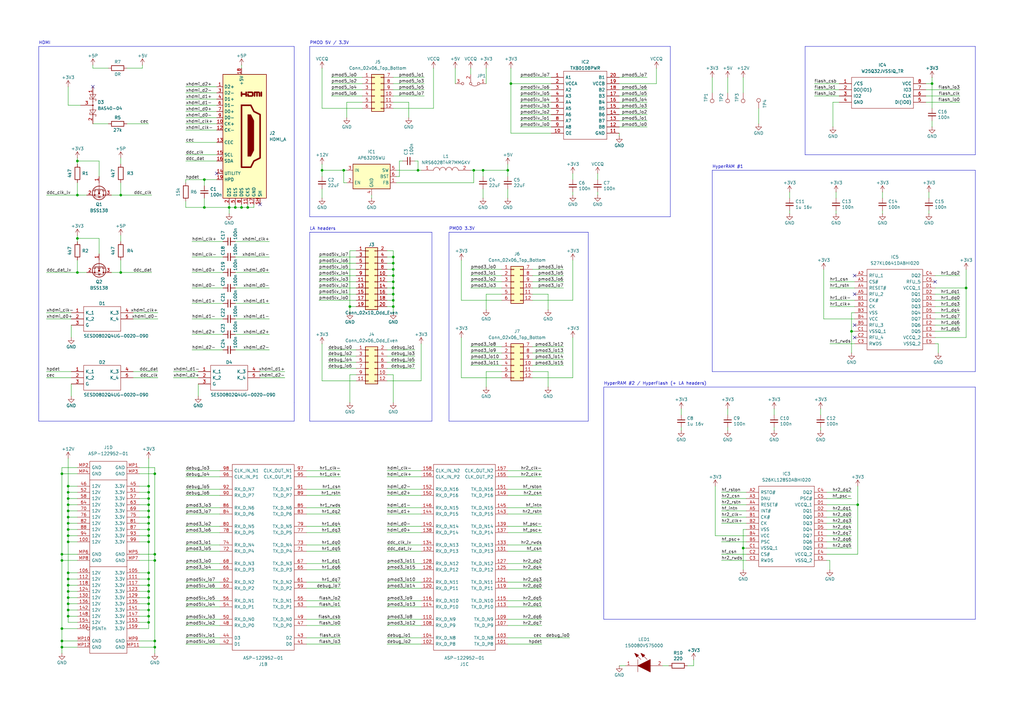
<source format=kicad_sch>
(kicad_sch (version 20231120) (generator "eeschema") (generator_version "8.0")
  (paper "A3")
  (lib_symbols
    (symbol "+12V_1" (power) (pin_numbers hide) (pin_names (offset 0) hide)
      (property "Value" "+12V" (at 0 3.556 0))
      (symbol "+12V_1_1_1"
        (pin power_in line (at 0 0 90) (length 0) (name "~") (number "1"))
      )
    )
    (symbol "+5P_1" (power) (pin_numbers hide) (pin_names (offset 0) hide)
      (property "Value" "+5P" (at 0 3.556 0))
      (symbol "+5P_1_1_1"
        (pin power_in line (at 0 0 90) (length 0) (name "~") (number "1"))
      )
    )
    (symbol "+5V_1" (power) (pin_numbers hide) (pin_names (offset 0) hide)
      (property "Value" "+5V" (at 0 3.556 0))
      (symbol "+5V_1_1_1"
        (pin power_in line (at 0 0 90) (length 0) (name "~") (number "1"))
      )
    )
    (symbol "+5V_2" (power) (pin_numbers hide) (pin_names (offset 0) hide)
      (property "Value" "+5V" (at 0 3.556 0))
      (symbol "+5V_2_1_1"
        (pin power_in line (at 0 0 90) (length 0) (name "~") (number "1"))
      )
    )
    (symbol "ASP-122952-01_1" (pin_names (offset 0.762))
      (property "Reference" "J" (at 8.89 7.62 0))
      (property "Value" "ASP-122952-01" (at 8.89 5.08 0))
      (symbol "ASP-122952-01_1_1_0"
        (pin no_connect line (at 0 0 180) (length 5.08) (name "1") (number "1"))
        (pin no_connect line (at -35.56 -15.24 0) (length 5.08) (name "10") (number "10"))
        (pin no_connect line (at 0 -17.78 180) (length 5.08) (name "11") (number "11"))
        (pin no_connect line (at -35.56 -17.78 0) (length 5.08) (name "12") (number "12"))
        (pin no_connect line (at 0 -22.86 180) (length 5.08) (name "13") (number "13"))
        (pin no_connect line (at -35.56 -22.86 0) (length 5.08) (name "14") (number "14"))
        (pin no_connect line (at 0 -25.4 180) (length 5.08) (name "15") (number "15"))
        (pin no_connect line (at -35.56 -25.4 0) (length 5.08) (name "16") (number "16"))
        (pin output line (at 0 -30.48 180) (length 5.08) (name "TX_P3") (number "17"))
        (pin input line (at -35.56 -30.48 0) (length 5.08) (name "RX_P3") (number "18"))
        (pin output line (at 0 -33.02 180) (length 5.08) (name "TX_N3") (number "19"))
        (pin no_connect line (at -35.56 0 0) (length 5.08) (name "2") (number "2"))
        (pin input line (at -35.56 -33.02 0) (length 5.08) (name "RX_N3") (number "20"))
        (pin output line (at 0 -38.1 180) (length 5.08) (name "TX_P2") (number "21"))
        (pin input line (at -35.56 -38.1 0) (length 5.08) (name "RX_P2") (number "22"))
        (pin output line (at 0 -40.64 180) (length 5.08) (name "TX_N2") (number "23"))
        (pin input line (at -35.56 -40.64 0) (length 5.08) (name "RX_N2") (number "24"))
        (pin output line (at 0 -45.72 180) (length 5.08) (name "TX_P1") (number "25"))
        (pin input line (at -35.56 -45.72 0) (length 5.08) (name "RX_P1") (number "26"))
        (pin output line (at 0 -48.26 180) (length 5.08) (name "TX_N1") (number "27"))
        (pin input line (at -35.56 -48.26 0) (length 5.08) (name "RX_N1") (number "28"))
        (pin output line (at 0 -53.34 180) (length 5.08) (name "TX_P0") (number "29"))
        (pin no_connect line (at 0 -2.54 180) (length 5.08) (name "3") (number "3"))
        (pin input line (at -35.56 -53.34 0) (length 5.08) (name "RX_P0") (number "30"))
        (pin output line (at 0 -55.88 180) (length 5.08) (name "TX_N0") (number "31"))
        (pin input line (at -35.56 -55.88 0) (length 5.08) (name "RX_N0") (number "32"))
        (pin bidirectional line (at 0 -60.96 180) (length 5.08) (name "SDA") (number "33"))
        (pin bidirectional line (at -35.56 -60.96 0) (length 5.08) (name "SCL") (number "34"))
        (pin bidirectional line (at 0 -63.5 180) (length 5.08) (name "JTAG_TCK") (number "35"))
        (pin input line (at -35.56 -63.5 0) (length 5.08) (name "JTAG_TMS") (number "36"))
        (pin output line (at 0 -68.58 180) (length 5.08) (name "JTAG_TDO") (number "37"))
        (pin input line (at -35.56 -68.58 0) (length 5.08) (name "JTAG_TDI") (number "38"))
        (pin bidirectional line (at 0 -71.12 180) (length 5.08) (name "CLK_OUT0") (number "39"))
        (pin no_connect line (at -35.56 -2.54 0) (length 5.08) (name "4") (number "4"))
        (pin bidirectional line (at -35.56 -71.12 0) (length 5.08) (name "CLK_IN0") (number "40"))
        (pin no_connect line (at 0 -7.62 180) (length 5.08) (name "5") (number "5"))
        (pin no_connect line (at -35.56 -7.62 0) (length 5.08) (name "6") (number "6"))
        (pin no_connect line (at 0 -10.16 180) (length 5.08) (name "7") (number "7"))
        (pin no_connect line (at -35.56 -10.16 0) (length 5.08) (name "8") (number "8"))
        (pin no_connect line (at 0 -15.24 180) (length 5.08) (name "9") (number "9"))
      )
      (symbol "ASP-122952-01_1_2_0"
        (pin bidirectional line (at 0 0 180) (length 5.08) (name "D0") (number "41"))
        (pin bidirectional line (at -35.56 0 0) (length 5.08) (name "D1") (number "42"))
        (pin bidirectional line (at 0 -2.54 180) (length 5.08) (name "D2") (number "43"))
        (pin bidirectional line (at -35.56 -2.54 0) (length 5.08) (name "D3") (number "44"))
        (pin bidirectional line (at 0 -7.62 180) (length 5.08) (name "TX_D_P0") (number "47"))
        (pin bidirectional line (at -35.56 -7.62 0) (length 5.08) (name "RX_D_P0") (number "48"))
        (pin bidirectional line (at 0 -10.16 180) (length 5.08) (name "TX_D_N0") (number "49"))
        (pin bidirectional line (at -35.56 -10.16 0) (length 5.08) (name "RX_D_N0") (number "50"))
        (pin bidirectional line (at 0 -15.24 180) (length 5.08) (name "TX_D_P1") (number "53"))
        (pin bidirectional line (at -35.56 -15.24 0) (length 5.08) (name "RX_D_P1") (number "54"))
        (pin bidirectional line (at 0 -17.78 180) (length 5.08) (name "TX_D_N1") (number "55"))
        (pin bidirectional line (at -35.56 -17.78 0) (length 5.08) (name "RX_D_N1") (number "56"))
        (pin bidirectional line (at 0 -22.86 180) (length 5.08) (name "TX_D_P2") (number "59"))
        (pin bidirectional line (at -35.56 -22.86 0) (length 5.08) (name "RX_D_P2") (number "60"))
        (pin bidirectional line (at 0 -25.4 180) (length 5.08) (name "TX_D_N2") (number "61"))
        (pin bidirectional line (at -35.56 -25.4 0) (length 5.08) (name "RX_D_N2") (number "62"))
        (pin bidirectional line (at 0 -30.48 180) (length 5.08) (name "TX_D_P3") (number "65"))
        (pin bidirectional line (at -35.56 -30.48 0) (length 5.08) (name "RX_D_P3") (number "66"))
        (pin bidirectional line (at 0 -33.02 180) (length 5.08) (name "TX_D_N3") (number "67"))
        (pin bidirectional line (at -35.56 -33.02 0) (length 5.08) (name "RX_D_N3") (number "68"))
        (pin bidirectional line (at 0 -38.1 180) (length 5.08) (name "TX_D_P4") (number "71"))
        (pin bidirectional line (at -35.56 -38.1 0) (length 5.08) (name "RX_D_P4") (number "72"))
        (pin bidirectional line (at 0 -40.64 180) (length 5.08) (name "TX_D_N4") (number "73"))
        (pin bidirectional line (at -35.56 -40.64 0) (length 5.08) (name "RX_D_N4") (number "74"))
        (pin bidirectional line (at 0 -45.72 180) (length 5.08) (name "TX_D_P5") (number "77"))
        (pin bidirectional line (at -35.56 -45.72 0) (length 5.08) (name "RX_D_P5") (number "78"))
        (pin bidirectional line (at 0 -48.26 180) (length 5.08) (name "TX_D_N5") (number "79"))
        (pin bidirectional line (at -35.56 -48.26 0) (length 5.08) (name "RX_D_N5") (number "80"))
        (pin bidirectional line (at 0 -53.34 180) (length 5.08) (name "TX_D_P6") (number "83"))
        (pin bidirectional line (at -35.56 -53.34 0) (length 5.08) (name "RX_D_P6") (number "84"))
        (pin bidirectional line (at 0 -55.88 180) (length 5.08) (name "TX_D_N6") (number "85"))
        (pin bidirectional line (at -35.56 -55.88 0) (length 5.08) (name "RX_D_N6") (number "86"))
        (pin bidirectional line (at 0 -60.96 180) (length 5.08) (name "TX_D_P7") (number "89"))
        (pin bidirectional line (at -35.56 -60.96 0) (length 5.08) (name "RX_D_P7") (number "90"))
        (pin bidirectional line (at 0 -63.5 180) (length 5.08) (name "TX_D_N7") (number "91"))
        (pin bidirectional line (at -35.56 -63.5 0) (length 5.08) (name "RX_D_N7") (number "92"))
        (pin bidirectional line (at 0 -68.58 180) (length 5.08) (name "CLK_OUT_P1") (number "95"))
        (pin bidirectional line (at -35.56 -68.58 0) (length 5.08) (name "CLK_IN_P1") (number "96"))
        (pin bidirectional line (at 0 -71.12 180) (length 5.08) (name "CLK_OUT_N1") (number "97"))
        (pin bidirectional line (at -35.56 -71.12 0) (length 5.08) (name "CLK_IN_N1") (number "98"))
      )
      (symbol "ASP-122952-01_1_3_0"
        (pin bidirectional line (at 0 0 180) (length 5.08) (name "TX_D_P8") (number "101"))
        (pin bidirectional line (at -35.56 0 0) (length 5.08) (name "RX_D_P8") (number "102"))
        (pin bidirectional line (at 0 -2.54 180) (length 5.08) (name "TX_D_N8") (number "103"))
        (pin bidirectional line (at -35.56 -2.54 0) (length 5.08) (name "RX_D_N8") (number "104"))
        (pin bidirectional line (at 0 -7.62 180) (length 5.08) (name "TX_D_P9") (number "107"))
        (pin bidirectional line (at -35.56 -7.62 0) (length 5.08) (name "RX_D_P9") (number "108"))
        (pin bidirectional line (at 0 -10.16 180) (length 5.08) (name "TX_D_N9") (number "109"))
        (pin bidirectional line (at -35.56 -10.16 0) (length 5.08) (name "RX_D_N9") (number "110"))
        (pin bidirectional line (at 0 -15.24 180) (length 5.08) (name "TX_D_P10") (number "113"))
        (pin bidirectional line (at -35.56 -15.24 0) (length 5.08) (name "RX_D_P10") (number "114"))
        (pin bidirectional line (at 0 -17.78 180) (length 5.08) (name "TX_D_N10") (number "115"))
        (pin bidirectional line (at -35.56 -17.78 0) (length 5.08) (name "RX_D_N10") (number "116"))
        (pin bidirectional line (at 0 -22.86 180) (length 5.08) (name "TX_D_P11") (number "119"))
        (pin bidirectional line (at -35.56 -22.86 0) (length 5.08) (name "RX_D_P11") (number "120"))
        (pin bidirectional line (at 0 -25.4 180) (length 5.08) (name "TX_D_N11") (number "121"))
        (pin bidirectional line (at -35.56 -25.4 0) (length 5.08) (name "RX_D_N11") (number "122"))
        (pin bidirectional line (at 0 -30.48 180) (length 5.08) (name "TX_D_P12") (number "125"))
        (pin bidirectional line (at -35.56 -30.48 0) (length 5.08) (name "RX_D_P12") (number "126"))
        (pin bidirectional line (at 0 -33.02 180) (length 5.08) (name "TX_D_N12") (number "127"))
        (pin bidirectional line (at -35.56 -33.02 0) (length 5.08) (name "RX_D_N12") (number "128"))
        (pin bidirectional line (at 0 -38.1 180) (length 5.08) (name "TX_D_P13") (number "131"))
        (pin bidirectional line (at -35.56 -38.1 0) (length 5.08) (name "RX_D_P13") (number "132"))
        (pin bidirectional line (at 0 -40.64 180) (length 5.08) (name "TX_D_N13") (number "133"))
        (pin bidirectional line (at -35.56 -40.64 0) (length 5.08) (name "RX_D_N13") (number "134"))
        (pin bidirectional line (at 0 -45.72 180) (length 5.08) (name "TX_D_P14") (number "137"))
        (pin bidirectional line (at -35.56 -45.72 0) (length 5.08) (name "RX_D_P14") (number "138"))
        (pin bidirectional line (at 0 -48.26 180) (length 5.08) (name "TX_D_N14") (number "139"))
        (pin bidirectional line (at -35.56 -48.26 0) (length 5.08) (name "RX_D_N14") (number "140"))
        (pin bidirectional line (at 0 -53.34 180) (length 5.08) (name "TX_D_P15") (number "143"))
        (pin bidirectional line (at -35.56 -53.34 0) (length 5.08) (name "RX_D_P15") (number "144"))
        (pin bidirectional line (at 0 -55.88 180) (length 5.08) (name "TX_D_N15") (number "145"))
        (pin bidirectional line (at -35.56 -55.88 0) (length 5.08) (name "RX_D_N15") (number "146"))
        (pin bidirectional line (at 0 -60.96 180) (length 5.08) (name "TX_D_P16") (number "149"))
        (pin bidirectional line (at -35.56 -60.96 0) (length 5.08) (name "RX_D_P16") (number "150"))
        (pin bidirectional line (at 0 -63.5 180) (length 5.08) (name "TX_D_N16") (number "151"))
        (pin bidirectional line (at -35.56 -63.5 0) (length 5.08) (name "RX_D_N16") (number "152"))
        (pin bidirectional line (at 0 -68.58 180) (length 5.08) (name "CLK_OUT_P2") (number "155"))
        (pin bidirectional line (at -35.56 -68.58 0) (length 5.08) (name "CLK_IN_P2") (number "156"))
        (pin bidirectional line (at 0 -71.12 180) (length 5.08) (name "CLK_OUT_N2") (number "157"))
        (pin bidirectional line (at -35.56 -71.12 0) (length 5.08) (name "CLK_IN_N2") (number "158"))
      )
      (symbol "ASP-122952-01_1_4_0"
        (pin passive line (at -25.4 -30.48 0) (length 5.08) (name "12V") (number "100"))
        (pin passive line (at 0 -43.18 180) (length 5.08) (name "3.3V") (number "105"))
        (pin passive line (at -25.4 -43.18 0) (length 5.08) (name "12V") (number "106"))
        (pin passive line (at 0 -45.72 180) (length 5.08) (name "3.3V") (number "111"))
        (pin passive line (at -25.4 -45.72 0) (length 5.08) (name "12V") (number "112"))
        (pin passive line (at 0 -48.26 180) (length 5.08) (name "3.3V") (number "117"))
        (pin passive line (at -25.4 -48.26 0) (length 5.08) (name "12V") (number "118"))
        (pin passive line (at 0 -50.8 180) (length 5.08) (name "3.3V") (number "123"))
        (pin passive line (at -25.4 -50.8 0) (length 5.08) (name "12V") (number "124"))
        (pin passive line (at 0 -53.34 180) (length 5.08) (name "3.3V") (number "129"))
        (pin passive line (at -25.4 -53.34 0) (length 5.08) (name "12V") (number "130"))
        (pin passive line (at 0 -55.88 180) (length 5.08) (name "3.3V") (number "135"))
        (pin passive line (at -25.4 -55.88 0) (length 5.08) (name "12V") (number "136"))
        (pin passive line (at 0 -58.42 180) (length 5.08) (name "3.3V") (number "141"))
        (pin passive line (at -25.4 -58.42 0) (length 5.08) (name "12V") (number "142"))
        (pin passive line (at 0 -60.96 180) (length 5.08) (name "3.3V") (number "147"))
        (pin passive line (at -25.4 -60.96 0) (length 5.08) (name "12V") (number "148"))
        (pin passive line (at 0 -63.5 180) (length 5.08) (name "3.3V") (number "153"))
        (pin passive line (at -25.4 -63.5 0) (length 5.08) (name "12V") (number "154"))
        (pin passive line (at 0 -66.04 180) (length 5.08) (name "3.3V") (number "159"))
        (pin input inverted (at -25.4 -66.04 0) (length 5.08) (name "PSNTn") (number "160"))
        (pin passive line (at 0 -7.62 180) (length 5.08) (name "3.3V") (number "45"))
        (pin passive line (at -25.4 -7.62 0) (length 5.08) (name "12V") (number "46"))
        (pin passive line (at 0 -10.16 180) (length 5.08) (name "3.3V") (number "51"))
        (pin passive line (at -25.4 -10.16 0) (length 5.08) (name "12V") (number "52"))
        (pin passive line (at 0 -12.7 180) (length 5.08) (name "3.3V") (number "57"))
        (pin passive line (at -25.4 -12.7 0) (length 5.08) (name "12V") (number "58"))
        (pin passive line (at 0 -15.24 180) (length 5.08) (name "3.3V") (number "63"))
        (pin passive line (at -25.4 -15.24 0) (length 5.08) (name "12V") (number "64"))
        (pin passive line (at 0 -17.78 180) (length 5.08) (name "3.3V") (number "69"))
        (pin passive line (at -25.4 -17.78 0) (length 5.08) (name "12V") (number "70"))
        (pin passive line (at 0 -20.32 180) (length 5.08) (name "3.3V") (number "75"))
        (pin passive line (at -25.4 -20.32 0) (length 5.08) (name "12V") (number "76"))
        (pin passive line (at 0 -22.86 180) (length 5.08) (name "3.3V") (number "81"))
        (pin passive line (at -25.4 -22.86 0) (length 5.08) (name "12V") (number "82"))
        (pin passive line (at 0 -25.4 180) (length 5.08) (name "3.3V") (number "87"))
        (pin passive line (at -25.4 -25.4 0) (length 5.08) (name "12V") (number "88"))
        (pin passive line (at 0 -27.94 180) (length 5.08) (name "3.3V") (number "93"))
        (pin passive line (at -25.4 -27.94 0) (length 5.08) (name "12V") (number "94"))
        (pin passive line (at 0 -30.48 180) (length 5.08) (name "3.3V") (number "99"))
        (pin passive line (at 0 0 180) (length 5.08) (name "GND") (number "MP1"))
        (pin passive line (at -25.4 -71.12 0) (length 5.08) (name "GND") (number "MP10"))
        (pin passive line (at 0 -73.66 180) (length 5.08) (name "GND") (number "MP11"))
        (pin passive line (at -25.4 -73.66 0) (length 5.08) (name "GND") (number "MP12"))
        (pin passive line (at -25.4 0 0) (length 5.08) (name "GND") (number "MP2"))
        (pin passive line (at 0 -2.54 180) (length 5.08) (name "GND") (number "MP3"))
        (pin passive line (at -25.4 -2.54 0) (length 5.08) (name "GND") (number "MP4"))
        (pin passive line (at 0 -35.56 180) (length 5.08) (name "GND") (number "MP5"))
        (pin passive line (at -25.4 -35.56 0) (length 5.08) (name "GND") (number "MP6"))
        (pin passive line (at 0 -38.1 180) (length 5.08) (name "GND") (number "MP7"))
        (pin passive line (at -25.4 -38.1 0) (length 5.08) (name "GND") (number "MP8"))
        (pin passive line (at 0 -71.12 180) (length 5.08) (name "GND") (number "MP9"))
      )
    )
    (symbol "ASP-122952-01_2" (pin_names (offset 0.762))
      (property "Reference" "J" (at 8.89 7.62 0))
      (property "Value" "ASP-122952-01" (at 8.89 5.08 0))
      (symbol "ASP-122952-01_2_1_0"
        (pin no_connect line (at 0 0 180) (length 5.08) (name "1") (number "1"))
        (pin no_connect line (at -35.56 -15.24 0) (length 5.08) (name "10") (number "10"))
        (pin no_connect line (at 0 -17.78 180) (length 5.08) (name "11") (number "11"))
        (pin no_connect line (at -35.56 -17.78 0) (length 5.08) (name "12") (number "12"))
        (pin no_connect line (at 0 -22.86 180) (length 5.08) (name "13") (number "13"))
        (pin no_connect line (at -35.56 -22.86 0) (length 5.08) (name "14") (number "14"))
        (pin no_connect line (at 0 -25.4 180) (length 5.08) (name "15") (number "15"))
        (pin no_connect line (at -35.56 -25.4 0) (length 5.08) (name "16") (number "16"))
        (pin output line (at 0 -30.48 180) (length 5.08) (name "TX_P3") (number "17"))
        (pin input line (at -35.56 -30.48 0) (length 5.08) (name "RX_P3") (number "18"))
        (pin output line (at 0 -33.02 180) (length 5.08) (name "TX_N3") (number "19"))
        (pin no_connect line (at -35.56 0 0) (length 5.08) (name "2") (number "2"))
        (pin input line (at -35.56 -33.02 0) (length 5.08) (name "RX_N3") (number "20"))
        (pin output line (at 0 -38.1 180) (length 5.08) (name "TX_P2") (number "21"))
        (pin input line (at -35.56 -38.1 0) (length 5.08) (name "RX_P2") (number "22"))
        (pin output line (at 0 -40.64 180) (length 5.08) (name "TX_N2") (number "23"))
        (pin input line (at -35.56 -40.64 0) (length 5.08) (name "RX_N2") (number "24"))
        (pin output line (at 0 -45.72 180) (length 5.08) (name "TX_P1") (number "25"))
        (pin input line (at -35.56 -45.72 0) (length 5.08) (name "RX_P1") (number "26"))
        (pin output line (at 0 -48.26 180) (length 5.08) (name "TX_N1") (number "27"))
        (pin input line (at -35.56 -48.26 0) (length 5.08) (name "RX_N1") (number "28"))
        (pin output line (at 0 -53.34 180) (length 5.08) (name "TX_P0") (number "29"))
        (pin no_connect line (at 0 -2.54 180) (length 5.08) (name "3") (number "3"))
        (pin input line (at -35.56 -53.34 0) (length 5.08) (name "RX_P0") (number "30"))
        (pin output line (at 0 -55.88 180) (length 5.08) (name "TX_N0") (number "31"))
        (pin input line (at -35.56 -55.88 0) (length 5.08) (name "RX_N0") (number "32"))
        (pin bidirectional line (at 0 -60.96 180) (length 5.08) (name "SDA") (number "33"))
        (pin bidirectional line (at -35.56 -60.96 0) (length 5.08) (name "SCL") (number "34"))
        (pin bidirectional line (at 0 -63.5 180) (length 5.08) (name "JTAG_TCK") (number "35"))
        (pin input line (at -35.56 -63.5 0) (length 5.08) (name "JTAG_TMS") (number "36"))
        (pin output line (at 0 -68.58 180) (length 5.08) (name "JTAG_TDO") (number "37"))
        (pin input line (at -35.56 -68.58 0) (length 5.08) (name "JTAG_TDI") (number "38"))
        (pin bidirectional line (at 0 -71.12 180) (length 5.08) (name "CLK_OUT0") (number "39"))
        (pin no_connect line (at -35.56 -2.54 0) (length 5.08) (name "4") (number "4"))
        (pin bidirectional line (at -35.56 -71.12 0) (length 5.08) (name "CLK_IN0") (number "40"))
        (pin no_connect line (at 0 -7.62 180) (length 5.08) (name "5") (number "5"))
        (pin no_connect line (at -35.56 -7.62 0) (length 5.08) (name "6") (number "6"))
        (pin no_connect line (at 0 -10.16 180) (length 5.08) (name "7") (number "7"))
        (pin no_connect line (at -35.56 -10.16 0) (length 5.08) (name "8") (number "8"))
        (pin no_connect line (at 0 -15.24 180) (length 5.08) (name "9") (number "9"))
      )
      (symbol "ASP-122952-01_2_2_0"
        (pin bidirectional line (at 0 0 180) (length 5.08) (name "D0") (number "41"))
        (pin bidirectional line (at -35.56 0 0) (length 5.08) (name "D1") (number "42"))
        (pin bidirectional line (at 0 -2.54 180) (length 5.08) (name "D2") (number "43"))
        (pin bidirectional line (at -35.56 -2.54 0) (length 5.08) (name "D3") (number "44"))
        (pin bidirectional line (at 0 -7.62 180) (length 5.08) (name "TX_D_P0") (number "47"))
        (pin bidirectional line (at -35.56 -7.62 0) (length 5.08) (name "RX_D_P0") (number "48"))
        (pin bidirectional line (at 0 -10.16 180) (length 5.08) (name "TX_D_N0") (number "49"))
        (pin bidirectional line (at -35.56 -10.16 0) (length 5.08) (name "RX_D_N0") (number "50"))
        (pin bidirectional line (at 0 -15.24 180) (length 5.08) (name "TX_D_P1") (number "53"))
        (pin bidirectional line (at -35.56 -15.24 0) (length 5.08) (name "RX_D_P1") (number "54"))
        (pin bidirectional line (at 0 -17.78 180) (length 5.08) (name "TX_D_N1") (number "55"))
        (pin bidirectional line (at -35.56 -17.78 0) (length 5.08) (name "RX_D_N1") (number "56"))
        (pin bidirectional line (at 0 -22.86 180) (length 5.08) (name "TX_D_P2") (number "59"))
        (pin bidirectional line (at -35.56 -22.86 0) (length 5.08) (name "RX_D_P2") (number "60"))
        (pin bidirectional line (at 0 -25.4 180) (length 5.08) (name "TX_D_N2") (number "61"))
        (pin bidirectional line (at -35.56 -25.4 0) (length 5.08) (name "RX_D_N2") (number "62"))
        (pin bidirectional line (at 0 -30.48 180) (length 5.08) (name "TX_D_P3") (number "65"))
        (pin bidirectional line (at -35.56 -30.48 0) (length 5.08) (name "RX_D_P3") (number "66"))
        (pin bidirectional line (at 0 -33.02 180) (length 5.08) (name "TX_D_N3") (number "67"))
        (pin bidirectional line (at -35.56 -33.02 0) (length 5.08) (name "RX_D_N3") (number "68"))
        (pin bidirectional line (at 0 -38.1 180) (length 5.08) (name "TX_D_P4") (number "71"))
        (pin bidirectional line (at -35.56 -38.1 0) (length 5.08) (name "RX_D_P4") (number "72"))
        (pin bidirectional line (at 0 -40.64 180) (length 5.08) (name "TX_D_N4") (number "73"))
        (pin bidirectional line (at -35.56 -40.64 0) (length 5.08) (name "RX_D_N4") (number "74"))
        (pin bidirectional line (at 0 -45.72 180) (length 5.08) (name "TX_D_P5") (number "77"))
        (pin bidirectional line (at -35.56 -45.72 0) (length 5.08) (name "RX_D_P5") (number "78"))
        (pin bidirectional line (at 0 -48.26 180) (length 5.08) (name "TX_D_N5") (number "79"))
        (pin bidirectional line (at -35.56 -48.26 0) (length 5.08) (name "RX_D_N5") (number "80"))
        (pin bidirectional line (at 0 -53.34 180) (length 5.08) (name "TX_D_P6") (number "83"))
        (pin bidirectional line (at -35.56 -53.34 0) (length 5.08) (name "RX_D_P6") (number "84"))
        (pin bidirectional line (at 0 -55.88 180) (length 5.08) (name "TX_D_N6") (number "85"))
        (pin bidirectional line (at -35.56 -55.88 0) (length 5.08) (name "RX_D_N6") (number "86"))
        (pin bidirectional line (at 0 -60.96 180) (length 5.08) (name "TX_D_P7") (number "89"))
        (pin bidirectional line (at -35.56 -60.96 0) (length 5.08) (name "RX_D_P7") (number "90"))
        (pin bidirectional line (at 0 -63.5 180) (length 5.08) (name "TX_D_N7") (number "91"))
        (pin bidirectional line (at -35.56 -63.5 0) (length 5.08) (name "RX_D_N7") (number "92"))
        (pin bidirectional line (at 0 -68.58 180) (length 5.08) (name "CLK_OUT_P1") (number "95"))
        (pin bidirectional line (at -35.56 -68.58 0) (length 5.08) (name "CLK_IN_P1") (number "96"))
        (pin bidirectional line (at 0 -71.12 180) (length 5.08) (name "CLK_OUT_N1") (number "97"))
        (pin bidirectional line (at -35.56 -71.12 0) (length 5.08) (name "CLK_IN_N1") (number "98"))
      )
      (symbol "ASP-122952-01_2_3_0"
        (pin bidirectional line (at 0 0 180) (length 5.08) (name "TX_D_P8") (number "101"))
        (pin bidirectional line (at -35.56 0 0) (length 5.08) (name "RX_D_P8") (number "102"))
        (pin bidirectional line (at 0 -2.54 180) (length 5.08) (name "TX_D_N8") (number "103"))
        (pin bidirectional line (at -35.56 -2.54 0) (length 5.08) (name "RX_D_N8") (number "104"))
        (pin bidirectional line (at 0 -7.62 180) (length 5.08) (name "TX_D_P9") (number "107"))
        (pin bidirectional line (at -35.56 -7.62 0) (length 5.08) (name "RX_D_P9") (number "108"))
        (pin bidirectional line (at 0 -10.16 180) (length 5.08) (name "TX_D_N9") (number "109"))
        (pin bidirectional line (at -35.56 -10.16 0) (length 5.08) (name "RX_D_N9") (number "110"))
        (pin bidirectional line (at 0 -15.24 180) (length 5.08) (name "TX_D_P10") (number "113"))
        (pin bidirectional line (at -35.56 -15.24 0) (length 5.08) (name "RX_D_P10") (number "114"))
        (pin bidirectional line (at 0 -17.78 180) (length 5.08) (name "TX_D_N10") (number "115"))
        (pin bidirectional line (at -35.56 -17.78 0) (length 5.08) (name "RX_D_N10") (number "116"))
        (pin bidirectional line (at 0 -22.86 180) (length 5.08) (name "TX_D_P11") (number "119"))
        (pin bidirectional line (at -35.56 -22.86 0) (length 5.08) (name "RX_D_P11") (number "120"))
        (pin bidirectional line (at 0 -25.4 180) (length 5.08) (name "TX_D_N11") (number "121"))
        (pin bidirectional line (at -35.56 -25.4 0) (length 5.08) (name "RX_D_N11") (number "122"))
        (pin bidirectional line (at 0 -30.48 180) (length 5.08) (name "TX_D_P12") (number "125"))
        (pin bidirectional line (at -35.56 -30.48 0) (length 5.08) (name "RX_D_P12") (number "126"))
        (pin bidirectional line (at 0 -33.02 180) (length 5.08) (name "TX_D_N12") (number "127"))
        (pin bidirectional line (at -35.56 -33.02 0) (length 5.08) (name "RX_D_N12") (number "128"))
        (pin bidirectional line (at 0 -38.1 180) (length 5.08) (name "TX_D_P13") (number "131"))
        (pin bidirectional line (at -35.56 -38.1 0) (length 5.08) (name "RX_D_P13") (number "132"))
        (pin bidirectional line (at 0 -40.64 180) (length 5.08) (name "TX_D_N13") (number "133"))
        (pin bidirectional line (at -35.56 -40.64 0) (length 5.08) (name "RX_D_N13") (number "134"))
        (pin bidirectional line (at 0 -45.72 180) (length 5.08) (name "TX_D_P14") (number "137"))
        (pin bidirectional line (at -35.56 -45.72 0) (length 5.08) (name "RX_D_P14") (number "138"))
        (pin bidirectional line (at 0 -48.26 180) (length 5.08) (name "TX_D_N14") (number "139"))
        (pin bidirectional line (at -35.56 -48.26 0) (length 5.08) (name "RX_D_N14") (number "140"))
        (pin bidirectional line (at 0 -53.34 180) (length 5.08) (name "TX_D_P15") (number "143"))
        (pin bidirectional line (at -35.56 -53.34 0) (length 5.08) (name "RX_D_P15") (number "144"))
        (pin bidirectional line (at 0 -55.88 180) (length 5.08) (name "TX_D_N15") (number "145"))
        (pin bidirectional line (at -35.56 -55.88 0) (length 5.08) (name "RX_D_N15") (number "146"))
        (pin bidirectional line (at 0 -60.96 180) (length 5.08) (name "TX_D_P16") (number "149"))
        (pin bidirectional line (at -35.56 -60.96 0) (length 5.08) (name "RX_D_P16") (number "150"))
        (pin bidirectional line (at 0 -63.5 180) (length 5.08) (name "TX_D_N16") (number "151"))
        (pin bidirectional line (at -35.56 -63.5 0) (length 5.08) (name "RX_D_N16") (number "152"))
        (pin bidirectional line (at 0 -68.58 180) (length 5.08) (name "CLK_OUT_P2") (number "155"))
        (pin bidirectional line (at -35.56 -68.58 0) (length 5.08) (name "CLK_IN_P2") (number "156"))
        (pin bidirectional line (at 0 -71.12 180) (length 5.08) (name "CLK_OUT_N2") (number "157"))
        (pin bidirectional line (at -35.56 -71.12 0) (length 5.08) (name "CLK_IN_N2") (number "158"))
      )
      (symbol "ASP-122952-01_2_4_0"
        (pin power_out line (at -25.4 -30.48 0) (length 5.08) (name "12V") (number "100"))
        (pin power_out line (at 0 -43.18 180) (length 5.08) (name "3.3V") (number "105"))
        (pin power_out line (at -25.4 -43.18 0) (length 5.08) (name "12V") (number "106"))
        (pin power_out line (at 0 -45.72 180) (length 5.08) (name "3.3V") (number "111"))
        (pin power_out line (at -25.4 -45.72 0) (length 5.08) (name "12V") (number "112"))
        (pin power_out line (at 0 -48.26 180) (length 5.08) (name "3.3V") (number "117"))
        (pin power_out line (at -25.4 -48.26 0) (length 5.08) (name "12V") (number "118"))
        (pin power_out line (at 0 -50.8 180) (length 5.08) (name "3.3V") (number "123"))
        (pin power_out line (at -25.4 -50.8 0) (length 5.08) (name "12V") (number "124"))
        (pin power_out line (at 0 -53.34 180) (length 5.08) (name "3.3V") (number "129"))
        (pin power_out line (at -25.4 -53.34 0) (length 5.08) (name "12V") (number "130"))
        (pin power_out line (at 0 -55.88 180) (length 5.08) (name "3.3V") (number "135"))
        (pin power_out line (at -25.4 -55.88 0) (length 5.08) (name "12V") (number "136"))
        (pin power_out line (at 0 -58.42 180) (length 5.08) (name "3.3V") (number "141"))
        (pin power_out line (at -25.4 -58.42 0) (length 5.08) (name "12V") (number "142"))
        (pin power_out line (at 0 -60.96 180) (length 5.08) (name "3.3V") (number "147"))
        (pin power_out line (at -25.4 -60.96 0) (length 5.08) (name "12V") (number "148"))
        (pin power_out line (at 0 -63.5 180) (length 5.08) (name "3.3V") (number "153"))
        (pin power_out line (at -25.4 -63.5 0) (length 5.08) (name "12V") (number "154"))
        (pin power_out line (at 0 -66.04 180) (length 5.08) (name "3.3V") (number "159"))
        (pin input inverted (at -25.4 -66.04 0) (length 5.08) (name "PSNTn") (number "160"))
        (pin power_out line (at 0 -7.62 180) (length 5.08) (name "3.3V") (number "45"))
        (pin power_out line (at -25.4 -7.62 0) (length 5.08) (name "12V") (number "46"))
        (pin power_out line (at 0 -10.16 180) (length 5.08) (name "3.3V") (number "51"))
        (pin power_out line (at -25.4 -10.16 0) (length 5.08) (name "12V") (number "52"))
        (pin power_out line (at 0 -12.7 180) (length 5.08) (name "3.3V") (number "57"))
        (pin power_out line (at -25.4 -12.7 0) (length 5.08) (name "12V") (number "58"))
        (pin power_out line (at 0 -15.24 180) (length 5.08) (name "3.3V") (number "63"))
        (pin power_out line (at -25.4 -15.24 0) (length 5.08) (name "12V") (number "64"))
        (pin power_out line (at 0 -17.78 180) (length 5.08) (name "3.3V") (number "69"))
        (pin power_out line (at -25.4 -17.78 0) (length 5.08) (name "12V") (number "70"))
        (pin power_out line (at 0 -20.32 180) (length 5.08) (name "3.3V") (number "75"))
        (pin power_out line (at -25.4 -20.32 0) (length 5.08) (name "12V") (number "76"))
        (pin power_out line (at 0 -22.86 180) (length 5.08) (name "3.3V") (number "81"))
        (pin power_out line (at -25.4 -22.86 0) (length 5.08) (name "12V") (number "82"))
        (pin power_out line (at 0 -25.4 180) (length 5.08) (name "3.3V") (number "87"))
        (pin power_out line (at -25.4 -25.4 0) (length 5.08) (name "12V") (number "88"))
        (pin power_out line (at 0 -27.94 180) (length 5.08) (name "3.3V") (number "93"))
        (pin power_out line (at -25.4 -27.94 0) (length 5.08) (name "12V") (number "94"))
        (pin power_out line (at 0 -30.48 180) (length 5.08) (name "3.3V") (number "99"))
        (pin power_out line (at 0 0 180) (length 5.08) (name "GND") (number "MP1"))
        (pin power_out line (at -25.4 -71.12 0) (length 5.08) (name "GND") (number "MP10"))
        (pin power_out line (at 0 -73.66 180) (length 5.08) (name "GND") (number "MP11"))
        (pin power_out line (at -25.4 -73.66 0) (length 5.08) (name "GND") (number "MP12"))
        (pin power_out line (at -25.4 0 0) (length 5.08) (name "GND") (number "MP2"))
        (pin power_out line (at 0 -2.54 180) (length 5.08) (name "GND") (number "MP3"))
        (pin power_out line (at -25.4 -2.54 0) (length 5.08) (name "GND") (number "MP4"))
        (pin power_out line (at 0 -35.56 180) (length 5.08) (name "GND") (number "MP5"))
        (pin power_out line (at -25.4 -35.56 0) (length 5.08) (name "GND") (number "MP6"))
        (pin power_out line (at 0 -38.1 180) (length 5.08) (name "GND") (number "MP7"))
        (pin power_out line (at -25.4 -38.1 0) (length 5.08) (name "GND") (number "MP8"))
        (pin power_out line (at 0 -71.12 180) (length 5.08) (name "GND") (number "MP9"))
      )
    )
    (symbol "BSS138_1" (pin_names hide)
      (property "Reference" "Q" (at 5.08 1.905 0))
      (property "Value" "BSS138" (at 5.08 0 0))
      (symbol "BSS138_1_1_1"
        (pin input line (at -5.08 0 0) (length 2.54) (name "G") (number "1"))
        (pin passive line (at 2.54 -5.08 90) (length 2.54) (name "S") (number "2"))
        (pin passive line (at 2.54 5.08 270) (length 2.54) (name "D") (number "3"))
      )
    )
    (symbol "Connector:HDMI_A"
      (property "Reference" "J" (at -6.35 26.67 0))
      (property "Value" "HDMI_A" (at 10.16 26.67 0))
      (symbol "HDMI_A_1_1"
        (pin passive line (at -10.16 20.32 0) (length 2.54) (name "D2+") (number "1"))
        (pin passive line (at -10.16 5.08 0) (length 2.54) (name "CK+") (number "10"))
        (pin power_in line (at 2.54 -27.94 90) (length 2.54) (name "CKS") (number "11"))
        (pin passive line (at -10.16 2.54 0) (length 2.54) (name "CK-") (number "12"))
        (pin bidirectional line (at -10.16 -2.54 0) (length 2.54) (name "CEC") (number "13"))
        (pin passive line (at -10.16 -15.24 0) (length 2.54) (name "UTILITY") (number "14"))
        (pin passive line (at -10.16 -7.62 0) (length 2.54) (name "SCL") (number "15"))
        (pin bidirectional line (at -10.16 -10.16 0) (length 2.54) (name "SDA") (number "16"))
        (pin power_in line (at 5.08 -27.94 90) (length 2.54) (name "GND") (number "17"))
        (pin power_in line (at 0 27.94 270) (length 2.54) (name "+5V") (number "18"))
        (pin passive line (at -10.16 -17.78 0) (length 2.54) (name "HPD") (number "19"))
        (pin power_in line (at -5.08 -27.94 90) (length 2.54) (name "D2S") (number "2"))
        (pin passive line (at -10.16 17.78 0) (length 2.54) (name "D2-") (number "3"))
        (pin passive line (at -10.16 15.24 0) (length 2.54) (name "D1+") (number "4"))
        (pin power_in line (at -2.54 -27.94 90) (length 2.54) (name "D1S") (number "5"))
        (pin passive line (at -10.16 12.7 0) (length 2.54) (name "D1-") (number "6"))
        (pin passive line (at -10.16 10.16 0) (length 2.54) (name "D0+") (number "7"))
        (pin power_in line (at 0 -27.94 90) (length 2.54) (name "D0S") (number "8"))
        (pin passive line (at -10.16 7.62 0) (length 2.54) (name "D0-") (number "9"))
        (pin passive line (at 7.62 -27.94 90) (length 2.54) (name "SH") (number "SH"))
      )
    )
    (symbol "Connector:TestPoint" (pin_numbers hide) (pin_names (offset 0.762) hide)
      (property "Reference" "TP" (at 0 6.858 0))
      (property "Value" "TestPoint" (at 0 5.08 0))
      (symbol "TestPoint_1_1"
        (pin passive line (at 0 0 90) (length 2.54) (name "1") (number "1"))
      )
    )
    (symbol "Connector_Generic:Conn_02x06_Odd_Even" (pin_names (offset 1.016) hide)
      (property "Reference" "J" (at 1.27 7.62 0))
      (property "Value" "Conn_02x06_Odd_Even" (at 1.27 -10.16 0))
      (symbol "Conn_02x06_Odd_Even_1_1"
        (pin passive line (at -5.08 5.08 0) (length 3.81) (name "Pin_1") (number "1"))
        (pin passive line (at 7.62 -5.08 180) (length 3.81) (name "Pin_10") (number "10"))
        (pin passive line (at -5.08 -7.62 0) (length 3.81) (name "Pin_11") (number "11"))
        (pin passive line (at 7.62 -7.62 180) (length 3.81) (name "Pin_12") (number "12"))
        (pin passive line (at 7.62 5.08 180) (length 3.81) (name "Pin_2") (number "2"))
        (pin passive line (at -5.08 2.54 0) (length 3.81) (name "Pin_3") (number "3"))
        (pin passive line (at 7.62 2.54 180) (length 3.81) (name "Pin_4") (number "4"))
        (pin passive line (at -5.08 0 0) (length 3.81) (name "Pin_5") (number "5"))
        (pin passive line (at 7.62 0 180) (length 3.81) (name "Pin_6") (number "6"))
        (pin passive line (at -5.08 -2.54 0) (length 3.81) (name "Pin_7") (number "7"))
        (pin passive line (at 7.62 -2.54 180) (length 3.81) (name "Pin_8") (number "8"))
        (pin passive line (at -5.08 -5.08 0) (length 3.81) (name "Pin_9") (number "9"))
      )
    )
    (symbol "Connector_Generic:Conn_02x06_Top_Bottom" (pin_names (offset 1.016) hide)
      (property "Reference" "J" (at 1.27 7.62 0))
      (property "Value" "Conn_02x06_Top_Bottom" (at 1.27 -10.16 0))
      (symbol "Conn_02x06_Top_Bottom_1_1"
        (pin passive line (at -5.08 5.08 0) (length 3.81) (name "Pin_1") (number "1"))
        (pin passive line (at 7.62 -2.54 180) (length 3.81) (name "Pin_10") (number "10"))
        (pin passive line (at 7.62 -5.08 180) (length 3.81) (name "Pin_11") (number "11"))
        (pin passive line (at 7.62 -7.62 180) (length 3.81) (name "Pin_12") (number "12"))
        (pin passive line (at -5.08 2.54 0) (length 3.81) (name "Pin_2") (number "2"))
        (pin passive line (at -5.08 0 0) (length 3.81) (name "Pin_3") (number "3"))
        (pin passive line (at -5.08 -2.54 0) (length 3.81) (name "Pin_4") (number "4"))
        (pin passive line (at -5.08 -5.08 0) (length 3.81) (name "Pin_5") (number "5"))
        (pin passive line (at -5.08 -7.62 0) (length 3.81) (name "Pin_6") (number "6"))
        (pin passive line (at 7.62 5.08 180) (length 3.81) (name "Pin_7") (number "7"))
        (pin passive line (at 7.62 2.54 180) (length 3.81) (name "Pin_8") (number "8"))
        (pin passive line (at 7.62 0 180) (length 3.81) (name "Pin_9") (number "9"))
      )
    )
    (symbol "Connector_Generic:Conn_02x10_Odd_Even" (pin_names (offset 1.016) hide)
      (property "Reference" "J" (at 1.27 12.7 0))
      (property "Value" "Conn_02x10_Odd_Even" (at 1.27 -15.24 0))
      (symbol "Conn_02x10_Odd_Even_1_1"
        (pin passive line (at -5.08 10.16 0) (length 3.81) (name "Pin_1") (number "1"))
        (pin passive line (at 7.62 0 180) (length 3.81) (name "Pin_10") (number "10"))
        (pin passive line (at -5.08 -2.54 0) (length 3.81) (name "Pin_11") (number "11"))
        (pin passive line (at 7.62 -2.54 180) (length 3.81) (name "Pin_12") (number "12"))
        (pin passive line (at -5.08 -5.08 0) (length 3.81) (name "Pin_13") (number "13"))
        (pin passive line (at 7.62 -5.08 180) (length 3.81) (name "Pin_14") (number "14"))
        (pin passive line (at -5.08 -7.62 0) (length 3.81) (name "Pin_15") (number "15"))
        (pin passive line (at 7.62 -7.62 180) (length 3.81) (name "Pin_16") (number "16"))
        (pin passive line (at -5.08 -10.16 0) (length 3.81) (name "Pin_17") (number "17"))
        (pin passive line (at 7.62 -10.16 180) (length 3.81) (name "Pin_18") (number "18"))
        (pin passive line (at -5.08 -12.7 0) (length 3.81) (name "Pin_19") (number "19"))
        (pin passive line (at 7.62 10.16 180) (length 3.81) (name "Pin_2") (number "2"))
        (pin passive line (at 7.62 -12.7 180) (length 3.81) (name "Pin_20") (number "20"))
        (pin passive line (at -5.08 7.62 0) (length 3.81) (name "Pin_3") (number "3"))
        (pin passive line (at 7.62 7.62 180) (length 3.81) (name "Pin_4") (number "4"))
        (pin passive line (at -5.08 5.08 0) (length 3.81) (name "Pin_5") (number "5"))
        (pin passive line (at 7.62 5.08 180) (length 3.81) (name "Pin_6") (number "6"))
        (pin passive line (at -5.08 2.54 0) (length 3.81) (name "Pin_7") (number "7"))
        (pin passive line (at 7.62 2.54 180) (length 3.81) (name "Pin_8") (number "8"))
        (pin passive line (at -5.08 0 0) (length 3.81) (name "Pin_9") (number "9"))
      )
    )
    (symbol "Device:C_Small" (pin_numbers hide) (pin_names (offset 0.254) hide)
      (property "Reference" "C" (at 0.254 1.778 0))
      (property "Value" "C_Small" (at 0.254 -2.032 0))
      (symbol "C_Small_1_1"
        (pin passive line (at 0 2.54 270) (length 2.032) (name "~") (number "1"))
        (pin passive line (at 0 -2.54 90) (length 2.032) (name "~") (number "2"))
      )
    )
    (symbol "Device:R" (pin_numbers hide) (pin_names (offset 0))
      (property "Reference" "R" (at 2.032 0 90))
      (property "Value" "R" (at 0 0 90))
      (symbol "R_1_1"
        (pin passive line (at 0 3.81 270) (length 1.27) (name "~") (number "1"))
        (pin passive line (at 0 -3.81 90) (length 1.27) (name "~") (number "2"))
      )
    )
    (symbol "Diode:BAS40-04" (pin_names (offset 1.016))
      (property "Reference" "D" (at 0.635 -1.27 0))
      (property "Value" "BAS40-04" (at -6.35 5.715 0))
      (symbol "BAS40-04_1_1"
        (pin passive line (at -7.62 2.54 0) (length 3.81) (name "~") (number "1"))
        (pin passive line (at 7.62 2.54 180) (length 3.81) (name "~") (number "2"))
        (pin passive line (at 0 -2.54 90) (length 5.08) (name "~") (number "3"))
      )
    )
    (symbol "GND_1" (power) (pin_numbers hide) (pin_names (offset 0) hide)
      (property "Value" "GND" (at 0 -3.81 0))
      (symbol "GND_1_1_1"
        (pin power_in line (at 0 0 270) (length 0) (name "~") (number "1"))
      )
    )
    (symbol "Jumper:Jumper_3_Bridged12" (pin_names (offset 0) hide)
      (property "Reference" "JP" (at -2.54 -2.54 0))
      (property "Value" "Jumper_3_Bridged12" (at 0 2.794 0))
      (symbol "Jumper_3_Bridged12_1_1"
        (pin passive line (at -6.35 0 0) (length 2.54) (name "A") (number "1"))
        (pin passive line (at 0 -3.81 90) (length 2.54) (name "C") (number "2"))
        (pin passive line (at 6.35 0 180) (length 2.54) (name "B") (number "3"))
      )
    )
    (symbol "Regulator_Switching:AP63205WU"
      (property "Reference" "U" (at -7.62 6.35 0))
      (property "Value" "AP63205WU" (at 2.54 6.35 0))
      (symbol "AP63205WU_1_1"
        (pin input line (at 10.16 -2.54 180) (length 2.54) (name "FB") (number "1"))
        (pin input line (at -10.16 -2.54 0) (length 2.54) (name "EN") (number "2"))
        (pin power_in line (at -10.16 2.54 0) (length 2.54) (name "IN") (number "3"))
        (pin power_in line (at 0 -7.62 90) (length 2.54) (name "GND") (number "4"))
        (pin output line (at 10.16 2.54 180) (length 2.54) (name "SW") (number "5"))
        (pin passive line (at 10.16 0 180) (length 2.54) (name "BST") (number "6"))
      )
    )
    (symbol "VCCQ_1" (power) (pin_numbers hide) (pin_names (offset 0) hide)
      (property "Value" "VCCQ" (at 0 3.556 0))
      (symbol "VCCQ_1_1_1"
        (pin power_in line (at 0 0 90) (length 0) (name "~") (number "1"))
      )
    )
    (symbol "hyperram_cyclonev:150080VS75000" (pin_names (offset 0.762))
      (property "Reference" "LED" (at 12.7 8.89 0))
      (property "Value" "150080VS75000" (at 12.7 6.35 0))
      (symbol "150080VS75000_0_0"
        (pin passive line (at 0 0 0) (length 2.54) (name "~") (number "1"))
        (pin passive line (at 15.24 0 180) (length 2.54) (name "~") (number "2"))
      )
    )
    (symbol "hyperram_cyclonev:ASP-122952-01" (pin_names (offset 0.762))
      (property "Reference" "J" (at 8.89 7.62 0))
      (property "Value" "ASP-122952-01" (at 8.89 5.08 0))
      (symbol "ASP-122952-01_1_0"
        (pin no_connect line (at 0 0 180) (length 5.08) (name "1") (number "1"))
        (pin no_connect line (at -35.56 -15.24 0) (length 5.08) (name "10") (number "10"))
        (pin no_connect line (at 0 -17.78 180) (length 5.08) (name "11") (number "11"))
        (pin no_connect line (at -35.56 -17.78 0) (length 5.08) (name "12") (number "12"))
        (pin no_connect line (at 0 -22.86 180) (length 5.08) (name "13") (number "13"))
        (pin no_connect line (at -35.56 -22.86 0) (length 5.08) (name "14") (number "14"))
        (pin no_connect line (at 0 -25.4 180) (length 5.08) (name "15") (number "15"))
        (pin no_connect line (at -35.56 -25.4 0) (length 5.08) (name "16") (number "16"))
        (pin output line (at 0 -30.48 180) (length 5.08) (name "TX_P3") (number "17"))
        (pin input line (at -35.56 -30.48 0) (length 5.08) (name "RX_P3") (number "18"))
        (pin output line (at 0 -33.02 180) (length 5.08) (name "TX_N3") (number "19"))
        (pin no_connect line (at -35.56 0 0) (length 5.08) (name "2") (number "2"))
        (pin input line (at -35.56 -33.02 0) (length 5.08) (name "RX_N3") (number "20"))
        (pin output line (at 0 -38.1 180) (length 5.08) (name "TX_P2") (number "21"))
        (pin input line (at -35.56 -38.1 0) (length 5.08) (name "RX_P2") (number "22"))
        (pin output line (at 0 -40.64 180) (length 5.08) (name "TX_N2") (number "23"))
        (pin input line (at -35.56 -40.64 0) (length 5.08) (name "RX_N2") (number "24"))
        (pin output line (at 0 -45.72 180) (length 5.08) (name "TX_P1") (number "25"))
        (pin input line (at -35.56 -45.72 0) (length 5.08) (name "RX_P1") (number "26"))
        (pin output line (at 0 -48.26 180) (length 5.08) (name "TX_N1") (number "27"))
        (pin input line (at -35.56 -48.26 0) (length 5.08) (name "RX_N1") (number "28"))
        (pin output line (at 0 -53.34 180) (length 5.08) (name "TX_P0") (number "29"))
        (pin no_connect line (at 0 -2.54 180) (length 5.08) (name "3") (number "3"))
        (pin input line (at -35.56 -53.34 0) (length 5.08) (name "RX_P0") (number "30"))
        (pin output line (at 0 -55.88 180) (length 5.08) (name "TX_N0") (number "31"))
        (pin input line (at -35.56 -55.88 0) (length 5.08) (name "RX_N0") (number "32"))
        (pin bidirectional line (at 0 -60.96 180) (length 5.08) (name "SDA") (number "33"))
        (pin bidirectional line (at -35.56 -60.96 0) (length 5.08) (name "SCL") (number "34"))
        (pin bidirectional line (at 0 -63.5 180) (length 5.08) (name "JTAG_TCK") (number "35"))
        (pin input line (at -35.56 -63.5 0) (length 5.08) (name "JTAG_TMS") (number "36"))
        (pin output line (at 0 -68.58 180) (length 5.08) (name "JTAG_TDO") (number "37"))
        (pin input line (at -35.56 -68.58 0) (length 5.08) (name "JTAG_TDI") (number "38"))
        (pin bidirectional line (at 0 -71.12 180) (length 5.08) (name "CLK_OUT0") (number "39"))
        (pin no_connect line (at -35.56 -2.54 0) (length 5.08) (name "4") (number "4"))
        (pin bidirectional line (at -35.56 -71.12 0) (length 5.08) (name "CLK_IN0") (number "40"))
        (pin no_connect line (at 0 -7.62 180) (length 5.08) (name "5") (number "5"))
        (pin no_connect line (at -35.56 -7.62 0) (length 5.08) (name "6") (number "6"))
        (pin no_connect line (at 0 -10.16 180) (length 5.08) (name "7") (number "7"))
        (pin no_connect line (at -35.56 -10.16 0) (length 5.08) (name "8") (number "8"))
        (pin no_connect line (at 0 -15.24 180) (length 5.08) (name "9") (number "9"))
      )
      (symbol "ASP-122952-01_2_0"
        (pin bidirectional line (at 0 0 180) (length 5.08) (name "D0") (number "41"))
        (pin bidirectional line (at -35.56 0 0) (length 5.08) (name "D1") (number "42"))
        (pin bidirectional line (at 0 -2.54 180) (length 5.08) (name "D2") (number "43"))
        (pin bidirectional line (at -35.56 -2.54 0) (length 5.08) (name "D3") (number "44"))
        (pin bidirectional line (at 0 -7.62 180) (length 5.08) (name "TX_D_P0") (number "47"))
        (pin bidirectional line (at -35.56 -7.62 0) (length 5.08) (name "RX_D_P0") (number "48"))
        (pin bidirectional line (at 0 -10.16 180) (length 5.08) (name "TX_D_N0") (number "49"))
        (pin bidirectional line (at -35.56 -10.16 0) (length 5.08) (name "RX_D_N0") (number "50"))
        (pin bidirectional line (at 0 -15.24 180) (length 5.08) (name "TX_D_P1") (number "53"))
        (pin bidirectional line (at -35.56 -15.24 0) (length 5.08) (name "RX_D_P1") (number "54"))
        (pin bidirectional line (at 0 -17.78 180) (length 5.08) (name "TX_D_N1") (number "55"))
        (pin bidirectional line (at -35.56 -17.78 0) (length 5.08) (name "RX_D_N1") (number "56"))
        (pin bidirectional line (at 0 -22.86 180) (length 5.08) (name "TX_D_P2") (number "59"))
        (pin bidirectional line (at -35.56 -22.86 0) (length 5.08) (name "RX_D_P2") (number "60"))
        (pin bidirectional line (at 0 -25.4 180) (length 5.08) (name "TX_D_N2") (number "61"))
        (pin bidirectional line (at -35.56 -25.4 0) (length 5.08) (name "RX_D_N2") (number "62"))
        (pin bidirectional line (at 0 -30.48 180) (length 5.08) (name "TX_D_P3") (number "65"))
        (pin bidirectional line (at -35.56 -30.48 0) (length 5.08) (name "RX_D_P3") (number "66"))
        (pin bidirectional line (at 0 -33.02 180) (length 5.08) (name "TX_D_N3") (number "67"))
        (pin bidirectional line (at -35.56 -33.02 0) (length 5.08) (name "RX_D_N3") (number "68"))
        (pin bidirectional line (at 0 -38.1 180) (length 5.08) (name "TX_D_P4") (number "71"))
        (pin bidirectional line (at -35.56 -38.1 0) (length 5.08) (name "RX_D_P4") (number "72"))
        (pin bidirectional line (at 0 -40.64 180) (length 5.08) (name "TX_D_N4") (number "73"))
        (pin bidirectional line (at -35.56 -40.64 0) (length 5.08) (name "RX_D_N4") (number "74"))
        (pin bidirectional line (at 0 -45.72 180) (length 5.08) (name "TX_D_P5") (number "77"))
        (pin bidirectional line (at -35.56 -45.72 0) (length 5.08) (name "RX_D_P5") (number "78"))
        (pin bidirectional line (at 0 -48.26 180) (length 5.08) (name "TX_D_N5") (number "79"))
        (pin bidirectional line (at -35.56 -48.26 0) (length 5.08) (name "RX_D_N5") (number "80"))
        (pin bidirectional line (at 0 -53.34 180) (length 5.08) (name "TX_D_P6") (number "83"))
        (pin bidirectional line (at -35.56 -53.34 0) (length 5.08) (name "RX_D_P6") (number "84"))
        (pin bidirectional line (at 0 -55.88 180) (length 5.08) (name "TX_D_N6") (number "85"))
        (pin bidirectional line (at -35.56 -55.88 0) (length 5.08) (name "RX_D_N6") (number "86"))
        (pin bidirectional line (at 0 -60.96 180) (length 5.08) (name "TX_D_P7") (number "89"))
        (pin bidirectional line (at -35.56 -60.96 0) (length 5.08) (name "RX_D_P7") (number "90"))
        (pin bidirectional line (at 0 -63.5 180) (length 5.08) (name "TX_D_N7") (number "91"))
        (pin bidirectional line (at -35.56 -63.5 0) (length 5.08) (name "RX_D_N7") (number "92"))
        (pin bidirectional line (at 0 -68.58 180) (length 5.08) (name "CLK_OUT_P1") (number "95"))
        (pin bidirectional line (at -35.56 -68.58 0) (length 5.08) (name "CLK_IN_P1") (number "96"))
        (pin bidirectional line (at 0 -71.12 180) (length 5.08) (name "CLK_OUT_N1") (number "97"))
        (pin bidirectional line (at -35.56 -71.12 0) (length 5.08) (name "CLK_IN_N1") (number "98"))
      )
      (symbol "ASP-122952-01_3_0"
        (pin bidirectional line (at 0 0 180) (length 5.08) (name "TX_D_P8") (number "101"))
        (pin bidirectional line (at -35.56 0 0) (length 5.08) (name "RX_D_P8") (number "102"))
        (pin bidirectional line (at 0 -2.54 180) (length 5.08) (name "TX_D_N8") (number "103"))
        (pin bidirectional line (at -35.56 -2.54 0) (length 5.08) (name "RX_D_N8") (number "104"))
        (pin bidirectional line (at 0 -7.62 180) (length 5.08) (name "TX_D_P9") (number "107"))
        (pin bidirectional line (at -35.56 -7.62 0) (length 5.08) (name "RX_D_P9") (number "108"))
        (pin bidirectional line (at 0 -10.16 180) (length 5.08) (name "TX_D_N9") (number "109"))
        (pin bidirectional line (at -35.56 -10.16 0) (length 5.08) (name "RX_D_N9") (number "110"))
        (pin bidirectional line (at 0 -15.24 180) (length 5.08) (name "TX_D_P10") (number "113"))
        (pin bidirectional line (at -35.56 -15.24 0) (length 5.08) (name "RX_D_P10") (number "114"))
        (pin bidirectional line (at 0 -17.78 180) (length 5.08) (name "TX_D_N10") (number "115"))
        (pin bidirectional line (at -35.56 -17.78 0) (length 5.08) (name "RX_D_N10") (number "116"))
        (pin bidirectional line (at 0 -22.86 180) (length 5.08) (name "TX_D_P11") (number "119"))
        (pin bidirectional line (at -35.56 -22.86 0) (length 5.08) (name "RX_D_P11") (number "120"))
        (pin bidirectional line (at 0 -25.4 180) (length 5.08) (name "TX_D_N11") (number "121"))
        (pin bidirectional line (at -35.56 -25.4 0) (length 5.08) (name "RX_D_N11") (number "122"))
        (pin bidirectional line (at 0 -30.48 180) (length 5.08) (name "TX_D_P12") (number "125"))
        (pin bidirectional line (at -35.56 -30.48 0) (length 5.08) (name "RX_D_P12") (number "126"))
        (pin bidirectional line (at 0 -33.02 180) (length 5.08) (name "TX_D_N12") (number "127"))
        (pin bidirectional line (at -35.56 -33.02 0) (length 5.08) (name "RX_D_N12") (number "128"))
        (pin bidirectional line (at 0 -38.1 180) (length 5.08) (name "TX_D_P13") (number "131"))
        (pin bidirectional line (at -35.56 -38.1 0) (length 5.08) (name "RX_D_P13") (number "132"))
        (pin bidirectional line (at 0 -40.64 180) (length 5.08) (name "TX_D_N13") (number "133"))
        (pin bidirectional line (at -35.56 -40.64 0) (length 5.08) (name "RX_D_N13") (number "134"))
        (pin bidirectional line (at 0 -45.72 180) (length 5.08) (name "TX_D_P14") (number "137"))
        (pin bidirectional line (at -35.56 -45.72 0) (length 5.08) (name "RX_D_P14") (number "138"))
        (pin bidirectional line (at 0 -48.26 180) (length 5.08) (name "TX_D_N14") (number "139"))
        (pin bidirectional line (at -35.56 -48.26 0) (length 5.08) (name "RX_D_N14") (number "140"))
        (pin bidirectional line (at 0 -53.34 180) (length 5.08) (name "TX_D_P15") (number "143"))
        (pin bidirectional line (at -35.56 -53.34 0) (length 5.08) (name "RX_D_P15") (number "144"))
        (pin bidirectional line (at 0 -55.88 180) (length 5.08) (name "TX_D_N15") (number "145"))
        (pin bidirectional line (at -35.56 -55.88 0) (length 5.08) (name "RX_D_N15") (number "146"))
        (pin bidirectional line (at 0 -60.96 180) (length 5.08) (name "TX_D_P16") (number "149"))
        (pin bidirectional line (at -35.56 -60.96 0) (length 5.08) (name "RX_D_P16") (number "150"))
        (pin bidirectional line (at 0 -63.5 180) (length 5.08) (name "TX_D_N16") (number "151"))
        (pin bidirectional line (at -35.56 -63.5 0) (length 5.08) (name "RX_D_N16") (number "152"))
        (pin bidirectional line (at 0 -68.58 180) (length 5.08) (name "CLK_OUT_P2") (number "155"))
        (pin bidirectional line (at -35.56 -68.58 0) (length 5.08) (name "CLK_IN_P2") (number "156"))
        (pin bidirectional line (at 0 -71.12 180) (length 5.08) (name "CLK_OUT_N2") (number "157"))
        (pin bidirectional line (at -35.56 -71.12 0) (length 5.08) (name "CLK_IN_N2") (number "158"))
      )
      (symbol "ASP-122952-01_4_0"
        (pin power_out line (at -25.4 -30.48 0) (length 5.08) (name "12V") (number "100"))
        (pin power_out line (at 0 -43.18 180) (length 5.08) (name "3.3V") (number "105"))
        (pin power_out line (at -25.4 -43.18 0) (length 5.08) (name "12V") (number "106"))
        (pin power_out line (at 0 -45.72 180) (length 5.08) (name "3.3V") (number "111"))
        (pin power_out line (at -25.4 -45.72 0) (length 5.08) (name "12V") (number "112"))
        (pin power_out line (at 0 -48.26 180) (length 5.08) (name "3.3V") (number "117"))
        (pin power_out line (at -25.4 -48.26 0) (length 5.08) (name "12V") (number "118"))
        (pin power_out line (at 0 -50.8 180) (length 5.08) (name "3.3V") (number "123"))
        (pin power_out line (at -25.4 -50.8 0) (length 5.08) (name "12V") (number "124"))
        (pin power_out line (at 0 -53.34 180) (length 5.08) (name "3.3V") (number "129"))
        (pin power_out line (at -25.4 -53.34 0) (length 5.08) (name "12V") (number "130"))
        (pin power_out line (at 0 -55.88 180) (length 5.08) (name "3.3V") (number "135"))
        (pin power_out line (at -25.4 -55.88 0) (length 5.08) (name "12V") (number "136"))
        (pin power_out line (at 0 -58.42 180) (length 5.08) (name "3.3V") (number "141"))
        (pin power_out line (at -25.4 -58.42 0) (length 5.08) (name "12V") (number "142"))
        (pin power_out line (at 0 -60.96 180) (length 5.08) (name "3.3V") (number "147"))
        (pin power_out line (at -25.4 -60.96 0) (length 5.08) (name "12V") (number "148"))
        (pin power_out line (at 0 -63.5 180) (length 5.08) (name "3.3V") (number "153"))
        (pin power_out line (at -25.4 -63.5 0) (length 5.08) (name "12V") (number "154"))
        (pin power_out line (at 0 -66.04 180) (length 5.08) (name "3.3V") (number "159"))
        (pin input inverted (at -25.4 -66.04 0) (length 5.08) (name "PSNTn") (number "160"))
        (pin power_out line (at 0 -7.62 180) (length 5.08) (name "3.3V") (number "45"))
        (pin power_out line (at -25.4 -7.62 0) (length 5.08) (name "12V") (number "46"))
        (pin power_out line (at 0 -10.16 180) (length 5.08) (name "3.3V") (number "51"))
        (pin power_out line (at -25.4 -10.16 0) (length 5.08) (name "12V") (number "52"))
        (pin power_out line (at 0 -12.7 180) (length 5.08) (name "3.3V") (number "57"))
        (pin power_out line (at -25.4 -12.7 0) (length 5.08) (name "12V") (number "58"))
        (pin power_out line (at 0 -15.24 180) (length 5.08) (name "3.3V") (number "63"))
        (pin power_out line (at -25.4 -15.24 0) (length 5.08) (name "12V") (number "64"))
        (pin power_out line (at 0 -17.78 180) (length 5.08) (name "3.3V") (number "69"))
        (pin power_out line (at -25.4 -17.78 0) (length 5.08) (name "12V") (number "70"))
        (pin power_out line (at 0 -20.32 180) (length 5.08) (name "3.3V") (number "75"))
        (pin power_out line (at -25.4 -20.32 0) (length 5.08) (name "12V") (number "76"))
        (pin power_out line (at 0 -22.86 180) (length 5.08) (name "3.3V") (number "81"))
        (pin power_out line (at -25.4 -22.86 0) (length 5.08) (name "12V") (number "82"))
        (pin power_out line (at 0 -25.4 180) (length 5.08) (name "3.3V") (number "87"))
        (pin power_out line (at -25.4 -25.4 0) (length 5.08) (name "12V") (number "88"))
        (pin power_out line (at 0 -27.94 180) (length 5.08) (name "3.3V") (number "93"))
        (pin power_out line (at -25.4 -27.94 0) (length 5.08) (name "12V") (number "94"))
        (pin power_out line (at 0 -30.48 180) (length 5.08) (name "3.3V") (number "99"))
        (pin power_out line (at 0 0 180) (length 5.08) (name "GND") (number "MP1"))
        (pin power_out line (at -25.4 -71.12 0) (length 5.08) (name "GND") (number "MP10"))
        (pin power_out line (at 0 -73.66 180) (length 5.08) (name "GND") (number "MP11"))
        (pin power_out line (at -25.4 -73.66 0) (length 5.08) (name "GND") (number "MP12"))
        (pin power_out line (at -25.4 0 0) (length 5.08) (name "GND") (number "MP2"))
        (pin power_out line (at 0 -2.54 180) (length 5.08) (name "GND") (number "MP3"))
        (pin power_out line (at -25.4 -2.54 0) (length 5.08) (name "GND") (number "MP4"))
        (pin power_out line (at 0 -35.56 180) (length 5.08) (name "GND") (number "MP5"))
        (pin power_out line (at -25.4 -35.56 0) (length 5.08) (name "GND") (number "MP6"))
        (pin power_out line (at 0 -38.1 180) (length 5.08) (name "GND") (number "MP7"))
        (pin power_out line (at -25.4 -38.1 0) (length 5.08) (name "GND") (number "MP8"))
        (pin power_out line (at 0 -71.12 180) (length 5.08) (name "GND") (number "MP9"))
      )
    )
    (symbol "hyperram_cyclonev:NRS6028T4R7MMGKV" (pin_names (offset 0.762))
      (property "Reference" "L" (at 16.51 6.35 0))
      (property "Value" "NRS6028T4R7MMGKV" (at 16.51 3.81 0))
      (symbol "NRS6028T4R7MMGKV_0_0"
        (pin passive line (at 0 0 0) (length 5.08) (name "~") (number "1"))
        (pin passive line (at 20.32 0 180) (length 5.08) (name "~") (number "2"))
      )
    )
    (symbol "hyperram_cyclonev:S26KL128SDABHI020" (pin_names (offset 0.762))
      (property "Reference" "IC" (at 29.21 7.62 0))
      (property "Value" "S26KL128SDABHI020" (at 29.21 5.08 0))
      (symbol "S26KL128SDABHI020_0_0"
        (pin passive line (at 0 0 0) (length 5.08) (name "RSTO#") (number "A2"))
        (pin passive line (at 0 -2.54 0) (length 5.08) (name "DNU") (number "A3"))
        (pin passive line (at 0 -5.08 0) (length 5.08) (name "RESET#") (number "A4"))
        (pin passive line (at 0 -7.62 0) (length 5.08) (name "INT#") (number "A5"))
        (pin passive line (at 0 -10.16 0) (length 5.08) (name "CK#") (number "B1"))
        (pin passive line (at 0 -12.7 0) (length 5.08) (name "CK") (number "B2"))
        (pin passive line (at 0 -15.24 0) (length 5.08) (name "VSS") (number "B3"))
        (pin passive line (at 0 -17.78 0) (length 5.08) (name "VCC") (number "B4"))
        (pin passive line (at 0 -20.32 0) (length 5.08) (name "PSC") (number "B5"))
        (pin passive line (at 0 -22.86 0) (length 5.08) (name "VSSQ_1") (number "C1"))
        (pin passive line (at 0 -25.4 0) (length 5.08) (name "CS#") (number "C2"))
        (pin passive line (at 0 -27.94 0) (length 5.08) (name "RWDS") (number "C3"))
        (pin passive line (at 33.02 0 180) (length 5.08) (name "DQ2") (number "C4"))
        (pin passive line (at 33.02 -2.54 180) (length 5.08) (name "PSC#") (number "C5"))
        (pin passive line (at 33.02 -5.08 180) (length 5.08) (name "VCCQ_1") (number "D1"))
        (pin passive line (at 33.02 -7.62 180) (length 5.08) (name "DQ1") (number "D2"))
        (pin passive line (at 33.02 -10.16 180) (length 5.08) (name "DQ0") (number "D3"))
        (pin passive line (at 33.02 -12.7 180) (length 5.08) (name "DQ3") (number "D4"))
        (pin passive line (at 33.02 -15.24 180) (length 5.08) (name "DQ4") (number "D5"))
        (pin passive line (at 33.02 -17.78 180) (length 5.08) (name "DQ7") (number "E1"))
        (pin passive line (at 33.02 -20.32 180) (length 5.08) (name "DQ6") (number "E2"))
        (pin passive line (at 33.02 -22.86 180) (length 5.08) (name "DQ5") (number "E3"))
        (pin passive line (at 33.02 -25.4 180) (length 5.08) (name "VCCQ_2") (number "E4"))
        (pin passive line (at 33.02 -27.94 180) (length 5.08) (name "VSSQ_2") (number "E5"))
      )
    )
    (symbol "hyperram_cyclonev:S27KL0641DABHI020" (pin_names (offset 0.762))
      (property "Reference" "IC" (at 29.21 7.62 0))
      (property "Value" "S27KL0641DABHI020" (at 29.21 5.08 0))
      (symbol "S27KL0641DABHI020_0_0"
        (pin passive line (at 0 0 0) (length 5.08) (name "RFU_1") (number "A2"))
        (pin passive line (at 0 -2.54 0) (length 5.08) (name "CS#") (number "A3"))
        (pin passive line (at 0 -5.08 0) (length 5.08) (name "RESET#") (number "A4"))
        (pin passive line (at 0 -7.62 0) (length 5.08) (name "RFU_2") (number "A5"))
        (pin passive line (at 0 -10.16 0) (length 5.08) (name "CK#") (number "B1"))
        (pin passive line (at 0 -12.7 0) (length 5.08) (name "CK") (number "B2"))
        (pin power_in line (at 0 -15.24 0) (length 5.08) (name "VSS") (number "B3"))
        (pin power_in line (at 0 -17.78 0) (length 5.08) (name "VCC") (number "B4"))
        (pin passive line (at 0 -20.32 0) (length 5.08) (name "RFU_3") (number "B5"))
        (pin power_in line (at 0 -22.86 0) (length 5.08) (name "VSSQ_1") (number "C1"))
        (pin passive line (at 0 -25.4 0) (length 5.08) (name "RFU_4") (number "C2"))
        (pin passive line (at 0 -27.94 0) (length 5.08) (name "RWDS") (number "C3"))
        (pin passive line (at 33.02 0 180) (length 5.08) (name "DQ2") (number "C4"))
        (pin passive line (at 33.02 -2.54 180) (length 5.08) (name "RFU_5") (number "C5"))
        (pin power_in line (at 33.02 -5.08 180) (length 5.08) (name "VCCQ_1") (number "D1"))
        (pin passive line (at 33.02 -7.62 180) (length 5.08) (name "DQ1") (number "D2"))
        (pin passive line (at 33.02 -10.16 180) (length 5.08) (name "DQ0") (number "D3"))
        (pin passive line (at 33.02 -12.7 180) (length 5.08) (name "DQ3") (number "D4"))
        (pin passive line (at 33.02 -15.24 180) (length 5.08) (name "DQ4") (number "D5"))
        (pin passive line (at 33.02 -17.78 180) (length 5.08) (name "DQ7") (number "E1"))
        (pin passive line (at 33.02 -20.32 180) (length 5.08) (name "DQ6") (number "E2"))
        (pin passive line (at 33.02 -22.86 180) (length 5.08) (name "DQ5") (number "E3"))
        (pin power_in line (at 33.02 -25.4 180) (length 5.08) (name "VCCQ_2") (number "E4"))
        (pin power_in line (at 33.02 -27.94 180) (length 5.08) (name "VSSQ_2") (number "E5"))
      )
    )
    (symbol "hyperram_cyclonev:SESD0802Q4UG-0020-090" (pin_names (offset 0.762))
      (property "Reference" "D" (at 21.59 7.62 0))
      (property "Value" "SESD0802Q4UG-0020-090" (at 21.59 5.08 0))
      (symbol "SESD0802Q4UG-0020-090_0_0"
        (pin passive line (at 0 0 0) (length 5.08) (name "K_1") (number "1"))
        (pin passive line (at 0 -2.54 0) (length 5.08) (name "K_2") (number "2"))
        (pin passive line (at 0 -5.08 0) (length 5.08) (name "G") (number "3"))
        (pin passive line (at 25.4 0 180) (length 5.08) (name "K_3") (number "4"))
        (pin passive line (at 25.4 -2.54 180) (length 5.08) (name "K_4") (number "5"))
      )
    )
    (symbol "hyperram_cyclonev:TXB0108PWR" (pin_names (offset 0.762))
      (property "Reference" "IC" (at 24.13 7.62 0))
      (property "Value" "TXB0108PWR" (at 24.13 5.08 0))
      (symbol "TXB0108PWR_0_0"
        (pin passive line (at 0 0 0) (length 5.08) (name "A1") (number "1"))
        (pin passive line (at 0 -22.86 0) (length 5.08) (name "OE") (number "10"))
        (pin passive line (at 27.94 -22.86 180) (length 5.08) (name "GND") (number "11"))
        (pin passive line (at 27.94 -20.32 180) (length 5.08) (name "B8") (number "12"))
        (pin passive line (at 27.94 -17.78 180) (length 5.08) (name "B7") (number "13"))
        (pin passive line (at 27.94 -15.24 180) (length 5.08) (name "B6") (number "14"))
        (pin passive line (at 27.94 -12.7 180) (length 5.08) (name "B5") (number "15"))
        (pin passive line (at 27.94 -10.16 180) (length 5.08) (name "B4") (number "16"))
        (pin passive line (at 27.94 -7.62 180) (length 5.08) (name "B3") (number "17"))
        (pin passive line (at 27.94 -5.08 180) (length 5.08) (name "B2") (number "18"))
        (pin passive line (at 27.94 -2.54 180) (length 5.08) (name "VCCB") (number "19"))
        (pin passive line (at 0 -2.54 0) (length 5.08) (name "VCCA") (number "2"))
        (pin passive line (at 27.94 0 180) (length 5.08) (name "B1") (number "20"))
        (pin passive line (at 0 -5.08 0) (length 5.08) (name "A2") (number "3"))
        (pin passive line (at 0 -7.62 0) (length 5.08) (name "A3") (number "4"))
        (pin passive line (at 0 -10.16 0) (length 5.08) (name "A4") (number "5"))
        (pin passive line (at 0 -12.7 0) (length 5.08) (name "A5") (number "6"))
        (pin passive line (at 0 -15.24 0) (length 5.08) (name "A6") (number "7"))
        (pin passive line (at 0 -17.78 0) (length 5.08) (name "A7") (number "8"))
        (pin passive line (at 0 -20.32 0) (length 5.08) (name "A8") (number "9"))
      )
    )
    (symbol "hyperram_cyclonev:W25Q32JVSSIQ_TR" (pin_names (offset 0.762))
      (property "Reference" "IC" (at 31.75 7.62 0))
      (property "Value" "W25Q32JVSSIQ_TR" (at 31.75 5.08 0))
      (symbol "W25Q32JVSSIQ_TR_0_0"
        (pin passive line (at 0 0 0) (length 5.08) (name "/CS") (number "1"))
        (pin passive line (at 0 -2.54 0) (length 5.08) (name "DO(IO1)") (number "2"))
        (pin passive line (at 0 -5.08 0) (length 5.08) (name "IO2") (number "3"))
        (pin passive line (at 0 -7.62 0) (length 5.08) (name "GND") (number "4"))
        (pin passive line (at 35.56 -7.62 180) (length 5.08) (name "DI(IO0)") (number "5"))
        (pin passive line (at 35.56 -5.08 180) (length 5.08) (name "CLK") (number "6"))
        (pin passive line (at 35.56 -2.54 180) (length 5.08) (name "IO3") (number "7"))
        (pin passive line (at 35.56 0 180) (length 5.08) (name "VCC") (number "8"))
      )
    )
    (symbol "power:+3V3" (power) (pin_numbers hide) (pin_names (offset 0) hide)
      (property "Value" "+3V3" (at 0 3.556 0))
      (symbol "+3V3_1_1"
        (pin power_in line (at 0 0 90) (length 0) (name "~") (number "1"))
      )
    )
  )
  (junction (at 31.75 66.04))
  (junction (at 351.79 207.01))
  (junction (at 63.5 227.33))
  (junction (at 27.94 247.65))
  (junction (at 161.29 110.49))
  (junction (at 99.06 85.09))
  (junction (at 304.8 224.79))
  (junction (at 93.98 85.09))
  (junction (at 60.96 252.73))
  (junction (at 27.94 212.09))
  (junction (at 83.82 73.66))
  (junction (at 60.96 217.17))
  (junction (at 27.94 199.39))
  (junction (at 161.29 123.19))
  (junction (at 60.96 214.63))
  (junction (at 25.4 227.33))
  (junction (at 60.96 209.55))
  (junction (at 60.96 201.93))
  (junction (at 60.96 242.57))
  (junction (at 27.94 217.17))
  (junction (at 198.12 69.85))
  (junction (at 209.55 34.29))
  (junction (at 27.94 237.49))
  (junction (at 27.94 201.93))
  (junction (at 194.31 69.85))
  (junction (at 60.96 222.25))
  (junction (at 27.94 207.01))
  (junction (at 101.6 85.09))
  (junction (at 27.94 209.55))
  (junction (at 49.53 111.76))
  (junction (at 161.29 118.11))
  (junction (at 31.75 97.79))
  (junction (at 60.96 212.09))
  (junction (at 96.52 85.09))
  (junction (at 140.97 69.85))
  (junction (at 161.29 120.65))
  (junction (at 31.75 111.76))
  (junction (at 25.4 257.81))
  (junction (at 83.82 85.09))
  (junction (at 60.96 237.49))
  (junction (at 161.29 113.03))
  (junction (at 171.45 69.85))
  (junction (at 27.94 252.73))
  (junction (at 60.96 247.65))
  (junction (at 27.94 240.03))
  (junction (at 60.96 250.19))
  (junction (at 396.24 118.11))
  (junction (at 27.94 219.71))
  (junction (at 161.29 107.95))
  (junction (at 63.5 194.31))
  (junction (at 161.29 105.41))
  (junction (at 60.96 255.27))
  (junction (at 27.94 214.63))
  (junction (at 60.96 240.03))
  (junction (at 27.94 242.57))
  (junction (at 143.51 125.73))
  (junction (at 27.94 234.95))
  (junction (at 161.29 125.73))
  (junction (at 25.4 194.31))
  (junction (at 60.96 207.01))
  (junction (at 27.94 245.11))
  (junction (at 25.4 265.43))
  (junction (at 49.53 80.01))
  (junction (at 27.94 222.25))
  (junction (at 25.4 262.89))
  (junction (at 27.94 204.47))
  (junction (at 60.96 204.47))
  (junction (at 25.4 229.87))
  (junction (at 382.27 34.29))
  (junction (at 60.96 245.11))
  (junction (at 27.94 250.19))
  (junction (at 63.5 265.43))
  (junction (at 63.5 262.89))
  (junction (at 349.25 135.89))
  (junction (at 132.08 69.85))
  (junction (at 60.96 219.71))
  (junction (at 31.75 80.01))
  (junction (at 60.96 199.39))
  (junction (at 161.29 115.57))
  (junction (at 63.5 229.87))
  (junction (at 208.28 69.85))
  (junction (at 60.96 234.95))
  (no_connect (at 350.52 113.03))
  (no_connect (at 350.52 138.43))
  (no_connect (at 350.52 133.35))
  (no_connect (at 383.54 115.57))
  (no_connect (at 88.9 71.12))
  (no_connect (at 106.68 83.82))
  (no_connect (at 350.52 120.65))
  (no_connect (at 38.1 35.56))
  (wire (pts (xy 125.73 241.3) (xy 139.7 241.3)))
  (wire (pts (xy 132.08 67.31) (xy 132.08 69.85)))
  (wire (pts (xy 161.29 118.11) (xy 161.29 120.65)))
  (wire (pts (xy 27.94 247.65) (xy 27.94 250.19)))
  (wire (pts (xy 27.94 234.95) (xy 31.75 234.95)))
  (wire (pts (xy 25.4 257.81) (xy 31.75 257.81)))
  (wire (pts (xy 31.75 222.25) (xy 27.94 222.25)))
  (wire (pts (xy 31.75 229.87) (xy 25.4 229.87)))
  (wire (pts (xy 27.94 234.95) (xy 27.94 237.49)))
  (polyline (pts (xy 127 95.25) (xy 127 172.72)))
  (wire (pts (xy 383.54 125.73) (xy 393.7 125.73)))
  (wire (pts (xy 383.54 135.89) (xy 393.7 135.89)))
  (wire (pts (xy 27.94 252.73) (xy 27.94 255.27)))
  (wire (pts (xy 60.96 222.25) (xy 60.96 219.71)))
  (wire (pts (xy 60.96 219.71) (xy 60.96 217.17)))
  (wire (pts (xy 57.15 255.27) (xy 60.96 255.27)))
  (polyline (pts (xy 184.15 95.25) (xy 184.15 172.72)))
  (wire (pts (xy 254 31.75) (xy 265.43 31.75)))
  (wire (pts (xy 205.74 152.4) (xy 199.39 152.4)))
  (wire (pts (xy 125.73 246.38) (xy 139.7 246.38)))
  (wire (pts (xy 54.61 152.4) (xy 64.77 152.4)))
  (wire (pts (xy 25.4 265.43) (xy 25.4 262.89)))
  (wire (pts (xy 76.2 246.38) (xy 90.17 246.38)))
  (wire (pts (xy 96.52 137.16) (xy 110.49 137.16)))
  (wire (pts (xy 218.44 152.4) (xy 224.79 152.4)))
  (wire (pts (xy 161.29 34.29) (xy 173.99 34.29)))
  (wire (pts (xy 106.68 152.4) (xy 116.84 152.4)))
  (wire (pts (xy 140.97 69.85) (xy 132.08 69.85)))
  (wire (pts (xy 158.75 200.66) (xy 172.72 200.66)))
  (wire (pts (xy 88.9 73.66) (xy 83.82 73.66)))
  (polyline (pts (xy 400.05 19.05) (xy 330.2 19.05)))
  (wire (pts (xy 337.82 110.49) (xy 337.82 130.81)))
  (wire (pts (xy 58.42 27.94) (xy 58.42 26.67)))
  (wire (pts (xy 125.73 231.14) (xy 139.7 231.14)))
  (wire (pts (xy 208.28 261.62) (xy 233.68 261.62)))
  (wire (pts (xy 158.75 218.44) (xy 172.72 218.44)))
  (wire (pts (xy 162.56 74.93) (xy 194.31 74.93)))
  (wire (pts (xy 130.81 110.49) (xy 146.05 110.49)))
  (wire (pts (xy 27.94 212.09) (xy 31.75 212.09)))
  (wire (pts (xy 101.6 83.82) (xy 101.6 85.09)))
  (wire (pts (xy 209.55 27.94) (xy 209.55 34.29)))
  (polyline (pts (xy 400.05 158.75) (xy 247.65 158.75)))
  (wire (pts (xy 158.75 148.59) (xy 170.18 148.59)))
  (wire (pts (xy 311.15 44.45) (xy 311.15 50.8)))
  (wire (pts (xy 125.73 233.68) (xy 139.7 233.68)))
  (wire (pts (xy 57.15 227.33) (xy 63.5 227.33)))
  (wire (pts (xy 78.74 118.11) (xy 91.44 118.11)))
  (wire (pts (xy 189.23 106.68) (xy 189.23 123.19)))
  (wire (pts (xy 158.75 246.38) (xy 172.72 246.38)))
  (wire (pts (xy 25.4 262.89) (xy 25.4 257.81)))
  (wire (pts (xy 161.29 120.65) (xy 161.29 123.19)))
  (wire (pts (xy 158.75 261.62) (xy 172.72 261.62)))
  (wire (pts (xy 339.09 214.63) (xy 349.25 214.63)))
  (wire (pts (xy 54.61 128.27) (xy 64.77 128.27)))
  (wire (pts (xy 208.28 231.14) (xy 222.25 231.14)))
  (wire (pts (xy 134.62 151.13) (xy 146.05 151.13)))
  (wire (pts (xy 40.64 97.79) (xy 31.75 97.79)))
  (wire (pts (xy 60.96 217.17) (xy 60.96 214.63)))
  (wire (pts (xy 383.54 130.81) (xy 393.7 130.81)))
  (wire (pts (xy 27.94 43.18) (xy 33.02 43.18)))
  (polyline (pts (xy 15.875 19.05) (xy 15.875 165.1)))
  (wire (pts (xy 27.94 250.19) (xy 27.94 252.73)))
  (wire (pts (xy 125.73 215.9) (xy 139.7 215.9)))
  (polyline (pts (xy 292.1 152.4) (xy 400.05 152.4)))
  (polyline (pts (xy 247.65 254) (xy 400.05 254)))
  (wire (pts (xy 161.29 123.19) (xy 161.29 125.73)))
  (wire (pts (xy 340.36 140.97) (xy 350.52 140.97)))
  (wire (pts (xy 27.94 219.71) (xy 27.94 217.17)))
  (wire (pts (xy 336.55 167.64) (xy 336.55 170.18)))
  (wire (pts (xy 158.75 248.92) (xy 172.72 248.92)))
  (polyline (pts (xy 127 95.25) (xy 177.165 95.25)))
  (wire (pts (xy 25.4 262.89) (xy 31.75 262.89)))
  (wire (pts (xy 218.44 149.86) (xy 231.14 149.86)))
  (wire (pts (xy 57.15 250.19) (xy 60.96 250.19)))
  (wire (pts (xy 339.09 207.01) (xy 351.79 207.01)))
  (wire (pts (xy 76.2 238.76) (xy 90.17 238.76)))
  (wire (pts (xy 323.85 78.74) (xy 323.85 81.28)))
  (wire (pts (xy 27.94 250.19) (xy 31.75 250.19)))
  (wire (pts (xy 161.29 39.37) (xy 173.99 39.37)))
  (wire (pts (xy 186.69 27.94) (xy 186.69 34.29)))
  (wire (pts (xy 27.94 217.17) (xy 27.94 214.63)))
  (polyline (pts (xy 177.165 172.72) (xy 127 172.72)))
  (wire (pts (xy 143.51 153.67) (xy 146.05 153.67)))
  (wire (pts (xy 146.05 125.73) (xy 143.51 125.73)))
  (wire (pts (xy 194.31 74.93) (xy 194.31 69.85)))
  (wire (pts (xy 295.91 212.09) (xy 306.07 212.09)))
  (polyline (pts (xy 330.2 63.5) (xy 400.05 63.5)))
  (wire (pts (xy 208.28 200.66) (xy 222.25 200.66)))
  (wire (pts (xy 193.04 113.03) (xy 205.74 113.03)))
  (wire (pts (xy 27.94 240.03) (xy 27.94 242.57)))
  (wire (pts (xy 76.2 200.66) (xy 90.17 200.66)))
  (wire (pts (xy 125.73 193.04) (xy 139.7 193.04)))
  (wire (pts (xy 27.94 204.47) (xy 27.94 201.93)))
  (wire (pts (xy 31.75 265.43) (xy 25.4 265.43)))
  (wire (pts (xy 158.75 233.68) (xy 172.72 233.68)))
  (polyline (pts (xy 274.955 19.05) (xy 274.955 88.9)))
  (wire (pts (xy 293.37 199.39) (xy 293.37 219.71)))
  (wire (pts (xy 234.95 78.74) (xy 234.95 80.01)))
  (wire (pts (xy 76.2 261.62) (xy 90.17 261.62)))
  (wire (pts (xy 339.09 201.93) (xy 349.25 201.93)))
  (wire (pts (xy 161.29 165.1) (xy 161.29 153.67)))
  (wire (pts (xy 341.63 41.91) (xy 344.17 41.91)))
  (wire (pts (xy 96.52 83.82) (xy 96.52 85.09)))
  (wire (pts (xy 125.73 264.16) (xy 139.7 264.16)))
  (wire (pts (xy 27.94 214.63) (xy 27.94 212.09)))
  (wire (pts (xy 40.64 72.39) (xy 40.64 66.04)))
  (wire (pts (xy 27.94 242.57) (xy 31.75 242.57)))
  (wire (pts (xy 218.44 113.03) (xy 231.14 113.03)))
  (wire (pts (xy 19.05 111.76) (xy 31.75 111.76)))
  (wire (pts (xy 218.44 115.57) (xy 231.14 115.57)))
  (wire (pts (xy 193.04 27.94) (xy 193.04 30.48)))
  (wire (pts (xy 208.28 254) (xy 222.25 254)))
  (wire (pts (xy 60.96 247.65) (xy 60.96 245.11)))
  (wire (pts (xy 49.53 111.76) (xy 49.53 106.68)))
  (wire (pts (xy 45.72 111.76) (xy 49.53 111.76)))
  (wire (pts (xy 208.28 246.38) (xy 222.25 246.38)))
  (wire (pts (xy 125.73 218.44) (xy 139.7 218.44)))
  (wire (pts (xy 226.06 54.61) (xy 209.55 54.61)))
  (wire (pts (xy 158.75 256.54) (xy 172.72 256.54)))
  (wire (pts (xy 125.73 210.82) (xy 139.7 210.82)))
  (wire (pts (xy 208.28 215.9) (xy 222.25 215.9)))
  (wire (pts (xy 31.75 96.52) (xy 31.75 97.79)))
  (wire (pts (xy 27.94 207.01) (xy 31.75 207.01)))
  (wire (pts (xy 27.94 204.47) (xy 31.75 204.47)))
  (wire (pts (xy 132.08 44.45) (xy 132.08 27.94)))
  (wire (pts (xy 60.96 242.57) (xy 60.96 240.03)))
  (wire (pts (xy 49.53 96.52) (xy 49.53 99.06)))
  (wire (pts (xy 27.94 214.63) (xy 31.75 214.63)))
  (wire (pts (xy 54.61 154.94) (xy 64.77 154.94)))
  (wire (pts (xy 383.54 128.27) (xy 393.7 128.27)))
  (wire (pts (xy 349.25 135.89) (xy 349.25 144.78)))
  (wire (pts (xy 193.04 144.78) (xy 205.74 144.78)))
  (wire (pts (xy 71.12 152.4) (xy 81.28 152.4)))
  (wire (pts (xy 224.79 120.65) (xy 224.79 127)))
  (wire (pts (xy 199.39 152.4) (xy 199.39 158.75)))
  (wire (pts (xy 158.75 110.49) (xy 161.29 110.49)))
  (wire (pts (xy 76.2 43.18) (xy 88.9 43.18)))
  (wire (pts (xy 382.27 49.53) (xy 382.27 52.07)))
  (wire (pts (xy 208.28 226.06) (xy 222.25 226.06)))
  (wire (pts (xy 76.2 203.2) (xy 90.17 203.2)))
  (wire (pts (xy 194.31 69.85) (xy 198.12 69.85)))
  (wire (pts (xy 60.96 209.55) (xy 60.96 207.01)))
  (wire (pts (xy 339.09 209.55) (xy 349.25 209.55)))
  (wire (pts (xy 336.55 175.26) (xy 336.55 176.53)))
  (wire (pts (xy 284.48 273.05) (xy 284.48 270.51)))
  (wire (pts (xy 52.07 50.8) (xy 60.96 50.8)))
  (wire (pts (xy 31.75 64.77) (xy 31.75 66.04)))
  (wire (pts (xy 49.53 80.01) (xy 49.53 74.93)))
  (wire (pts (xy 96.52 99.06) (xy 110.49 99.06)))
  (wire (pts (xy 57.15 204.47) (xy 60.96 204.47)))
  (wire (pts (xy 213.36 44.45) (xy 226.06 44.45)))
  (polyline (pts (xy 127 19.05) (xy 274.955 19.05)))
  (wire (pts (xy 60.96 237.49) (xy 60.96 234.95)))
  (wire (pts (xy 93.98 85.09) (xy 93.98 87.63)))
  (wire (pts (xy 19.05 154.94) (xy 29.21 154.94)))
  (wire (pts (xy 76.2 73.66) (xy 76.2 74.93)))
  (wire (pts (xy 293.37 219.71) (xy 306.07 219.71)))
  (wire (pts (xy 57.15 219.71) (xy 60.96 219.71)))
  (wire (pts (xy 142.24 74.93) (xy 140.97 74.93)))
  (wire (pts (xy 27.94 247.65) (xy 31.75 247.65)))
  (wire (pts (xy 60.96 212.09) (xy 60.96 209.55)))
  (wire (pts (xy 31.75 66.04) (xy 31.75 67.31)))
  (wire (pts (xy 323.85 86.36) (xy 323.85 87.63)))
  (wire (pts (xy 76.2 50.8) (xy 88.9 50.8)))
  (wire (pts (xy 60.96 257.81) (xy 60.96 255.27)))
  (wire (pts (xy 208.28 208.28) (xy 222.25 208.28)))
  (wire (pts (xy 208.28 223.52) (xy 222.25 223.52)))
  (wire (pts (xy 349.25 128.27) (xy 349.25 135.89)))
  (wire (pts (xy 158.75 203.2) (xy 172.72 203.2)))
  (wire (pts (xy 292.1 31.75) (xy 292.1 38.1)))
  (wire (pts (xy 63.5 265.43) (xy 63.5 262.89)))
  (wire (pts (xy 125.73 203.2) (xy 139.7 203.2)))
  (wire (pts (xy 76.2 38.1) (xy 88.9 38.1)))
  (wire (pts (xy 27.94 237.49) (xy 27.94 240.03)))
  (wire (pts (xy 31.75 97.79) (xy 31.75 99.06)))
  (wire (pts (xy 81.28 157.48) (xy 81.28 162.56)))
  (wire (pts (xy 295.91 201.93) (xy 306.07 201.93)))
  (wire (pts (xy 76.2 208.28) (xy 90.17 208.28)))
  (wire (pts (xy 171.45 69.85) (xy 172.72 69.85)))
  (wire (pts (xy 38.1 50.8) (xy 44.45 50.8)))
  (polyline (pts (xy 292.1 69.85) (xy 292.1 152.4)))
  (wire (pts (xy 396.24 118.11) (xy 396.24 138.43)))
  (wire (pts (xy 27.94 245.11) (xy 31.75 245.11)))
  (wire (pts (xy 83.82 81.28) (xy 83.82 85.09)))
  (wire (pts (xy 295.91 229.87) (xy 306.07 229.87)))
  (wire (pts (xy 96.52 105.41) (xy 110.49 105.41)))
  (wire (pts (xy 27.94 237.49) (xy 31.75 237.49)))
  (wire (pts (xy 27.94 209.55) (xy 27.94 207.01)))
  (wire (pts (xy 125.73 254) (xy 139.7 254)))
  (wire (pts (xy 31.75 227.33) (xy 25.4 227.33)))
  (polyline (pts (xy 400.05 254) (xy 400.05 158.75)))
  (wire (pts (xy 29.21 157.48) (xy 29.21 162.56)))
  (wire (pts (xy 213.36 39.37) (xy 226.06 39.37)))
  (wire (pts (xy 177.8 44.45) (xy 177.8 27.94)))
  (wire (pts (xy 158.75 123.19) (xy 161.29 123.19)))
  (wire (pts (xy 125.73 195.58) (xy 139.7 195.58)))
  (wire (pts (xy 218.44 144.78) (xy 231.14 144.78)))
  (wire (pts (xy 317.5 167.64) (xy 317.5 170.18)))
  (wire (pts (xy 130.81 123.19) (xy 146.05 123.19)))
  (wire (pts (xy 96.52 85.09) (xy 93.98 85.09)))
  (wire (pts (xy 78.74 124.46) (xy 91.44 124.46)))
  (wire (pts (xy 130.81 107.95) (xy 146.05 107.95)))
  (wire (pts (xy 279.4 167.64) (xy 279.4 170.18)))
  (wire (pts (xy 57.15 240.03) (xy 60.96 240.03)))
  (wire (pts (xy 76.2 215.9) (xy 90.17 215.9)))
  (wire (pts (xy 339.09 212.09) (xy 349.25 212.09)))
  (wire (pts (xy 171.45 66.04) (xy 171.45 69.85)))
  (wire (pts (xy 161.29 113.03) (xy 161.29 115.57)))
  (wire (pts (xy 57.15 201.93) (xy 60.96 201.93)))
  (wire (pts (xy 57.15 191.77) (xy 63.5 191.77)))
  (wire (pts (xy 193.04 118.11) (xy 205.74 118.11)))
  (wire (pts (xy 213.36 36.83) (xy 226.06 36.83)))
  (wire (pts (xy 224.79 152.4) (xy 224.79 158.75)))
  (wire (pts (xy 76.2 85.09) (xy 76.2 82.55)))
  (wire (pts (xy 158.75 264.16) (xy 172.72 264.16)))
  (wire (pts (xy 158.75 125.73) (xy 161.29 125.73)))
  (wire (pts (xy 218.44 142.24) (xy 231.14 142.24)))
  (wire (pts (xy 134.62 143.51) (xy 146.05 143.51)))
  (wire (pts (xy 99.06 85.09) (xy 96.52 85.09)))
  (wire (pts (xy 40.64 104.14) (xy 40.64 97.79)))
  (polyline (pts (xy 120.65 165.1) (xy 120.65 172.72)))
  (wire (pts (xy 350.52 128.27) (xy 349.25 128.27)))
  (wire (pts (xy 351.79 207.01) (xy 351.79 227.33)))
  (wire (pts (xy 304.8 224.79) (xy 304.8 233.68)))
  (wire (pts (xy 158.75 241.3) (xy 172.72 241.3)))
  (wire (pts (xy 295.91 227.33) (xy 306.07 227.33)))
  (wire (pts (xy 379.73 39.37) (xy 393.7 39.37)))
  (wire (pts (xy 205.74 120.65) (xy 199.39 120.65)))
  (wire (pts (xy 27.94 222.25) (xy 27.94 219.71)))
  (wire (pts (xy 306.07 224.79) (xy 304.8 224.79)))
  (wire (pts (xy 78.74 137.16) (xy 91.44 137.16)))
  (wire (pts (xy 63.5 229.87) (xy 57.15 229.87)))
  (wire (pts (xy 213.36 52.07) (xy 226.06 52.07)))
  (wire (pts (xy 57.15 252.73) (xy 60.96 252.73)))
  (wire (pts (xy 76.2 45.72) (xy 88.9 45.72)))
  (wire (pts (xy 158.75 215.9) (xy 172.72 215.9)))
  (wire (pts (xy 339.09 219.71) (xy 349.25 219.71)))
  (wire (pts (xy 218.44 110.49) (xy 231.14 110.49)))
  (wire (pts (xy 209.55 34.29) (xy 209.55 54.61)))
  (wire (pts (xy 57.15 212.09) (xy 60.96 212.09)))
  (wire (pts (xy 25.4 194.31) (xy 31.75 194.31)))
  (wire (pts (xy 125.73 226.06) (xy 139.7 226.06)))
  (wire (pts (xy 193.04 142.24) (xy 205.74 142.24)))
  (wire (pts (xy 76.2 218.44) (xy 90.17 218.44)))
  (wire (pts (xy 342.9 86.36) (xy 342.9 87.63)))
  (wire (pts (xy 57.15 217.17) (xy 60.96 217.17)))
  (wire (pts (xy 60.96 199.39) (xy 60.96 187.96)))
  (wire (pts (xy 27.94 209.55) (xy 31.75 209.55)))
  (wire (pts (xy 205.74 154.94) (xy 189.23 154.94)))
  (wire (pts (xy 208.28 69.85) (xy 198.12 69.85)))
  (wire (pts (xy 27.94 245.11) (xy 27.94 247.65)))
  (wire (pts (xy 383.54 113.03) (xy 393.7 113.03)))
  (wire (pts (xy 158.75 254) (xy 172.72 254)))
  (wire (pts (xy 57.15 199.39) (xy 60.96 199.39)))
  (wire (pts (xy 143.51 125.73) (xy 143.51 102.87)))
  (wire (pts (xy 143.51 153.67) (xy 143.51 165.1)))
  (wire (pts (xy 254 34.29) (xy 269.24 34.29)))
  (wire (pts (xy 254 36.83) (xy 265.43 36.83)))
  (wire (pts (xy 161.29 125.73) (xy 161.29 128.27)))
  (wire (pts (xy 60.96 250.19) (xy 60.96 247.65)))
  (wire (pts (xy 208.28 72.39) (xy 208.28 69.85)))
  (wire (pts (xy 45.72 80.01) (xy 49.53 80.01)))
  (wire (pts (xy 161.29 105.41) (xy 161.29 107.95)))
  (wire (pts (xy 49.53 80.01) (xy 62.23 80.01)))
  (wire (pts (xy 218.44 120.65) (xy 224.79 120.65)))
  (wire (pts (xy 78.74 99.06) (xy 91.44 99.06)))
  (wire (pts (xy 57.15 214.63) (xy 60.96 214.63)))
  (wire (pts (xy 96.52 130.81) (xy 110.49 130.81)))
  (wire (pts (xy 132.08 77.47) (xy 132.08 81.28)))
  (wire (pts (xy 334.01 34.29) (xy 344.17 34.29)))
  (wire (pts (xy 317.5 175.26) (xy 317.5 176.53)))
  (wire (pts (xy 213.36 49.53) (xy 226.06 49.53)))
  (wire (pts (xy 158.75 151.13) (xy 170.18 151.13)))
  (wire (pts (xy 209.55 34.29) (xy 226.06 34.29)))
  (wire (pts (xy 78.74 143.51) (xy 91.44 143.51)))
  (wire (pts (xy 25.4 265.43) (xy 25.4 267.97)))
  (wire (pts (xy 76.2 256.54) (xy 90.17 256.54)))
  (wire (pts (xy 234.95 71.12) (xy 234.95 73.66)))
  (wire (pts (xy 193.04 110.49) (xy 205.74 110.49)))
  (wire (pts (xy 163.83 72.39) (xy 163.83 66.04)))
  (wire (pts (xy 96.52 124.46) (xy 110.49 124.46)))
  (wire (pts (xy 158.75 105.41) (xy 161.29 105.41)))
  (wire (pts (xy 167.64 41.91) (xy 167.64 48.26)))
  (wire (pts (xy 60.96 204.47) (xy 60.96 201.93)))
  (wire (pts (xy 379.73 36.83) (xy 393.7 36.83)))
  (wire (pts (xy 83.82 85.09) (xy 76.2 85.09)))
  (wire (pts (xy 140.97 74.93) (xy 140.97 69.85)))
  (wire (pts (xy 125.73 238.76) (xy 139.7 238.76)))
  (polyline (pts (xy 177.165 95.25) (xy 177.165 172.72)))
  (wire (pts (xy 125.73 223.52) (xy 139.7 223.52)))
  (wire (pts (xy 254 273.05) (xy 256.54 273.05)))
  (polyline (pts (xy 15.875 172.72) (xy 15.875 165.1)))
  (wire (pts (xy 295.91 207.01) (xy 306.07 207.01)))
  (wire (pts (xy 161.29 102.87) (xy 161.29 105.41)))
  (wire (pts (xy 130.81 113.03) (xy 146.05 113.03)))
  (wire (pts (xy 158.75 238.76) (xy 172.72 238.76)))
  (wire (pts (xy 254 44.45) (xy 265.43 44.45)))
  (wire (pts (xy 295.91 222.25) (xy 306.07 222.25)))
  (wire (pts (xy 143.51 102.87) (xy 146.05 102.87)))
  (polyline (pts (xy 400.05 152.4) (xy 400.05 69.85)))
  (wire (pts (xy 339.09 224.79) (xy 349.25 224.79)))
  (wire (pts (xy 134.62 148.59) (xy 146.05 148.59)))
  (polyline (pts (xy 241.3 95.25) (xy 241.3 172.72)))
  (polyline (pts (xy 241.3 172.72) (xy 184.15 172.72)))
  (wire (pts (xy 234.95 154.94) (xy 218.44 154.94)))
  (wire (pts (xy 304.8 31.75) (xy 304.8 38.1)))
  (wire (pts (xy 295.91 204.47) (xy 306.07 204.47)))
  (wire (pts (xy 161.29 41.91) (xy 167.64 41.91)))
  (wire (pts (xy 170.18 66.04) (xy 171.45 66.04)))
  (wire (pts (xy 76.2 35.56) (xy 88.9 35.56)))
  (polyline (pts (xy 120.65 172.72) (xy 15.875 172.72)))
  (polyline (pts (xy 330.2 19.05) (xy 330.2 63.5)))
  (wire (pts (xy 60.96 245.11) (xy 60.96 242.57)))
  (wire (pts (xy 143.51 125.73) (xy 143.51 128.27)))
  (wire (pts (xy 57.15 222.25) (xy 60.96 222.25)))
  (wire (pts (xy 161.29 107.95) (xy 161.29 110.49)))
  (wire (pts (xy 254 46.99) (xy 265.43 46.99)))
  (wire (pts (xy 76.2 40.64) (xy 88.9 40.64)))
  (wire (pts (xy 158.75 193.04) (xy 172.72 193.04)))
  (wire (pts (xy 125.73 256.54) (xy 139.7 256.54)))
  (wire (pts (xy 208.28 248.92) (xy 222.25 248.92)))
  (wire (pts (xy 76.2 226.06) (xy 90.17 226.06)))
  (wire (pts (xy 341.63 52.07) (xy 341.63 41.91)))
  (wire (pts (xy 208.28 241.3) (xy 222.25 241.3)))
  (wire (pts (xy 44.45 27.94) (xy 38.1 27.94)))
  (wire (pts (xy 76.2 241.3) (xy 90.17 241.3)))
  (wire (pts (xy 134.62 146.05) (xy 146.05 146.05)))
  (wire (pts (xy 350.52 135.89) (xy 349.25 135.89)))
  (wire (pts (xy 76.2 193.04) (xy 90.17 193.04)))
  (wire (pts (xy 254 49.53) (xy 265.43 49.53)))
  (wire (pts (xy 60.96 201.93) (xy 60.96 199.39)))
  (polyline (pts (xy 247.65 158.75) (xy 247.65 254)))
  (wire (pts (xy 76.2 223.52) (xy 90.17 223.52)))
  (wire (pts (xy 245.11 78.74) (xy 245.11 80.01)))
  (wire (pts (xy 83.82 73.66) (xy 83.82 76.2)))
  (wire (pts (xy 298.45 167.64) (xy 298.45 170.18)))
  (wire (pts (xy 269.24 27.94) (xy 269.24 34.29)))
  (wire (pts (xy 158.75 210.82) (xy 172.72 210.82)))
  (wire (pts (xy 27.94 207.01) (xy 27.94 204.47)))
  (wire (pts (xy 132.08 69.85) (xy 132.08 72.39)))
  (wire (pts (xy 76.2 66.04) (xy 88.9 66.04)))
  (wire (pts (xy 135.89 31.75) (xy 148.59 31.75)))
  (wire (pts (xy 76.2 58.42) (xy 88.9 58.42)))
  (wire (pts (xy 57.15 207.01) (xy 60.96 207.01)))
  (wire (pts (xy 57.15 262.89) (xy 63.5 262.89)))
  (wire (pts (xy 57.15 245.11) (xy 60.96 245.11)))
  (wire (pts (xy 193.04 147.32) (xy 205.74 147.32)))
  (wire (pts (xy 27.94 240.03) (xy 31.75 240.03)))
  (wire (pts (xy 208.28 210.82) (xy 222.25 210.82)))
  (wire (pts (xy 78.74 105.41) (xy 91.44 105.41)))
  (wire (pts (xy 337.82 130.81) (xy 350.52 130.81)))
  (wire (pts (xy 27.94 201.93) (xy 31.75 201.93)))
  (wire (pts (xy 63.5 194.31) (xy 63.5 227.33)))
  (wire (pts (xy 93.98 85.09) (xy 83.82 85.09)))
  (wire (pts (xy 31.75 66.04) (xy 40.64 66.04)))
  (wire (pts (xy 78.74 130.81) (xy 91.44 130.81)))
  (wire (pts (xy 96.52 143.51) (xy 110.49 143.51)))
  (wire (pts (xy 161.29 115.57) (xy 161.29 118.11)))
  (wire (pts (xy 213.36 46.99) (xy 226.06 46.99)))
  (wire (pts (xy 342.9 78.74) (xy 342.9 81.28)))
  (wire (pts (xy 57.15 257.81) (xy 60.96 257.81)))
  (wire (pts (xy 93.98 83.82) (xy 93.98 85.09)))
  (wire (pts (xy 57.15 247.65) (xy 60.96 247.65)))
  (wire (pts (xy 208.28 193.04) (xy 222.25 193.04)))
  (wire (pts (xy 38.1 27.94) (xy 38.1 26.67)))
  (wire (pts (xy 71.12 154.94) (xy 81.28 154.94)))
  (wire (pts (xy 76.2 233.68) (xy 90.17 233.68)))
  (wire (pts (xy 130.81 115.57) (xy 146.05 115.57)))
  (wire (pts (xy 234.95 123.19) (xy 218.44 123.19)))
  (wire (pts (xy 234.95 138.43) (xy 234.95 154.94)))
  (wire (pts (xy 383.54 118.11) (xy 396.24 118.11)))
  (wire (pts (xy 295.91 214.63) (xy 306.07 214.63)))
  (wire (pts (xy 254 54.61) (xy 254 55.88)))
  (wire (pts (xy 213.36 31.75) (xy 226.06 31.75)))
  (wire (pts (xy 27.94 35.56) (xy 27.94 43.18)))
  (wire (pts (xy 383.54 138.43) (xy 396.24 138.43)))
  (wire (pts (xy 104.14 85.09) (xy 101.6 85.09)))
  (wire (pts (xy 193.04 69.85) (xy 194.31 69.85)))
  (wire (pts (xy 25.4 227.33) (xy 25.4 194.31)))
  (polyline (pts (xy 120.65 165.1) (xy 120.65 19.05)))
  (wire (pts (xy 340.36 233.68) (xy 340.36 229.87)))
  (wire (pts (xy 245.11 71.12) (xy 245.11 73.66)))
  (wire (pts (xy 57.15 237.49) (xy 60.96 237.49)))
  (wire (pts (xy 57.15 194.31) (xy 63.5 194.31)))
  (wire (pts (xy 106.68 154.94) (xy 116.84 154.94)))
  (wire (pts (xy 254 39.37) (xy 265.43 39.37)))
  (wire (pts (xy 57.15 265.43) (xy 63.5 265.43)))
  (wire (pts (xy 25.4 191.77) (xy 31.75 191.77)))
  (wire (pts (xy 295.91 209.55) (xy 306.07 209.55)))
  (wire (pts (xy 130.81 118.11) (xy 146.05 118.11)))
  (wire (pts (xy 208.28 264.16) (xy 222.25 264.16)))
  (wire (pts (xy 193.04 115.57) (xy 205.74 115.57)))
  (wire (pts (xy 60.96 207.01) (xy 60.96 204.47)))
  (wire (pts (xy 99.06 83.82) (xy 99.06 85.09)))
  (polyline (pts (xy 400.05 69.85) (xy 292.1 69.85)))
  (wire (pts (xy 172.72 156.21) (xy 158.75 156.21)))
  (wire (pts (xy 19.05 130.81) (xy 29.21 130.81)))
  (wire (pts (xy 76.2 53.34) (xy 88.9 53.34)))
  (wire (pts (xy 163.83 66.04) (xy 165.1 66.04)))
  (wire (pts (xy 198.12 69.85) (xy 198.12 72.39)))
  (wire (pts (xy 142.24 69.85) (xy 140.97 69.85)))
  (wire (pts (xy 361.95 78.74) (xy 361.95 81.28)))
  (wire (pts (xy 334.01 39.37) (xy 344.17 39.37)))
  (wire (pts (xy 27.94 201.93) (xy 27.94 199.39)))
  (wire (pts (xy 76.2 195.58) (xy 90.17 195.58)))
  (wire (pts (xy 298.45 175.26) (xy 298.45 176.53)))
  (wire (pts (xy 57.15 209.55) (xy 60.96 209.55)))
  (wire (pts (xy 298.45 31.75) (xy 298.45 38.1)))
  (wire (pts (xy 57.15 242.57) (xy 60.96 242.57)))
  (wire (pts (xy 193.04 149.86) (xy 205.74 149.86)))
  (wire (pts (xy 31.75 80.01) (xy 35.56 80.01)))
  (wire (pts (xy 60.96 255.27) (xy 60.96 252.73)))
  (wire (pts (xy 158.75 146.05) (xy 170.18 146.05)))
  (wire (pts (xy 142.24 41.91) (xy 142.24 48.26)))
  (wire (pts (xy 172.72 140.97) (xy 172.72 156.21)))
  (wire (pts (xy 158.75 143.51) (xy 170.18 143.51)))
  (wire (pts (xy 27.94 252.73) (xy 31.75 252.73)))
  (wire (pts (xy 158.75 120.65) (xy 161.29 120.65)))
  (wire (pts (xy 208.28 233.68) (xy 222.25 233.68)))
  (wire (pts (xy 158.75 231.14) (xy 172.72 231.14)))
  (wire (pts (xy 158.75 195.58) (xy 172.72 195.58)))
  (wire (pts (xy 361.95 86.36) (xy 361.95 87.63)))
  (wire (pts (xy 218.44 118.11) (xy 231.14 118.11)))
  (wire (pts (xy 148.59 44.45) (xy 132.08 44.45)))
  (wire (pts (xy 208.28 256.54) (xy 222.25 256.54)))
  (wire (pts (xy 60.96 214.63) (xy 60.96 212.09)))
  (wire (pts (xy 49.53 111.76) (xy 62.23 111.76)))
  (wire (pts (xy 135.89 34.29) (xy 148.59 34.29)))
  (wire (pts (xy 254 52.07) (xy 265.43 52.07)))
  (wire (pts (xy 340.36 118.11) (xy 350.52 118.11)))
  (wire (pts (xy 27.94 199.39) (xy 31.75 199.39)))
  (wire (pts (xy 148.59 41.91) (xy 142.24 41.91)))
  (wire (pts (xy 130.81 105.41) (xy 146.05 105.41)))
  (wire (pts (xy 19.05 80.01) (xy 31.75 80.01)))
  (wire (pts (xy 60.96 234.95) (xy 60.96 222.25)))
  (wire (pts (xy 208.28 203.2) (xy 222.25 203.2)))
  (wire (pts (xy 339.09 204.47) (xy 349.25 204.47)))
  (wire (pts (xy 96.52 111.76) (xy 110.49 111.76)))
  (wire (pts (xy 78.74 111.76) (xy 91.44 111.76)))
  (wire (pts (xy 161.29 110.49) (xy 161.29 113.03)))
  (wire (pts (xy 161.29 36.83) (xy 173.99 36.83)))
  (wire (pts (xy 125.73 248.92) (xy 139.7 248.92)))
  (wire (pts (xy 54.61 130.81) (xy 64.77 130.81)))
  (wire (pts (xy 199.39 27.94) (xy 199.39 34.29)))
  (wire (pts (xy 83.82 73.66) (xy 76.2 73.66)))
  (wire (pts (xy 158.75 107.95) (xy 161.29 107.95)))
  (wire (pts (xy 384.81 144.78) (xy 384.81 140.97)))
  (wire (pts (xy 189.23 123.19) (xy 205.74 123.19)))
  (wire (pts (xy 340.36 115.57) (xy 350.52 115.57)))
  (wire (pts (xy 125.73 208.28) (xy 139.7 208.28)))
  (wire (pts (xy 161.29 153.67) (xy 158.75 153.67)))
  (wire (pts (xy 60.96 252.73) (xy 60.96 250.19)))
  (wire (pts (xy 101.6 85.09) (xy 99.06 85.09)))
  (wire (pts (xy 208.28 67.31) (xy 208.28 69.85)))
  (wire (pts (xy 162.56 69.85) (xy 171.45 69.85)))
  (wire (pts (xy 340.36 229.87) (xy 339.09 229.87)))
  (wire (pts (xy 198.12 77.47) (xy 198.12 81.28)))
  (wire (pts (xy 125.73 261.62) (xy 139.7 261.62)))
  (polyline (pts (xy 400.05 63.5) (xy 400.05 19.05)))
  (polyline (pts (xy 127 19.05) (xy 127 88.9)))
  (wire (pts (xy 271.78 273.05) (xy 274.32 273.05)))
  (wire (pts (xy 132.08 140.97) (xy 132.08 156.21)))
  (wire (pts (xy 27.94 222.25) (xy 27.94 234.95)))
  (wire (pts (xy 199.39 120.65) (xy 199.39 127)))
  (wire (pts (xy 63.5 191.77) (xy 63.5 194.31)))
  (wire (pts (xy 63.5 265.43) (xy 63.5 267.97)))
  (wire (pts (xy 351.79 199.39) (xy 351.79 207.01)))
  (polyline (pts (xy 120.65 19.05) (xy 15.875 19.05)))
  (wire (pts (xy 27.94 219.71) (xy 31.75 219.71)))
  (wire (pts (xy 381 86.36) (xy 381 87.63)))
  (wire (pts (xy 218.44 147.32) (xy 231.14 147.32)))
  (wire (pts (xy 340.36 125.73) (xy 350.52 125.73)))
  (wire (pts (xy 254 41.91) (xy 265.43 41.91)))
  (wire (pts (xy 76.2 248.92) (xy 90.17 248.92)))
  (wire (pts (xy 19.05 128.27) (xy 29.21 128.27)))
  (wire (pts (xy 76.2 264.16) (xy 90.17 264.16)))
  (wire (pts (xy 31.75 111.76) (xy 35.56 111.76)))
  (wire (pts (xy 27.94 212.09) (xy 27.94 209.55)))
  (wire (pts (xy 135.89 39.37) (xy 148.59 39.37)))
  (wire (pts (xy 340.36 123.19) (xy 350.52 123.19)))
  (wire (pts (xy 25.4 229.87) (xy 25.4 227.33)))
  (wire (pts (xy 234.95 106.68) (xy 234.95 123.19)))
  (wire (pts (xy 31.75 74.93) (xy 31.75 80.01)))
  (wire (pts (xy 135.89 36.83) (xy 148.59 36.83)))
  (wire (pts (xy 76.2 210.82) (xy 90.17 210.82)))
  (wire (pts (xy 379.73 34.29) (xy 382.27 34.29)))
  (wire (pts (xy 279.4 175.26) (xy 279.4 176.53)))
  (wire (pts (xy 383.54 133.35) (xy 393.7 133.35)))
  (wire (pts (xy 163.83 72.39) (xy 162.56 72.39)))
  (wire (pts (xy 63.5 227.33) (xy 63.5 229.87)))
  (wire (pts (xy 29.21 133.35) (xy 29.21 138.43)))
  (wire (pts (xy 189.23 154.94) (xy 189.23 138.43)))
  (wire (pts (xy 158.75 115.57) (xy 161.29 115.57)))
  (wire (pts (xy 384.81 140.97) (xy 383.54 140.97)))
  (wire (pts (xy 158.75 223.52) (xy 172.72 223.52)))
  (wire (pts (xy 208.28 238.76) (xy 222.25 238.76)))
  (wire (pts (xy 130.81 120.65) (xy 146.05 120.65)))
  (wire (pts (xy 31.75 106.68) (xy 31.75 111.76)))
  (wire (pts (xy 161.29 31.75) (xy 173.99 31.75)))
  (wire (pts (xy 304.8 217.17) (xy 304.8 224.79)))
  (wire (pts (xy 383.54 123.19) (xy 393.7 123.19)))
  (wire (pts (xy 158.75 118.11) (xy 161.29 118.11)))
  (wire (pts (xy 132.08 156.21) (xy 146.05 156.21)))
  (wire (pts (xy 339.09 217.17) (xy 349.25 217.17)))
  (wire (pts (xy 125.73 200.66) (xy 139.7 200.66)))
  (wire (pts (xy 213.36 41.91) (xy 226.06 41.91)))
  (wire (pts (xy 19.05 152.4) (xy 29.21 152.4)))
  (wire (pts (xy 382.27 34.29) (xy 382.27 31.75)))
  (wire (pts (xy 104.14 83.82) (xy 104.14 85.09)))
  (wire (pts (xy 27.94 199.39) (xy 27.94 187.96)))
  (wire (pts (xy 208.28 77.47) (xy 208.28 81.28)))
  (wire (pts (xy 339.09 222.25) (xy 349.25 222.25)))
  (wire (pts (xy 382.27 34.29) (xy 382.27 44.45)))
  (wire (pts (xy 158.75 208.28) (xy 172.72 208.28)))
  (wire (pts (xy 208.28 218.44) (xy 222.25 218.44)))
  (polyline (pts (xy 184.15 95.25) (xy 241.3 95.25)))
  (wire (pts (xy 76.2 254) (xy 90.17 254)))
  (wire (pts (xy 339.09 227.33) (xy 351.79 227.33)))
  (wire (pts (xy 31.75 255.27) (xy 27.94 255.27)))
  (wire (pts (xy 306.07 217.17) (xy 304.8 217.17)))
  (wire (pts (xy 208.28 195.58) (xy 222.25 195.58)))
  (wire (pts (xy 27.94 242.57) (xy 27.94 245.11)))
  (wire (pts (xy 25.4 257.81) (xy 25.4 229.87)))
  (wire (pts (xy 379.73 41.91) (xy 393.7 41.91)))
  (wire (pts (xy 57.15 234.95) (xy 60.96 234.95)))
  (wire (pts (xy 158.75 226.06) (xy 172.72 226.06)))
  (wire (pts (xy 60.96 240.03) (xy 60.96 237.49)))
  (wire (pts (xy 76.2 48.26) (xy 88.9 48.26)))
  (wire (pts (xy 96.52 118.11) (xy 110.49 118.11)))
  (wire (pts (xy 63.5 262.89) (xy 63.5 229.87)))
  (wire (pts (xy 158.75 102.87) (xy 161.29 102.87)))
  (wire (pts (xy 25.4 194.31) (xy 25.4 191.77)))
  (wire (pts (xy 334.01 36.83) (xy 344.17 36.83)))
  (wire (pts (xy 396.24 110.49) (xy 396.24 118.11)))
  (wire (pts (xy 383.54 120.65) (xy 393.7 120.65)))
  (wire (pts (xy 152.4 80.01) (xy 152.4 81.28)))
  (polyline (pts (xy 274.955 88.9) (xy 127 88.9)))
  (wire (pts (xy 27.94 217.17) (xy 31.75 217.17)))
  (wire (pts (xy 76.2 231.14) (xy 90.17 231.14)))
  (wire (pts (xy 381 78.74) (xy 381 81.28)))
  (wire (pts (xy 52.07 27.94) (xy 58.42 27.94)))
  (wire (pts (xy 161.29 44.45) (xy 177.8 44.45)))
  (wire (pts (xy 49.53 64.77) (xy 49.53 67.31)))
  (wire (pts (xy 76.2 63.5) (xy 88.9 63.5)))
  (wire (pts (xy 158.75 113.03) (xy 161.29 113.03)))
  (wire (pts (xy 281.94 273.05) (xy 284.48 273.05)))
  (wire (pts (xy 99.06 26.67) (xy 99.06 27.94)))
  (text "PMOD 3.3V" (at 184.15 94.615 0) (effects (font (size 1.27 1.27)) (justify left bottom)))
  (text "LA headers" (at 127 94.615 0) (effects (font (size 1.27 1.27)) (justify left bottom)))
  (text "HDMI" (at 15.875 18.415 0) (effects (font (size 1.27 1.27)) (justify left bottom)))
  (text "HyperRAM #2 / HyperFlash (+ LA headers)" (at 247.65 158.115 0) (effects (font (size 1.27 1.27)) (justify left bottom)))
  (text "HyperRAM #1" (at 292.1 69.215 0) (effects (font (size 1.27 1.27)) (justify left bottom)))
  (text "PMOD 5V / 3.3V" (at 127 18.415 0) (effects (font (size 1.27 1.27)) (justify left bottom)))
  (label "hr2_dq3" (at 349.25 214.63 180))
  (label "xhdmi_clk+" (at 76.2 50.8 0))
  (label "flash_io0" (at 139.7 256.54 180))
  (label "pmod5lv_io5" (at 213.36 39.37 0))
  (label "hr2_dq4" (at 349.25 217.17 180))
  (label "xhdmi_d1-" (at 110.49 130.81 180))
  (label "hdmi_clk+" (at 158.75 195.58 0))
  (label "xhdmi_clk-" (at 19.05 128.27 0))
  (label "ddc_dat" (at 76.2 66.04 0))
  (label "xhdmi_clk-" (at 110.49 105.41 180))
  (label "pmod5_io1" (at 265.43 49.53 180))
  (label "hr1_dq1" (at 393.7 120.65 180))
  (label "debug_io6" (at 76.2 203.2 0))
  (label "hdmi_d1-" (at 158.75 208.28 0))
  (label "debug_io3" (at 170.18 146.05 180))
  (label "pmod3_io4" (at 231.14 110.49 180))
  (label "pmod3_io6" (at 231.14 115.57 180))
  (label "xhdmi_d1+" (at 110.49 124.46 180))
  (label "pmod5lv_io1" (at 130.81 120.65 0))
  (label "hr2_dq4" (at 222.25 233.68 180))
  (label "ddc_clk_lv" (at 158.75 223.52 0))
  (label "hr2_clk-" (at 295.91 212.09 0))
  (label "hr1_dq4" (at 393.7 128.27 180))
  (label "hdmi_d1+" (at 158.75 210.82 0))
  (label "xhdmi_d0+" (at 110.49 111.76 180))
  (label "xhdmi_d2+" (at 76.2 35.56 0))
  (label "pmod3_io7" (at 76.2 210.82 0))
  (label "hr1_clk-" (at 340.36 123.19 0))
  (label "pmod3_io5" (at 76.2 226.06 0))
  (label "pmod5_io3" (at 173.99 34.29 180))
  (label "flash_clk" (at 393.7 39.37 180))
  (label "pmod3_io13" (at 158.75 248.92 0))
  (label "ddc_dat" (at 64.77 152.4 180))
  (label "debug_io7" (at 139.7 241.3 180))
  (label "pmod3_io9" (at 193.04 144.78 0))
  (label "pmod5lv_io3" (at 213.36 44.45 0))
  (label "hf_psc-" (at 349.25 204.47 180))
  (label "flash_clk" (at 139.7 261.62 180))
  (label "hr1_rwds" (at 139.7 208.28 180))
  (label "hr2_dq1" (at 349.25 209.55 180))
  (label "ddc_dat_lv" (at 19.05 111.76 0))
  (label "pmod5lv_io0" (at 130.81 123.19 0))
  (label "ddc_clk" (at 76.2 63.5 0))
  (label "hr2_clk+" (at 295.91 214.63 0))
  (label "flash_io1" (at 334.01 36.83 0))
  (label "pmod3_io4" (at 76.2 233.68 0))
  (label "hdmi_d2+" (at 158.75 203.2 0))
  (label "pmod3_io15" (at 231.14 149.86 180))
  (label "hr2_dq6" (at 222.25 254 180))
  (label "hr1_dq4" (at 139.7 215.9 180))
  (label "pmod5lv_io6" (at 213.36 36.83 0))
  (label "xhdmi_d2-" (at 76.2 38.1 0))
  (label "pmod5_io4" (at 135.89 36.83 0))
  (label "pmod5_io2" (at 265.43 46.99 180))
  (label "pmod5_io0" (at 135.89 31.75 0))
  (label "pmod3_io3" (at 76.2 208.28 0))
  (label "xhdmi_clk+" (at 110.49 99.06 180))
  (label "hr1_dq0" (at 393.7 123.19 180))
  (label "pmod3_io11" (at 158.75 231.14 0))
  (label "flash_io1" (at 139.7 248.92 180))
  (label "pmod5lv_io0" (at 213.36 52.07 0))
  (label "ddc_clk" (at 64.77 154.94 180))
  (label "hr2_dq2" (at 349.25 201.93 180))
  (label "pmod5lv_io5" (at 76.2 246.38 0))
  (label "hr2_dq5" (at 349.25 224.79 180))
  (label "pmod3_io7" (at 231.14 118.11 180))
  (label "debug_io7" (at 170.18 151.13 180))
  (label "hdmi_d1-" (at 78.74 130.81 0))
  (label "hpdet" (at 19.05 152.4 0))
  (label "xhdmi_d1-" (at 76.2 43.18 0))
  (label "hr1_dq3" (at 393.7 125.73 180))
  (label "hr1_dq5" (at 393.7 135.89 180))
  (label "hdmi_d1+" (at 78.74 124.46 0))
  (label "flash_io2" (at 139.7 246.38 180))
  (label "hdmi_d0+" (at 78.74 111.76 0))
  (label "hr2_dq6" (at 349.25 222.25 180))
  (label "hr2_csn" (at 295.91 204.47 0))
  (label "pmod3_io1" (at 76.2 223.52 0))
  (label "hr1_clk-" (at 139.7 193.04 180))
  (label "xhdmi_d0-" (at 110.49 118.11 180))
  (label "hr2_rstn" (at 295.91 207.01 0))
  (label "pmod3_io15" (at 158.75 233.68 0))
  (label "debug_io1" (at 158.75 261.62 0))
  (label "pmod5lv_io4" (at 130.81 113.03 0))
  (label "hr1_clk+" (at 139.7 195.58 180))
  (label "pmod5lv_io2" (at 130.81 118.11 0))
  (label "flash_csb" (at 334.01 34.29 0))
  (label "hr2_rwds" (at 295.91 229.87 0))
  (label "ddc_clk" (at 62.23 80.01 180))
  (label "xhdmi_d2-" (at 110.49 143.51 180))
  (label "pmod5lv_io7" (at 213.36 31.75 0))
  (label "xhdmi_d2+" (at 110.49 137.16 180))
  (label "ddc_dat_lv" (at 158.75 226.06 0))
  (label "hr2_dq0" (at 222.25 241.3 180))
  (label "flash_io0" (at 393.7 41.91 180))
  (label "ddc_dat" (at 62.23 111.76 180))
  (label "hdmi_d0+" (at 158.75 218.44 0))
  (label "xhdmi_d2+" (at 71.12 154.94 0))
  (label "debug_io0" (at 233.68 261.62 180))
  (label "debug_io1" (at 170.18 143.51 180))
  (label "pmod5lv_io2" (at 76.2 256.54 0))
  (label "debug_io3" (at 76.2 193.04 0))
  (label "pmod3_io14" (at 158.75 241.3 0))
  (label "debug_io6" (at 134.62 151.13 0))
  (label "debug_io2" (at 134.62 146.05 0))
  (label "xhdmi_d0-" (at 64.77 130.81 180))
  (label "hr1_csn" (at 139.7 200.66 180))
  (label "xhdmi_d1+" (at 116.84 152.4 180))
  (label "hf_psc-" (at 222.25 215.9 180))
  (label "hr2_rstn" (at 222.25 210.82 180))
  (label "pmod3_io14" (at 231.14 147.32 180))
  (label "flash_io3" (at 139.7 264.16 180))
  (label "pmod3_io6" (at 76.2 218.44 0))
  (label "hdmi_d0-" (at 158.75 215.9 0))
  (label "pmod5lv_io6" (at 76.2 241.3 0))
  (label "pmod5lv_io0" (at 76.2 264.16 0))
  (label "pmod5_io4" (at 265.43 41.91 180))
  (label "cec" (at 76.2 58.42 0))
  (label "pmod3_io10" (at 158.75 238.76 0))
  (label "hr1_rstn" (at 139.7 203.2 180))
  (label "hr2_rwds" (at 222.25 223.52 180))
  (label "hf_intn" (at 222.25 208.28 180))
  (label "cec" (at 19.05 154.94 0))
  (label "hf_psc+" (at 295.91 222.25 0))
  (label "pmod5lv_io2" (at 213.36 46.99 0))
  (label "hr2_dq3" (at 222.25 238.76 180))
  (label "hr2_dq2" (at 222.25 231.14 180))
  (label "debug_io4" (at 134.62 148.59 0))
  (label "hf_csn" (at 222.25 226.06 180))
  (label "hr1_rwds" (at 340.36 140.97 0))
  (label "pmod5lv_io6" (at 130.81 107.95 0))
  (label "pmod5lv_io5" (at 130.81 110.49 0))
  (label "debug_io2" (at 158.75 264.16 0))
  (label "pmod5lv_io3" (at 76.2 254 0))
  (label "hr1_clk+" (at 340.36 125.73 0))
  (label "hr1_dq3" (at 139.7 218.44 180))
  (label "hpdet" (at 222.25 264.16 180))
  (label "hr2_csn" (at 222.25 203.2 180))
  (label "pmod5_io0" (at 265.43 52.07 180))
  (label "debug_io5" (at 76.2 200.66 0))
  (label "pmod5lv_io1" (at 213.36 49.53 0))
  (label "hr1_dq6" (at 393.7 133.35 180))
  (label "hf_rston" (at 222.25 200.66 180))
  (label "pmod5lv_io7" (at 76.2 238.76 0))
  (label "hr1_dq0" (at 139.7 223.52 180))
  (label "hr1_dq7" (at 139.7 238.76 180))
  (label "pmod3_io13" (at 231.14 144.78 180))
  (label "hf_psc+" (at 222.25 218.44 180))
  (label "hf_rston" (at 295.91 201.93 0))
  (label "cec" (at 60.96 50.8 180))
  (label "hpdet" (at 76.2 73.66 0))
  (label "pmod5_io6" (at 135.89 39.37 0))
  (label "pmod3_io9" (at 158.75 246.38 0))
  (label "xhdmi_d2-" (at 116.84 154.94 180))
  (label "hr1_dq2" (at 139.7 210.82 180))
  (label "pmod5lv_io7" (at 130.81 105.41 0))
  (label "hr1_rstn" (at 340.36 118.11 0))
  (label "xhdmi_clk+" (at 64.77 128.27 180))
  (label "flash_csb" (at 139.7 254 180))
  (label "pmod5_io5" (at 265.43 39.37 180))
  (label "pmod3_io12" (at 158.75 256.54 0))
  (label "hr1_dq5" (at 139.7 226.06 180))
  (label "pmod3_io0" (at 76.2 231.14 0))
  (label "xhdmi_clk-" (at 76.2 53.34 0))
  (label "pmod5_io3" (at 265.43 44.45 180))
  (label "debug_io0" (at 134.62 143.51 0))
  (label "hdmi_clk+" (at 78.74 99.06 0))
  (label "flash_io2" (at 334.01 39.37 0))
  (label "pmod3_io10" (at 193.04 147.32 0))
  (label "hr1_dq7" (at 393.7 130.81 180))
  (label "hr2_clk+" (at 222.25 195.58 180))
  (label "hdmi_d2+" (at 78.74 137.16 0))
  (label "pmod3_io8" (at 158.75 254 0))
  (label "hf_intn" (at 295.91 209.55 0))
  (label "pmod5lv_io4" (at 213.36 41.91 0))
  (label "hr1_csn" (at 340.36 115.57 0))
  (label "xhdmi_d1-" (at 71.12 152.4 0))
  (label "hdmi_clk-" (at 78.74 105.41 0))
  (label "pmod5_io5" (at 173.99 36.83 180))
  (label "xhdmi_d0+" (at 19.05 130.81 0))
  (label "hf_csn" (at 295.91 227.33 0))
  (label "pmod5lv_io4" (at 76.2 248.92 0))
  (label "flash_io3" (at 393.7 36.83 180))
  (label "pmod3_io8" (at 193.04 142.24 0))
  (label "hdmi_d2-" (at 78.74 143.51 0))
  (label "pmod5lv_io3" (at 130.81 115.57 0))
  (label "xhdmi_d0+" (at 76.2 45.72 0))
  (label "pmod5_io7" (at 265.43 31.75 180))
  (label "hr2_dq0" (at 349.25 212.09 180))
  (label "pmod3_io12" (at 231.14 142.24 180))
  (label "ddc_clk_lv" (at 19.05 80.01 0))
  (label "pmod3_io1" (at 193.04 113.03 0))
  (label "hr1_dq2" (at 393.7 113.03 180))
  (label "pmod5lv_io1" (at 76.2 261.62 0))
  (label "pmod3_io11" (at 193.04 149.86 0))
  (label "pmod3_io5" (at 231.14 113.03 180))
  (label "hr2_dq1" (at 222.25 248.92 180))
  (label "pmod3_io0" (at 193.04 110.49 0))
  (label "pmod5_io7" (at 173.99 39.37 180))
  (label "xhdmi_d0-" (at 76.2 48.26 0))
  (label "hdmi_clk-" (at 158.75 193.04 0))
  (label "pmod3_io3" (at 193.04 118.11 0))
  (label "debug_io5" (at 170.18 148.59 180))
  (label "hr2_dq5" (at 222.25 246.38 180))
  (label "hr1_dq6" (at 139.7 233.68 180))
  (label "xhdmi_d1+" (at 76.2 40.64 0))
  (label "hr2_dq7" (at 349.25 219.71 180))
  (label "hr2_clk-" (at 222.25 193.04 180))
  (label "pmod3_io2" (at 193.04 115.57 0))
  (label "pmod5_io1" (at 173.99 31.75 180))
  (label "pmod5_io2" (at 135.89 34.29 0))
  (label "pmod5_io6" (at 265.43 36.83 180))
  (label "hr2_dq7" (at 222.25 256.54 180))
  (label "hdmi_d2-" (at 158.75 200.66 0))
  (label "pmod3_io2" (at 76.2 215.9 0))
  (label "debug_io4" (at 76.2 195.58 0))
  (label "hdmi_d0-" (at 78.74 118.11 0))
  (label "cec" (at 222.25 261.62 180))
  (label "hr1_dq1" (at 139.7 231.14 180))
  (symbol (lib_name "GND_1") (lib_id "power:GND") (at 161.29 128.27 0) (unit 1)
    (property "Reference" "#PWR067" (effects (hide yes)))
    (property "Value" "GND" (at 161.29 132.08 0))
    (property "Description" "Power symbol creates a global label with name \"GND\" , ground" (effects (hide yes)))
  )
  (symbol (lib_id "Device:C_Small") (at 93.98 124.46 90) (unit 1)
    (property "Reference" "C21" (at 91.44 123.825 0) (effects (justify left)))
    (property "Value" "100n" (at 96.52 123.825 0) (effects (justify left)))
    (property "Footprint" "Capacitor_SMD:C_0402_1005Metric_Pad0.74x0.62mm_HandSolder" (effects (hide yes)))
    (property "Part" "06033C104KAT2A" (effects (hide yes)))
  )
  (symbol (lib_name "GND_1") (lib_id "power:GND") (at 341.63 52.07 0) (unit 1)
    (property "Reference" "#PWR053" (effects (hide yes)))
    (property "Value" "GND" (at 341.63 55.88 0))
    (property "Description" "Power symbol creates a global label with name \"GND\" , ground" (effects (hide yes)))
  )
  (symbol (lib_id "Connector_Generic:Conn_02x06_Top_Bottom") (at 210.82 147.32 0) (unit 1)
    (property "Reference" "J7" (at 212.09 135.89 0))
    (property "Value" "Conn_02x06_Top_Bottom" (at 212.09 138.43 0))
    (property "Footprint" "hyperram_cyclonev:610112249221_PMOD_Bottom" (effects (hide yes)))
    (property "Description" "Generic connector, double row, 02x06, top/bottom pin numbering scheme (row 1: 1...pins_per_row, row2: pins_per_row+1 ... num_pins), script generated (kicad-library-utils/schlib/autogen/connector/)" (effects (hide yes)))
  )
  (symbol (lib_name "+5P_1") (lib_id "power:+5P") (at 38.1 26.67 0) (unit 1)
    (property "Reference" "#PWR082" (effects (hide yes)))
    (property "Value" "+5P" (at 38.1 22.86 0))
    (property "Description" "Power symbol creates a global label with name \"+5P\"" (effects (hide yes)))
  )
  (symbol (lib_name "GND_1") (lib_id "power:GND") (at 381 87.63 0) (unit 1)
    (property "Reference" "#PWR040" (effects (hide yes)))
    (property "Value" "GND" (at 381 91.44 0))
    (property "Description" "Power symbol creates a global label with name \"GND\" , ground" (effects (hide yes)))
  )
  (symbol (lib_id "Device:C_Small") (at 167.64 66.04 90) (unit 1)
    (property "Reference" "C3" (at 166.4716 63.7032 0) (effects (justify left)))
    (property "Value" "100n" (at 168.783 63.7032 0) (effects (justify left)))
    (property "Footprint" "Capacitor_SMD:C_0603_1608Metric_Pad1.08x0.95mm_HandSolder" (effects (hide yes)))
    (property "Part" "06033C104KAT2A" (effects (hide yes)))
  )
  (symbol (lib_id "Device:C_Small") (at 234.95 76.2 0) (unit 1)
    (property "Reference" "C6" (at 237.2868 75.0316 0) (effects (justify left)))
    (property "Value" "100n" (at 237.2868 77.343 0) (effects (justify left)))
    (property "Footprint" "Capacitor_SMD:C_0603_1608Metric_Pad1.08x0.95mm_HandSolder" (effects (hide yes)))
    (property "Part" "06033C104KAT2A" (effects (hide yes)))
  )
  (symbol (lib_id "power:+3V3") (at 199.39 27.94 0) (unit 1)
    (property "Reference" "#PWR083" (effects (hide yes)))
    (property "Value" "+3V3" (at 199.39 24.13 0))
    (property "Description" "Power symbol creates a global label with name \"+3V3\"" (effects (hide yes)))
  )
  (symbol (lib_name "GND_1") (lib_id "power:GND") (at 311.15 50.8 0) (unit 1)
    (property "Reference" "#PWR019" (effects (hide yes)))
    (property "Value" "GND" (at 311.15 54.61 0))
    (property "Description" "Power symbol creates a global label with name \"GND\" , ground" (effects (hide yes)))
  )
  (symbol (lib_id "hyperram_cyclonev:S27KL0641DABHI020") (at 350.52 113.03 0) (unit 1)
    (property "Reference" "IC5" (at 367.03 105.41 0))
    (property "Value" "S27KL0641DABHI020" (at 367.03 107.95 0))
    (property "Footprint" "hyperram_cyclonev:BGA24C100P5X5_600X800X100" (effects (hide yes)))
    (property "Datasheet" "http://www.cypress.com/file/183506/download" (effects (hide yes)))
    (property "Description" "CYPRESS SEMICONDUCTOR - S27KL0641DABHI020 - DRAM, 64MBIT, 36NS, FBGA-24" (effects (hide yes)))
    (property "Height" "1" (effects (hide yes)))
    (property "Manufacturer_Name" "Cypress Semiconductor" (effects (hide yes)))
    (property "Manufacturer_Part_Number" "S27KL0641DABHI020" (effects (hide yes)))
    (property "Mouser Part Number" "727-S27KL0641DABHI02" (effects (hide yes)))
    (property "Mouser Price/Stock" "https://www.mouser.co.uk/ProductDetail/Cypress-Semiconductor/S27KL0641DABHI020?qs=74EMXstkWMUC1hAb%252BS%2F79g%3D%3D" (effects (hide yes)))
    (property "Arrow Part Number" "S27KL0641DABHI020" (effects (hide yes)))
    (property "Arrow Price/Stock" "https://www.arrow.com/en/products/s27kl0641dabhi020/cypress-semiconductor" (effects (hide yes)))
  )
  (symbol (lib_name "GND_1") (lib_id "power:GND") (at 279.4 176.53 0) (unit 1)
    (property "Reference" "#PWR02" (effects (hide yes)))
    (property "Value" "GND" (at 279.4 180.34 0))
    (property "Description" "Power symbol creates a global label with name \"GND\" , ground" (effects (hide yes)))
  )
  (symbol (lib_name "GND_1") (lib_id "power:GND") (at 93.98 87.63 0) (unit 1)
    (property "Reference" "#PWR012" (effects (hide yes)))
    (property "Value" "GND" (at 93.98 91.44 0))
    (property "Description" "Power symbol creates a global label with name \"GND\" , ground" (effects (hide yes)))
  )
  (symbol (lib_name "GND_1") (lib_id "power:GND") (at 152.4 81.28 0) (unit 1)
    (property "Reference" "#PWR023" (effects (hide yes)))
    (property "Value" "GND" (at 152.4 85.09 0))
    (property "Description" "Power symbol creates a global label with name \"GND\" , ground" (effects (hide yes)))
  )
  (symbol (lib_name "GND_1") (lib_id "power:GND") (at 199.39 158.75 0) (unit 1)
    (property "Reference" "#PWR088" (effects (hide yes)))
    (property "Value" "GND" (at 199.39 162.56 0))
    (property "Description" "Power symbol creates a global label with name \"GND\" , ground" (effects (hide yes)))
  )
  (symbol (lib_name "GND_1") (lib_id "power:GND") (at 317.5 176.53 0) (unit 1)
    (property "Reference" "#PWR063" (effects (hide yes)))
    (property "Value" "GND" (at 317.5 180.34 0))
    (property "Description" "Power symbol creates a global label with name \"GND\" , ground" (effects (hide yes)))
  )
  (symbol (lib_name "GND_1") (lib_id "power:GND") (at 199.39 127 0) (unit 1)
    (property "Reference" "#PWR086" (effects (hide yes)))
    (property "Value" "GND" (at 199.39 130.81 0))
    (property "Description" "Power symbol creates a global label with name \"GND\" , ground" (effects (hide yes)))
  )
  (symbol (lib_name "GND_1") (lib_id "power:GND") (at 25.4 267.97 0) (unit 1)
    (property "Reference" "#PWR01" (effects (hide yes)))
    (property "Value" "GND" (at 25.4 271.78 0))
    (property "Description" "Power symbol creates a global label with name \"GND\" , ground" (effects (hide yes)))
  )
  (symbol (lib_id "hyperram_cyclonev:SESD0802Q4UG-0020-090") (at 29.21 152.4 0) (unit 1)
    (property "Reference" "D2" (at 41.91 148.59 0))
    (property "Value" "SESD0802Q4UG-0020-090" (at 47.625 161.925 0))
    (property "Footprint" "hyperram_cyclonev:SESD0802Q4UG0020090" (effects (hide yes)))
    (property "Datasheet" "http://m.littelfuse.com/~/media/electronics/datasheets/tvs_diode_arrays/littelfuse_tvs_diode_array_sesd_ultra_low_capacitance_diode_arrays_datasheet.pdf.pdf" (effects (hide yes)))
    (property "Description" "LITTELFUSE - SESD0802Q4UG-0020-090 - ESD SUPPRESSOR, 0.2PF, 4 CH" (effects (hide yes)))
    (property "Height" "0.43" (effects (hide yes)))
    (property "Mouser Part Number" "650-SESD0802Q4UG0020" (effects (hide yes)))
    (property "Mouser Price/Stock" "https://www.mouser.co.uk/ProductDetail/Littelfuse/SESD0802Q4UG-0020-090?qs=R4Nx89tKnBgnn05AjUgTFg%3D%3D" (effects (hide yes)))
    (property "Manufacturer_Name" "LITTELFUSE" (effects (hide yes)))
    (property "Manufacturer_Part_Number" "SESD0802Q4UG-0020-090" (effects (hide yes)))
  )
  (symbol (lib_name "GND_1") (lib_id "power:GND") (at 298.45 176.53 0) (unit 1)
    (property "Reference" "#PWR062" (effects (hide yes)))
    (property "Value" "GND" (at 298.45 180.34 0))
    (property "Description" "Power symbol creates a global label with name \"GND\" , ground" (effects (hide yes)))
  )
  (symbol (lib_id "Device:R") (at 49.53 102.87 180) (unit 1)
    (property "Reference" "R4" (at 52.07 102.8699 0) (effects (justify right)))
    (property "Value" "4k7" (at 46.355 102.87 90))
    (property "Footprint" "Resistor_SMD:R_0603_1608Metric_Pad0.98x0.95mm_HandSolder" (effects (hide yes)))
  )
  (symbol (lib_id "Device:R") (at 31.75 71.12 180) (unit 1)
    (property "Reference" "R1" (at 33.655 71.1199 0) (effects (justify right)))
    (property "Value" "4k7" (at 28.575 71.12 90))
    (property "Footprint" "Resistor_SMD:R_0603_1608Metric_Pad0.98x0.95mm_HandSolder" (effects (hide yes)))
  )
  (symbol (lib_name "+12V_1") (lib_id "power:+12V") (at 27.94 187.96 0) (unit 1)
    (property "Reference" "#PWR052" (effects (hide yes)))
    (property "Value" "+12V" (at 27.94 184.15 0))
    (property "Description" "Power symbol creates a global label with name \"+12V\"" (effects (hide yes)))
  )
  (symbol (lib_id "power:+3V3") (at 336.55 167.64 0) (unit 1)
    (property "Reference" "#PWR069" (effects (hide yes)))
    (property "Value" "+3V3" (at 336.55 163.83 0))
    (property "Description" "Power symbol creates a global label with name \"+3V3\"" (effects (hide yes)))
  )
  (symbol (lib_id "power:+3V3") (at 284.48 270.51 0) (unit 1)
    (property "Reference" "#PWR048" (effects (hide yes)))
    (property "Value" "+3V3" (at 284.48 266.7 0))
    (property "Description" "Power symbol creates a global label with name \"+3V3\"" (effects (hide yes)))
  )
  (symbol (lib_id "power:+3V3") (at 381 78.74 0) (unit 1)
    (property "Reference" "#PWR026" (effects (hide yes)))
    (property "Value" "+3V3" (at 381 74.93 0))
    (property "Description" "Power symbol creates a global label with name \"+3V3\"" (effects (hide yes)))
  )
  (symbol (lib_id "Device:R") (at 49.53 71.12 180) (unit 1)
    (property "Reference" "R3" (at 52.07 71.1199 0) (effects (justify right)))
    (property "Value" "4k7" (at 46.355 71.12 90))
    (property "Footprint" "Resistor_SMD:R_0603_1608Metric_Pad0.98x0.95mm_HandSolder" (effects (hide yes)))
  )
  (symbol (lib_id "Device:C_Small") (at 342.9 83.82 0) (unit 1)
    (property "Reference" "C13" (at 345.2368 82.6516 0) (effects (justify left)))
    (property "Value" "100n" (at 345.2368 84.963 0) (effects (justify left)))
    (property "Footprint" "Capacitor_SMD:C_0603_1608Metric_Pad1.08x0.95mm_HandSolder" (effects (hide yes)))
    (property "Part" "CGA3E2X7R1H223K080AA" (effects (hide yes)))
  )
  (symbol (lib_id "power:+3V3") (at 209.55 27.94 0) (unit 1)
    (property "Reference" "#PWR031" (effects (hide yes)))
    (property "Value" "+3V3" (at 209.55 24.13 0))
    (property "Description" "Power symbol creates a global label with name \"+3V3\"" (effects (hide yes)))
  )
  (symbol (lib_id "power:+3V3") (at 361.95 78.74 0) (unit 1)
    (property "Reference" "#PWR025" (effects (hide yes)))
    (property "Value" "+3V3" (at 361.95 74.93 0))
    (property "Description" "Power symbol creates a global label with name \"+3V3\"" (effects (hide yes)))
  )
  (symbol (lib_id "Device:R") (at 48.26 50.8 90) (unit 1)
    (property "Reference" "R5" (at 48.26 48.26 90))
    (property "Value" "27k" (at 48.26 53.34 90))
    (property "Footprint" "Resistor_SMD:R_0603_1608Metric_Pad0.98x0.95mm_HandSolder" (effects (hide yes)))
  )
  (symbol (lib_id "Connector:TestPoint") (at 311.15 44.45 0) (unit 1)
    (property "Reference" "TP4" (at 313.69 42.545 90))
    (property "Value" "TestPoint" (effects (hide yes)))
    (property "Footprint" "TestPoint:TestPoint_Pad_D1.0mm" (effects (hide yes)))
  )
  (symbol (lib_name "GND_1") (lib_id "power:GND") (at 234.95 80.01 0) (unit 1)
    (property "Reference" "#PWR044" (effects (hide yes)))
    (property "Value" "GND" (at 234.95 83.82 0))
    (property "Description" "Power symbol creates a global label with name \"GND\" , ground" (effects (hide yes)))
  )
  (symbol (lib_name "+5V_2") (lib_id "power:+5V") (at 298.45 31.75 0) (unit 1)
    (property "Reference" "#PWR036" (effects (hide yes)))
    (property "Value" "+5V" (at 298.45 27.94 0))
    (property "Description" "Power symbol creates a global label with name \"+5V\"" (effects (hide yes)))
  )
  (symbol (lib_name "VCCQ_1") (lib_id "power:VCCQ") (at 245.11 71.12 0) (unit 1)
    (property "Reference" "#PWR045" (effects (hide yes)))
    (property "Value" "VCCQ" (at 245.11 67.31 0))
    (property "Description" "Power symbol creates a global label with name \"VCCQ\"" (effects (hide yes)))
  )
  (symbol (lib_id "power:+3V3") (at 31.75 96.52 0) (unit 1)
    (property "Reference" "#PWR05" (effects (hide yes)))
    (property "Value" "+3V3" (at 31.75 92.71 0))
    (property "Description" "Power symbol creates a global label with name \"+3V3\"" (effects (hide yes)))
  )
  (symbol (lib_id "power:+3V3") (at 172.72 140.97 0) (unit 1)
    (property "Reference" "#PWR042" (effects (hide yes)))
    (property "Value" "+3V3" (at 172.72 137.16 0))
    (property "Description" "Power symbol creates a global label with name \"+3V3\"" (effects (hide yes)))
  )
  (symbol (lib_name "VCCQ_1") (lib_id "power:VCCQ") (at 177.8 27.94 0) (unit 1)
    (property "Reference" "#PWR015" (effects (hide yes)))
    (property "Value" "VCCQ" (at 177.8 24.13 0))
    (property "Description" "Power symbol creates a global label with name \"VCCQ\"" (effects (hide yes)))
  )
  (symbol (lib_name "GND_1") (lib_id "power:GND") (at 81.28 162.56 0) (unit 1)
    (property "Reference" "#PWR07" (effects (hide yes)))
    (property "Value" "GND" (at 81.28 166.37 0))
    (property "Description" "Power symbol creates a global label with name \"GND\" , ground" (effects (hide yes)))
  )
  (symbol (lib_name "+5P_1") (lib_id "power:+5P") (at 49.53 64.77 0) (unit 1)
    (property "Reference" "#PWR03" (effects (hide yes)))
    (property "Value" "+5P" (at 49.53 60.96 0))
    (property "Description" "Power symbol creates a global label with name \"+5P\"" (effects (hide yes)))
  )
  (symbol (lib_name "GND_1") (lib_id "power:GND") (at 142.24 48.26 0) (unit 1)
    (property "Reference" "#PWR018" (effects (hide yes)))
    (property "Value" "GND" (at 142.24 52.07 0))
    (property "Description" "Power symbol creates a global label with name \"GND\" , ground" (effects (hide yes)))
  )
  (symbol (lib_name "GND_1") (lib_id "power:GND") (at 161.29 165.1 0) (unit 1)
    (property "Reference" "#PWR078" (effects (hide yes)))
    (property "Value" "GND" (at 161.29 168.91 0))
    (property "Description" "Power symbol creates a global label with name \"GND\" , ground" (effects (hide yes)))
  )
  (symbol (lib_id "power:+3V3") (at 189.23 138.43 0) (unit 1)
    (property "Reference" "#PWR092" (effects (hide yes)))
    (property "Value" "+3V3" (at 189.23 134.62 0))
    (property "Description" "Power symbol creates a global label with name \"+3V3\"" (effects (hide yes)))
  )
  (symbol (lib_name "GND_1") (lib_id "power:GND") (at 29.21 162.56 0) (unit 1)
    (property "Reference" "#PWR06" (effects (hide yes)))
    (property "Value" "GND" (at 29.21 166.37 0))
    (property "Description" "Power symbol creates a global label with name \"GND\" , ground" (effects (hide yes)))
  )
  (symbol (lib_name "GND_1") (lib_id "power:GND") (at 224.79 158.75 0) (unit 1)
    (property "Reference" "#PWR089" (effects (hide yes)))
    (property "Value" "GND" (at 224.79 162.56 0))
    (property "Description" "Power symbol creates a global label with name \"GND\" , ground" (effects (hide yes)))
  )
  (symbol (lib_id "Device:R") (at 31.75 102.87 180) (unit 1)
    (property "Reference" "R2" (at 33.655 102.8699 0) (effects (justify right)))
    (property "Value" "4k7" (at 28.575 102.87 90))
    (property "Footprint" "Resistor_SMD:R_0603_1608Metric_Pad0.98x0.95mm_HandSolder" (effects (hide yes)))
  )
  (symbol (lib_id "Device:C_Small") (at 381 83.82 0) (unit 1)
    (property "Reference" "C15" (at 383.3368 82.6516 0) (effects (justify left)))
    (property "Value" "100n" (at 383.3368 84.963 0) (effects (justify left)))
    (property "Footprint" "Capacitor_SMD:C_0603_1608Metric_Pad1.08x0.95mm_HandSolder" (effects (hide yes)))
    (property "Part" "CGA3E2X7R1H223K080AA" (effects (hide yes)))
  )
  (symbol (lib_name "GND_1") (lib_id "power:GND") (at 208.28 81.28 0) (unit 1)
    (property "Reference" "#PWR038" (effects (hide yes)))
    (property "Value" "GND" (at 208.28 85.09 0))
    (property "Description" "Power symbol creates a global label with name \"GND\" , ground" (effects (hide yes)))
  )
  (symbol (lib_id "Device:C_Small") (at 361.95 83.82 0) (unit 1)
    (property "Reference" "C14" (at 364.2868 82.6516 0) (effects (justify left)))
    (property "Value" "100n" (at 364.2868 84.963 0) (effects (justify left)))
    (property "Footprint" "Capacitor_SMD:C_0603_1608Metric_Pad1.08x0.95mm_HandSolder" (effects (hide yes)))
    (property "Part" "CGA3E2X7R1H223K080AA" (effects (hide yes)))
  )
  (symbol (lib_id "hyperram_cyclonev:TXB0108PWR") (at 226.06 31.75 0) (unit 1)
    (property "Reference" "IC2" (at 240.03 25.4 0))
    (property "Value" "TXB0108PWR" (at 240.03 27.94 0))
    (property "Footprint" "hyperram_cyclonev:SOP65P640X120-20N" (effects (hide yes)))
    (property "Datasheet" "http://www.ti.com/lit/ds/symlink/txb0108.pdf" (effects (hide yes)))
    (property "Description" "8-Bit Bidirectional Voltage-Level Shifter with Auto Direction Sensing and +/-15-kV ESD Protect" (effects (hide yes)))
    (property "Height" "1.2" (effects (hide yes)))
    (property "Mouser Part Number" "595-TXB0108PWR" (effects (hide yes)))
    (property "Mouser Price/Stock" "https://www.mouser.co.uk/ProductDetail/Texas-Instruments/TXB0108PWR?qs=oFXvjAmG9EgEUWGWzOVFCA%3D%3D" (effects (hide yes)))
    (property "Manufacturer_Name" "Texas Instruments" (effects (hide yes)))
    (property "Manufacturer_Part_Number" "TXB0108PWR" (effects (hide yes)))
  )
  (symbol (lib_name "BSS138_1") (lib_id "Transistor_FET:BSS138") (at 40.64 109.22 270) (unit 1)
    (property "Reference" "Q2" (at 40.64 115.57 90))
    (property "Value" "BSS138" (at 40.64 118.11 90))
    (property "Footprint" "Package_TO_SOT_SMD:SOT-23" (effects (hide yes)))
    (property "Datasheet" "https://www.onsemi.com/pub/Collateral/BSS138-D.PDF" (effects (hide yes)))
    (property "Description" "50V Vds, 0.22A Id, N-Channel MOSFET, SOT-23" (effects (hide yes)))
  )
  (symbol (lib_id "Device:C_Small") (at 317.5 172.72 0) (unit 1)
    (property "Reference" "C10" (at 319.8368 171.5516 0) (effects (justify left)))
    (property "Value" "100n" (at 319.8368 173.863 0) (effects (justify left)))
    (property "Footprint" "Capacitor_SMD:C_0603_1608Metric_Pad1.08x0.95mm_HandSolder" (effects (hide yes)))
    (property "Part" "CGA3E2X7R1H223K080AA" (effects (hide yes)))
  )
  (symbol (lib_id "power:+3V3") (at 60.96 187.96 0) (unit 1)
    (property "Reference" "#PWR066" (effects (hide yes)))
    (property "Value" "+3V3" (at 60.96 184.15 0))
    (property "Description" "Power symbol creates a global label with name \"+3V3\"" (effects (hide yes)))
  )
  (symbol (lib_name "GND_1") (lib_id "power:GND") (at 323.85 87.63 0) (unit 1)
    (property "Reference" "#PWR033" (effects (hide yes)))
    (property "Value" "GND" (at 323.85 91.44 0))
    (property "Description" "Power symbol creates a global label with name \"GND\" , ground" (effects (hide yes)))
  )
  (symbol (lib_id "Device:C_Small") (at 132.08 74.93 0) (unit 1)
    (property "Reference" "C2" (at 134.4168 73.7616 0) (effects (justify left)))
    (property "Value" "22uF" (at 134.4168 76.073 0) (effects (justify left)))
    (property "Footprint" "Capacitor_SMD:C_0805_2012Metric_Pad1.18x1.45mm_HandSolder" (effects (hide yes)))
    (property "Part" "CL21A226MAYNNNE " (effects (hide yes)))
  )
  (symbol (lib_id "Device:C_Small") (at 93.98 118.11 90) (unit 1)
    (property "Reference" "C20" (at 91.44 117.475 0) (effects (justify left)))
    (property "Value" "100n" (at 96.52 117.475 0) (effects (justify left)))
    (property "Footprint" "Capacitor_SMD:C_0402_1005Metric_Pad0.74x0.62mm_HandSolder" (effects (hide yes)))
    (property "Part" "06033C104KAT2A" (effects (hide yes)))
  )
  (symbol (lib_id "Device:C_Small") (at 93.98 105.41 90) (unit 1)
    (property "Reference" "C18" (at 91.44 104.775 0) (effects (justify left)))
    (property "Value" "100n" (at 96.52 104.775 0) (effects (justify left)))
    (property "Footprint" "Capacitor_SMD:C_0402_1005Metric_Pad0.74x0.62mm_HandSolder" (effects (hide yes)))
    (property "Part" "06033C104KAT2A" (effects (hide yes)))
  )
  (symbol (lib_id "Diode:BAS40-04") (at 35.56 43.18 270) (unit 1)
    (property "Reference" "D3" (at 40.005 41.9099 90) (effects (justify left)))
    (property "Value" "BAS40-04" (at 40.005 44.4499 90) (effects (justify left)))
    (property "Footprint" "Package_TO_SOT_SMD:SOT-23" (effects (hide yes)))
    (property "Datasheet" "http://www.vishay.com/docs/85701/bas40v.pdf" (effects (hide yes)))
  )
  (symbol (lib_id "Device:C_Small") (at 83.82 78.74 0) (unit 1)
    (property "Reference" "C1" (at 86.1568 77.5716 0) (effects (justify left)))
    (property "Value" "100n" (at 86.1568 79.883 0) (effects (justify left)))
    (property "Footprint" "Capacitor_SMD:C_0603_1608Metric_Pad1.08x0.95mm_HandSolder" (effects (hide yes)))
    (property "Part" "CGA3E2X7R1H223K080AA" (effects (hide yes)))
  )
  (symbol (lib_id "Connector:TestPoint") (at 304.8 38.1 180) (unit 1)
    (property "Reference" "TP3" (at 302.26 40.005 90))
    (property "Value" "TestPoint" (effects (hide yes)))
    (property "Footprint" "TestPoint:TestPoint_Pad_D1.0mm" (effects (hide yes)))
  )
  (symbol (lib_id "Device:C_Small") (at 93.98 99.06 90) (unit 1)
    (property "Reference" "C17" (at 91.44 98.425 0) (effects (justify left)))
    (property "Value" "100n" (at 96.52 98.425 0) (effects (justify left)))
    (property "Footprint" "Capacitor_SMD:C_0402_1005Metric_Pad0.74x0.62mm_HandSolder" (effects (hide yes)))
    (property "Part" "06033C104KAT2A" (effects (hide yes)))
  )
  (symbol (lib_id "power:+3V3") (at 351.79 199.39 0) (unit 1)
    (property "Reference" "#PWR010" (effects (hide yes)))
    (property "Value" "+3V3" (at 351.79 195.58 0))
    (property "Description" "Power symbol creates a global label with name \"+3V3\"" (effects (hide yes)))
  )
  (symbol (lib_name "VCCQ_1") (lib_id "power:VCCQ") (at 193.04 27.94 0) (unit 1)
    (property "Reference" "#PWR027" (effects (hide yes)))
    (property "Value" "VCCQ" (at 193.04 24.13 0))
    (property "Description" "Power symbol creates a global label with name \"VCCQ\"" (effects (hide yes)))
  )
  (symbol (lib_id "Device:R") (at 76.2 78.74 180) (unit 1)
    (property "Reference" "R6" (at 78.105 78.74 0) (effects (justify right)))
    (property "Value" "15k" (at 73.025 78.74 90))
    (property "Footprint" "Resistor_SMD:R_0603_1608Metric_Pad0.98x0.95mm_HandSolder" (effects (hide yes)))
  )
  (symbol (lib_id "power:+3V3") (at 132.08 140.97 0) (unit 1)
    (property "Reference" "#PWR041" (effects (hide yes)))
    (property "Value" "+3V3" (at 132.08 137.16 0))
    (property "Description" "Power symbol creates a global label with name \"+3V3\"" (effects (hide yes)))
  )
  (symbol (lib_id "Jumper:Jumper_3_Bridged12") (at 193.04 34.29 180) (unit 1)
    (property "Reference" "JP1" (at 197.485 31.115 0))
    (property "Value" "Jumper_3_Bridged12" (effects (hide yes)))
    (property "Footprint" "Connector_PinHeader_2.54mm:PinHeader_1x03_P2.54mm_Vertical" (effects (hide yes)))
  )
  (symbol (lib_id "power:+3V3") (at 279.4 167.64 0) (unit 1)
    (property "Reference" "#PWR056" (effects (hide yes)))
    (property "Value" "+3V3" (at 279.4 163.83 0))
    (property "Description" "Power symbol creates a global label with name \"+3V3\"" (effects (hide yes)))
  )
  (symbol (lib_name "GND_1") (lib_id "power:GND") (at 304.8 233.68 0) (unit 1)
    (property "Reference" "#PWR064" (effects (hide yes)))
    (property "Value" "GND" (at 304.8 237.49 0))
    (property "Description" "Power symbol creates a global label with name \"GND\" , ground" (effects (hide yes)))
  )
  (symbol (lib_id "Device:R") (at 48.26 27.94 90) (unit 1)
    (property "Reference" "R7" (at 48.26 25.4 90))
    (property "Value" "0R" (at 48.26 30.48 90))
    (property "Footprint" "Resistor_SMD:R_0603_1608Metric_Pad0.98x0.95mm_HandSolder" (effects (hide yes)))
  )
  (symbol (lib_id "power:+3V3") (at 298.45 167.64 0) (unit 1)
    (property "Reference" "#PWR061" (effects (hide yes)))
    (property "Value" "+3V3" (at 298.45 163.83 0))
    (property "Description" "Power symbol creates a global label with name \"+3V3\"" (effects (hide yes)))
  )
  (symbol (lib_name "GND_1") (lib_id "power:GND") (at 198.12 81.28 0) (unit 1)
    (property "Reference" "#PWR035" (effects (hide yes)))
    (property "Value" "GND" (at 198.12 85.09 0))
    (property "Description" "Power symbol creates a global label with name \"GND\" , ground" (effects (hide yes)))
  )
  (symbol (lib_id "Device:C_Small") (at 382.27 46.99 0) (unit 1)
    (property "Reference" "C16" (at 384.6068 45.8216 0) (effects (justify left)))
    (property "Value" "100n" (at 384.6068 48.133 0) (effects (justify left)))
    (property "Footprint" "Capacitor_SMD:C_0603_1608Metric_Pad1.08x0.95mm_HandSolder" (effects (hide yes)))
    (property "Part" "CGA3E2X7R1H223K080AA" (effects (hide yes)))
  )
  (symbol (lib_name "GND_1") (lib_id "power:GND") (at 361.95 87.63 0) (unit 1)
    (property "Reference" "#PWR039" (effects (hide yes)))
    (property "Value" "GND" (at 361.95 91.44 0))
    (property "Description" "Power symbol creates a global label with name \"GND\" , ground" (effects (hide yes)))
  )
  (symbol (lib_id "hyperram_cyclonev:SESD0802Q4UG-0020-090") (at 81.28 152.4 0) (unit 1)
    (property "Reference" "D4" (at 93.98 148.59 0))
    (property "Value" "SESD0802Q4UG-0020-090" (at 99.695 161.925 0))
    (property "Footprint" "hyperram_cyclonev:SESD0802Q4UG0020090" (effects (hide yes)))
    (property "Datasheet" "http://m.littelfuse.com/~/media/electronics/datasheets/tvs_diode_arrays/littelfuse_tvs_diode_array_sesd_ultra_low_capacitance_diode_arrays_datasheet.pdf.pdf" (effects (hide yes)))
    (property "Description" "LITTELFUSE - SESD0802Q4UG-0020-090 - ESD SUPPRESSOR, 0.2PF, 4 CH" (effects (hide yes)))
    (property "Height" "0.43" (effects (hide yes)))
    (property "Mouser Part Number" "650-SESD0802Q4UG0020" (effects (hide yes)))
    (property "Mouser Price/Stock" "https://www.mouser.co.uk/ProductDetail/Littelfuse/SESD0802Q4UG-0020-090?qs=R4Nx89tKnBgnn05AjUgTFg%3D%3D" (effects (hide yes)))
    (property "Manufacturer_Name" "LITTELFUSE" (effects (hide yes)))
    (property "Manufacturer_Part_Number" "SESD0802Q4UG-0020-090" (effects (hide yes)))
  )
  (symbol (lib_id "power:+3V3") (at 31.75 64.77 0) (unit 1)
    (property "Reference" "#PWR04" (effects (hide yes)))
    (property "Value" "+3V3" (at 31.75 60.96 0))
    (property "Description" "Power symbol creates a global label with name \"+3V3\"" (effects (hide yes)))
  )
  (symbol (lib_name "GND_1") (lib_id "power:GND") (at 254 273.05 0) (unit 1)
    (property "Reference" "#PWR058" (effects (hide yes)))
    (property "Value" "GND" (at 254 276.86 0))
    (property "Description" "Power symbol creates a global label with name \"GND\" , ground" (effects (hide yes)))
  )
  (symbol (lib_name "GND_1") (lib_id "power:GND") (at 63.5 267.97 0) (unit 1)
    (property "Reference" "#PWR070" (effects (hide yes)))
    (property "Value" "GND" (at 63.5 271.78 0))
    (property "Description" "Power symbol creates a global label with name \"GND\" , ground" (effects (hide yes)))
  )
  (symbol (lib_id "power:+3V3") (at 234.95 71.12 0) (unit 1)
    (property "Reference" "#PWR043" (effects (hide yes)))
    (property "Value" "+3V3" (at 234.95 67.31 0))
    (property "Description" "Power symbol creates a global label with name \"+3V3\"" (effects (hide yes)))
  )
  (symbol (lib_name "+12V_1") (lib_id "power:+12V") (at 304.8 31.75 0) (unit 1)
    (property "Reference" "#PWR049" (effects (hide yes)))
    (property "Value" "+12V" (at 304.8 27.94 0))
    (property "Description" "Power symbol creates a global label with name \"+12V\"" (effects (hide yes)))
  )
  (symbol (lib_name "ASP-122952-01_1") (lib_id "hyperram_cyclonev:ASP-122952-01") (at 57.15 191.77 0) (unit 4)
    (property "Reference" "J1" (at 44.45 183.515 0))
    (property "Value" "ASP-122952-01" (at 44.45 186.055 0))
    (property "Footprint" "hyperram_cyclonev:ASP12295201" (effects (hide yes)))
    (property "Datasheet" "https://www.arrow.com/en/products/asp-122952-01/samtec" (effects (hide yes)))
    (property "Description" "Samtec ASP Series 0.5mm Pitch 160 Way 2 Row Straight PCB Socket, Surface Mount, Solder Termination" (effects (hide yes)))
    (property "Height" "4.35" (effects (hide yes)))
    (property "Manufacturer_Name" "SAMTEC" (effects (hide yes)))
    (property "Manufacturer_Part_Number" "ASP-122952-01" (effects (hide yes)))
    (property "Mouser Part Number" "200-ASP-122952-01" (effects (hide yes)))
    (property "Mouser Price/Stock" "https://www.mouser.co.uk/ProductDetail/Samtec/ASP-122952-01?qs=UXgszm6BlbG4MEUfvrbw%252BA%3D%3D" (effects (hide yes)))
    (property "Arrow Part Number" "ASP-122952-01" (effects (hide yes)))
    (property "Arrow Price/Stock" "https://www.arrow.com/en/products/asp-122952-01/samtec" (effects (hide yes)))
  )
  (symbol (lib_id "Device:C_Small") (at 279.4 172.72 0) (unit 1)
    (property "Reference" "C8" (at 281.7368 171.5516 0) (effects (justify left)))
    (property "Value" "1u 16v" (at 281.7368 173.863 0) (effects (justify left)))
    (property "Footprint" "Capacitor_SMD:C_0805_2012Metric_Pad1.18x1.45mm_HandSolder" (effects (hide yes)))
    (property "Part" "CL10A105KO8NNNC" (effects (hide yes)))
  )
  (symbol (lib_name "GND_1") (lib_id "power:GND") (at 224.79 127 0) (unit 1)
    (property "Reference" "#PWR087" (effects (hide yes)))
    (property "Value" "GND" (at 224.79 130.81 0))
    (property "Description" "Power symbol creates a global label with name \"GND\" , ground" (effects (hide yes)))
  )
  (symbol (lib_name "GND_1") (lib_id "power:GND") (at 342.9 87.63 0) (unit 1)
    (property "Reference" "#PWR034" (effects (hide yes)))
    (property "Value" "GND" (at 342.9 91.44 0))
    (property "Description" "Power symbol creates a global label with name \"GND\" , ground" (effects (hide yes)))
  )
  (symbol (lib_id "power:+3V3") (at 342.9 78.74 0) (unit 1)
    (property "Reference" "#PWR022" (effects (hide yes)))
    (property "Value" "+3V3" (at 342.9 74.93 0))
    (property "Description" "Power symbol creates a global label with name \"+3V3\"" (effects (hide yes)))
  )
  (symbol (lib_id "power:+3V3") (at 382.27 31.75 0) (unit 1)
    (property "Reference" "#PWR057" (effects (hide yes)))
    (property "Value" "+3V3" (at 382.27 27.94 0))
    (property "Description" "Power symbol creates a global label with name \"+3V3\"" (effects (hide yes)))
  )
  (symbol (lib_id "power:+3V3") (at 323.85 78.74 0) (unit 1)
    (property "Reference" "#PWR021" (effects (hide yes)))
    (property "Value" "+3V3" (at 323.85 74.93 0))
    (property "Description" "Power symbol creates a global label with name \"+3V3\"" (effects (hide yes)))
  )
  (symbol (lib_name "VCCQ_1") (lib_id "power:VCCQ") (at 132.08 27.94 0) (unit 1)
    (property "Reference" "#PWR017" (effects (hide yes)))
    (property "Value" "VCCQ" (at 132.08 24.13 0))
    (property "Description" "Power symbol creates a global label with name \"VCCQ\"" (effects (hide yes)))
  )
  (symbol (lib_id "power:+3V3") (at 317.5 167.64 0) (unit 1)
    (property "Reference" "#PWR065" (effects (hide yes)))
    (property "Value" "+3V3" (at 317.5 163.83 0))
    (property "Description" "Power symbol creates a global label with name \"+3V3\"" (effects (hide yes)))
  )
  (symbol (lib_id "Regulator_Switching:AP63205WU") (at 152.4 72.39 0) (unit 1)
    (property "Reference" "IC1" (at 152.4 62.23 0))
    (property "Value" "AP63205WU" (at 152.4 64.77 0))
    (property "Footprint" "Package_TO_SOT_SMD:TSOT-23-6" (effects (hide yes)))
    (property "Datasheet" "https://www.diodes.com/assets/Datasheets/AP63200-AP63201-AP63203-AP63205.pdf" (effects (hide yes)))
  )
  (symbol (lib_id "hyperram_cyclonev:SESD0802Q4UG-0020-090") (at 29.21 128.27 0) (unit 1)
    (property "Reference" "D1" (at 41.91 124.46 0))
    (property "Value" "SESD0802Q4UG-0020-090" (at 47.625 137.795 0))
    (property "Footprint" "hyperram_cyclonev:SESD0802Q4UG0020090" (effects (hide yes)))
    (property "Datasheet" "http://m.littelfuse.com/~/media/electronics/datasheets/tvs_diode_arrays/littelfuse_tvs_diode_array_sesd_ultra_low_capacitance_diode_arrays_datasheet.pdf.pdf" (effects (hide yes)))
    (property "Description" "LITTELFUSE - SESD0802Q4UG-0020-090 - ESD SUPPRESSOR, 0.2PF, 4 CH" (effects (hide yes)))
    (property "Height" "0.43" (effects (hide yes)))
    (property "Mouser Part Number" "650-SESD0802Q4UG0020" (effects (hide yes)))
    (property "Mouser Price/Stock" "https://www.mouser.co.uk/ProductDetail/Littelfuse/SESD0802Q4UG-0020-090?qs=R4Nx89tKnBgnn05AjUgTFg%3D%3D" (effects (hide yes)))
    (property "Manufacturer_Name" "LITTELFUSE" (effects (hide yes)))
    (property "Manufacturer_Part_Number" "SESD0802Q4UG-0020-090" (effects (hide yes)))
  )
  (symbol (lib_name "GND_1") (lib_id "power:GND") (at 384.81 144.78 0) (unit 1)
    (property "Reference" "#PWR030" (effects (hide yes)))
    (property "Value" "GND" (at 384.81 148.59 0))
    (property "Description" "Power symbol creates a global label with name \"GND\" , ground" (effects (hide yes)))
  )
  (symbol (lib_id "hyperram_cyclonev:NRS6028T4R7MMGKV") (at 172.72 69.85 0) (unit 1)
    (property "Reference" "L1" (at 182.88 64.135 0))
    (property "Value" "NRS6028T4R7MMGKV" (at 182.88 66.675 0))
    (property "Footprint" "hyperram_cyclonev:NRS6028T4R7MMGK" (effects (hide yes)))
    (property "Datasheet" "https://ds.yuden.co.jp/TYCOMPAS/ut/detail?pn=NRS6028T4R7MMGKV%20%20&u=M" (effects (hide yes)))
    (property "Description" "NRS6028T4R7MMGKV" (effects (hide yes)))
    (property "Height" "2" (effects (hide yes)))
    (property "Mouser Part Number" "963-NRS6028T4R7MMGKV" (effects (hide yes)))
    (property "Mouser Price/Stock" "https://www.mouser.co.uk/ProductDetail/Taiyo-Yuden/NRS6028T4R7MMGKV?qs=DpxmIIQLg%252BNfQdk%2FLCRN5g%3D%3D" (effects (hide yes)))
    (property "Manufacturer_Name" "TAIYO YUDEN" (effects (hide yes)))
    (property "Manufacturer_Part_Number" "NRS6028T4R7MMGKV" (effects (hide yes)))
  )
  (symbol (lib_id "power:+3V3") (at 337.82 110.49 0) (unit 1)
    (property "Reference" "#PWR071" (effects (hide yes)))
    (property "Value" "+3V3" (at 337.82 106.68 0))
    (property "Description" "Power symbol creates a global label with name \"+3V3\"" (effects (hide yes)))
  )
  (symbol (lib_id "Connector:TestPoint") (at 298.45 38.1 180) (unit 1)
    (property "Reference" "TP2" (at 295.91 40.005 90))
    (property "Value" "TestPoint" (effects (hide yes)))
    (property "Footprint" "TestPoint:TestPoint_Pad_D1.0mm" (effects (hide yes)))
  )
  (symbol (lib_name "+5P_1") (lib_id "power:+5P") (at 49.53 96.52 0) (unit 1)
    (property "Reference" "#PWR08" (effects (hide yes)))
    (property "Value" "+5P" (at 49.53 92.71 0))
    (property "Description" "Power symbol creates a global label with name \"+5P\"" (effects (hide yes)))
  )
  (symbol (lib_name "GND_1") (lib_id "power:GND") (at 245.11 80.01 0) (unit 1)
    (property "Reference" "#PWR046" (effects (hide yes)))
    (property "Value" "GND" (at 245.11 83.82 0))
    (property "Description" "Power symbol creates a global label with name \"GND\" , ground" (effects (hide yes)))
  )
  (symbol (lib_id "Device:C_Small") (at 93.98 143.51 90) (unit 1)
    (property "Reference" "C24" (at 91.44 142.875 0) (effects (justify left)))
    (property "Value" "100n" (at 96.52 142.875 0) (effects (justify left)))
    (property "Footprint" "Capacitor_SMD:C_0402_1005Metric_Pad0.74x0.62mm_HandSolder" (effects (hide yes)))
    (property "Part" "06033C104KAT2A" (effects (hide yes)))
  )
  (symbol (lib_name "GND_1") (lib_id "power:GND") (at 382.27 52.07 0) (unit 1)
    (property "Reference" "#PWR054" (effects (hide yes)))
    (property "Value" "GND" (at 382.27 55.88 0))
    (property "Description" "Power symbol creates a global label with name \"GND\" , ground" (effects (hide yes)))
  )
  (symbol (lib_name "+5V_1") (lib_id "power:+5V") (at 58.42 26.67 0) (unit 1)
    (property "Reference" "#PWR013" (effects (hide yes)))
    (property "Value" "+5V" (at 58.42 22.86 0))
    (property "Description" "Power symbol creates a global label with name \"+5V\"" (effects (hide yes)))
  )
  (symbol (lib_id "power:+3V3") (at 292.1 31.75 0) (unit 1)
    (property "Reference" "#PWR085" (effects (hide yes)))
    (property "Value" "+3V3" (at 292.1 27.94 0))
    (property "Description" "Power symbol creates a global label with name \"+3V3\"" (effects (hide yes)))
  )
  (symbol (lib_name "GND_1") (lib_id "power:GND") (at 143.51 128.27 0) (unit 1)
    (property "Reference" "#PWR059" (effects (hide yes)))
    (property "Value" "GND" (at 143.51 132.08 0))
    (property "Description" "Power symbol creates a global label with name \"GND\" , ground" (effects (hide yes)))
  )
  (symbol (lib_id "power:+3V3") (at 396.24 110.49 0) (unit 1)
    (property "Reference" "#PWR051" (effects (hide yes)))
    (property "Value" "+3V3" (at 396.24 106.68 0))
    (property "Description" "Power symbol creates a global label with name \"+3V3\"" (effects (hide yes)))
  )
  (symbol (lib_id "Device:C_Small") (at 93.98 111.76 90) (unit 1)
    (property "Reference" "C19" (at 91.44 111.125 0) (effects (justify left)))
    (property "Value" "100n" (at 96.52 111.125 0) (effects (justify left)))
    (property "Footprint" "Capacitor_SMD:C_0402_1005Metric_Pad0.74x0.62mm_HandSolder" (effects (hide yes)))
    (property "Part" "06033C104KAT2A" (effects (hide yes)))
  )
  (symbol (lib_name "BSS138_1") (lib_id "Transistor_FET:BSS138") (at 40.64 77.47 270) (unit 1)
    (property "Reference" "Q1" (at 40.64 83.82 90))
    (property "Value" "BSS138" (at 40.64 86.36 90))
    (property "Footprint" "Package_TO_SOT_SMD:SOT-23" (effects (hide yes)))
    (property "Datasheet" "https://www.onsemi.com/pub/Collateral/BSS138-D.PDF" (effects (hide yes)))
    (property "Description" "50V Vds, 0.22A Id, N-Channel MOSFET, SOT-23" (effects (hide yes)))
  )
  (symbol (lib_name "+5V_2") (lib_id "power:+5V") (at 208.28 67.31 0) (unit 1)
    (property "Reference" "#PWR037" (effects (hide yes)))
    (property "Value" "+5V" (at 208.28 63.5 0))
    (property "Description" "Power symbol creates a global label with name \"+5V\"" (effects (hide yes)))
  )
  (symbol (lib_name "+12V_1") (lib_id "power:+12V") (at 132.08 67.31 0) (unit 1)
    (property "Reference" "#PWR047" (effects (hide yes)))
    (property "Value" "+12V" (at 132.08 63.5 0))
    (property "Description" "Power symbol creates a global label with name \"+12V\"" (effects (hide yes)))
  )
  (symbol (lib_name "+5V_2") (lib_id "power:+5V") (at 186.69 27.94 0) (unit 1)
    (property "Reference" "#PWR084" (effects (hide yes)))
    (property "Value" "+5V" (at 186.69 24.13 0))
    (property "Description" "Power symbol creates a global label with name \"+5V\"" (effects (hide yes)))
  )
  (symbol (lib_name "GND_1") (lib_id "power:GND") (at 132.08 81.28 0) (unit 1)
    (property "Reference" "#PWR020" (effects (hide yes)))
    (property "Value" "GND" (at 132.08 85.09 0))
    (property "Description" "Power symbol creates a global label with name \"GND\" , ground" (effects (hide yes)))
  )
  (symbol (lib_id "hyperram_cyclonev:ASP-122952-01") (at 125.73 264.16 0) (mirror x) (unit 2)
    (property "Reference" "J1" (at 107.95 272.415 0))
    (property "Value" "ASP-122952-01" (at 107.95 269.875 0))
    (property "Footprint" "hyperram_cyclonev:ASP12295201" (effects (hide yes)))
    (property "Datasheet" "https://www.arrow.com/en/products/asp-122952-01/samtec" (effects (hide yes)))
    (property "Description" "Samtec ASP Series 0.5mm Pitch 160 Way 2 Row Straight PCB Socket, Surface Mount, Solder Termination" (effects (hide yes)))
    (property "Height" "4.35" (effects (hide yes)))
    (property "Manufacturer_Name" "SAMTEC" (effects (hide yes)))
    (property "Manufacturer_Part_Number" "ASP-122952-01" (effects (hide yes)))
    (property "Mouser Part Number" "200-ASP-122952-01" (effects (hide yes)))
    (property "Mouser Price/Stock" "https://www.mouser.co.uk/ProductDetail/Samtec/ASP-122952-01?qs=UXgszm6BlbG4MEUfvrbw%252BA%3D%3D" (effects (hide yes)))
    (property "Arrow Part Number" "ASP-122952-01" (effects (hide yes)))
    (property "Arrow Price/Stock" "https://www.arrow.com/en/products/asp-122952-01/samtec" (effects (hide yes)))
  )
  (symbol (lib_id "Connector_Generic:Conn_02x10_Odd_Even") (at 151.13 113.03 0) (unit 1)
    (property "Reference" "J3" (at 152.4 100.33 0))
    (property "Value" "Conn_02x10_Odd_Even" (at 152.4 128.27 0))
    (property "Footprint" "Connector_PinHeader_2.54mm:PinHeader_2x10_P2.54mm_Vertical" (effects (hide yes)))
    (property "Description" "Generic connector, double row, 02x10, odd/even pin numbering scheme (row 1 odd numbers, row 2 even numbers), script generated (kicad-library-utils/schlib/autogen/connector/)" (effects (hide yes)))
  )
  (symbol (lib_id "hyperram_cyclonev:150080VS75000") (at 256.54 273.05 0) (unit 1)
    (property "Reference" "LED1" (at 264.16 262.255 0))
    (property "Value" "150080VS75000" (at 264.16 264.795 0))
    (property "Footprint" "hyperram_cyclonev:LEDC2012X80N" (effects (hide yes)))
    (property "Datasheet" "http://katalog.we-online.com/led/datasheet/150080VS75000.pdf" (effects (hide yes)))
    (property "Description" "Wurth Elektronik WL-SMCW 570 nm Green LED, 2012 (0805) Clear SMD package" (effects (hide yes)))
    (property "Height" "0.8" (effects (hide yes)))
    (property "Mouser Part Number" "710-150080VS75000" (effects (hide yes)))
    (property "Mouser Price/Stock" "https://www.mouser.co.uk/ProductDetail/Wurth-Elektronik/150080VS75000?qs=LlUlMxKIyB0tGHJmO6%252B0ug%3D%3D" (effects (hide yes)))
    (property "Manufacturer_Name" "Wurth Elektronik" (effects (hide yes)))
    (property "Manufacturer_Part_Number" "150080VS75000" (effects (hide yes)))
  )
  (symbol (lib_name "VCCQ_1") (lib_id "power:VCCQ") (at 269.24 27.94 0) (unit 1)
    (property "Reference" "#PWR028" (effects (hide yes)))
    (property "Value" "VCCQ" (at 269.24 24.13 0))
    (property "Description" "Power symbol creates a global label with name \"VCCQ\"" (effects (hide yes)))
  )
  (symbol (lib_name "GND_1") (lib_id "power:GND") (at 29.21 138.43 0) (unit 1)
    (property "Reference" "#PWR09" (effects (hide yes)))
    (property "Value" "GND" (at 29.21 142.24 0))
    (property "Description" "Power symbol creates a global label with name \"GND\" , ground" (effects (hide yes)))
  )
  (symbol (lib_name "GND_1") (lib_id "power:GND") (at 340.36 233.68 0) (unit 1)
    (property "Reference" "#PWR060" (effects (hide yes)))
    (property "Value" "GND" (at 340.36 237.49 0))
    (property "Description" "Power symbol creates a global label with name \"GND\" , ground" (effects (hide yes)))
  )
  (symbol (lib_id "Device:C_Small") (at 336.55 172.72 0) (unit 1)
    (property "Reference" "C12" (at 338.8868 171.5516 0) (effects (justify left)))
    (property "Value" "100n" (at 338.8868 173.863 0) (effects (justify left)))
    (property "Footprint" "Capacitor_SMD:C_0603_1608Metric_Pad1.08x0.95mm_HandSolder" (effects (hide yes)))
    (property "Part" "CGA3E2X7R1H223K080AA" (effects (hide yes)))
  )
  (symbol (lib_name "GND_1") (lib_id "power:GND") (at 143.51 165.1 0) (unit 1)
    (property "Reference" "#PWR077" (effects (hide yes)))
    (property "Value" "GND" (at 143.51 168.91 0))
    (property "Description" "Power symbol creates a global label with name \"GND\" , ground" (effects (hide yes)))
  )
  (symbol (lib_id "Device:C_Small") (at 323.85 83.82 0) (unit 1)
    (property "Reference" "C11" (at 326.1868 82.6516 0) (effects (justify left)))
    (property "Value" "1u 16v" (at 326.1868 84.963 0) (effects (justify left)))
    (property "Footprint" "Capacitor_SMD:C_0805_2012Metric_Pad1.18x1.45mm_HandSolder" (effects (hide yes)))
    (property "Part" "CL10A105KO8NNNC" (effects (hide yes)))
  )
  (symbol (lib_name "ASP-122952-01_2") (lib_id "hyperram_cyclonev:ASP-122952-01") (at 208.28 264.16 0) (mirror x) (unit 3)
    (property "Reference" "J1" (at 190.5 272.415 0))
    (property "Value" "ASP-122952-01" (at 190.5 269.875 0))
    (property "Footprint" "hyperram_cyclonev:ASP12295201" (effects (hide yes)))
    (property "Datasheet" "https://www.arrow.com/en/products/asp-122952-01/samtec" (effects (hide yes)))
    (property "Description" "Samtec ASP Series 0.5mm Pitch 160 Way 2 Row Straight PCB Socket, Surface Mount, Solder Termination" (effects (hide yes)))
    (property "Height" "4.35" (effects (hide yes)))
    (property "Manufacturer_Name" "SAMTEC" (effects (hide yes)))
    (property "Manufacturer_Part_Number" "ASP-122952-01" (effects (hide yes)))
    (property "Mouser Part Number" "200-ASP-122952-01" (effects (hide yes)))
    (property "Mouser Price/Stock" "https://www.mouser.co.uk/ProductDetail/Samtec/ASP-122952-01?qs=UXgszm6BlbG4MEUfvrbw%252BA%3D%3D" (effects (hide yes)))
    (property "Arrow Part Number" "ASP-122952-01" (effects (hide yes)))
    (property "Arrow Price/Stock" "https://www.arrow.com/en/products/asp-122952-01/samtec" (effects (hide yes)))
  )
  (symbol (lib_id "Device:R") (at 278.13 273.05 270) (unit 1)
    (property "Reference" "R10" (at 278.13 267.7922 90))
    (property "Value" "220" (at 278.13 270.1036 90))
    (property "Footprint" "Resistor_SMD:R_0603_1608Metric_Pad0.98x0.95mm_HandSolder" (effects (hide yes)))
    (property "Part" " ‎RC0603JR-07100RL‎ " (effects (hide yes)))
  )
  (symbol (lib_id "Connector_Generic:Conn_02x06_Odd_Even") (at 151.13 148.59 0) (unit 1)
    (property "Reference" "J4" (at 152.4 137.16 0))
    (property "Value" "Conn_02x06_Odd_Even" (at 152.4 139.7 0))
    (property "Footprint" "Connector_PinHeader_2.54mm:PinHeader_2x06_P2.54mm_Vertical" (effects (hide yes)))
    (property "Description" "Generic connector, double row, 02x06, odd/even pin numbering scheme (row 1 odd numbers, row 2 even numbers), script generated (kicad-library-utils/schlib/autogen/connector/)" (effects (hide yes)))
  )
  (symbol (lib_id "power:+3V3") (at 234.95 106.68 0) (unit 1)
    (property "Reference" "#PWR091" (effects (hide yes)))
    (property "Value" "+3V3" (at 234.95 102.87 0))
    (property "Description" "Power symbol creates a global label with name \"+3V3\"" (effects (hide yes)))
  )
  (symbol (lib_name "GND_1") (lib_id "power:GND") (at 349.25 144.78 0) (unit 1)
    (property "Reference" "#PWR029" (effects (hide yes)))
    (property "Value" "GND" (at 349.25 148.59 0))
    (property "Description" "Power symbol creates a global label with name \"GND\" , ground" (effects (hide yes)))
  )
  (symbol (lib_id "Connector_Generic:Conn_02x06_Top_Bottom") (at 210.82 115.57 0) (unit 1)
    (property "Reference" "J6" (at 212.09 104.14 0))
    (property "Value" "Conn_02x06_Top_Bottom" (at 212.09 106.68 0))
    (property "Footprint" "hyperram_cyclonev:610112249221_PMOD_Bottom" (effects (hide yes)))
    (property "Description" "Generic connector, double row, 02x06, top/bottom pin numbering scheme (row 1: 1...pins_per_row, row2: pins_per_row+1 ... num_pins), script generated (kicad-library-utils/schlib/autogen/connector/)" (effects (hide yes)))
  )
  (symbol (lib_name "GND_1") (lib_id "power:GND") (at 336.55 176.53 0) (unit 1)
    (property "Reference" "#PWR068" (effects (hide yes)))
    (property "Value" "GND" (at 336.55 180.34 0))
    (property "Description" "Power symbol creates a global label with name \"GND\" , ground" (effects (hide yes)))
  )
  (symbol (lib_id "power:+3V3") (at 189.23 106.68 0) (unit 1)
    (property "Reference" "#PWR090" (effects (hide yes)))
    (property "Value" "+3V3" (at 189.23 102.87 0))
    (property "Description" "Power symbol creates a global label with name \"+3V3\"" (effects (hide yes)))
  )
  (symbol (lib_name "GND_1") (lib_id "power:GND") (at 167.64 48.26 0) (unit 1)
    (property "Reference" "#PWR024" (effects (hide yes)))
    (property "Value" "GND" (at 167.64 52.07 0))
    (property "Description" "Power symbol creates a global label with name \"GND\" , ground" (effects (hide yes)))
  )
  (symbol (lib_id "Device:C_Small") (at 93.98 130.81 90) (unit 1)
    (property "Reference" "C22" (at 91.44 130.175 0) (effects (justify left)))
    (property "Value" "100n" (at 96.52 130.175 0) (effects (justify left)))
    (property "Footprint" "Capacitor_SMD:C_0402_1005Metric_Pad0.74x0.62mm_HandSolder" (effects (hide yes)))
    (property "Part" "06033C104KAT2A" (effects (hide yes)))
  )
  (symbol (lib_id "Device:C_Small") (at 198.12 74.93 0) (unit 1)
    (property "Reference" "C4" (at 200.4568 73.7616 0) (effects (justify left)))
    (property "Value" "22uF" (at 200.4568 76.073 0) (effects (justify left)))
    (property "Footprint" "Capacitor_SMD:C_0805_2012Metric_Pad1.18x1.45mm_HandSolder" (effects (hide yes)))
    (property "Part" "CL21A226MAYNNNE " (effects (hide yes)))
  )
  (symbol (lib_id "Connector:HDMI_A") (at 99.06 55.88 0) (unit 1)
    (property "Reference" "J2" (at 110.49 54.6099 0) (effects (justify left)))
    (property "Value" "HDMI_A" (at 110.49 57.1499 0) (effects (justify left)))
    (property "Footprint" "hyperram_cyclonev:685119134923" (effects (hide yes)))
    (property "Datasheet" "https://en.wikipedia.org/wiki/HDMI" (effects (hide yes)))
  )
  (symbol (lib_id "hyperram_cyclonev:S26KL128SDABHI020") (at 306.07 201.93 0) (unit 1)
    (property "Reference" "IC3" (at 322.58 194.31 0))
    (property "Value" "S26KL128SDABHI020" (at 322.58 196.85 0))
    (property "Footprint" "hyperram_cyclonev:BGA24C100P5X5_600X800X100" (effects (hide yes)))
    (property "Datasheet" "https://www.cypress.com/file/213346/download" (effects (hide yes)))
    (property "Description" "NOR Flash Nor" (effects (hide yes)))
    (property "Height" "1" (effects (hide yes)))
    (property "Mouser Part Number" "727-S26KL128SDABHI02" (effects (hide yes)))
    (property "Mouser Price/Stock" "https://www.mouser.co.uk/ProductDetail/Cypress-Semiconductor/S26KL128SDABHI020?qs=oeTp6q%252Bm7GMEHKDcBIxfzA%3D%3D" (effects (hide yes)))
    (property "Manufacturer_Name" "Cypress Semiconductor" (effects (hide yes)))
    (property "Manufacturer_Part_Number" "S26KL128SDABHI020" (effects (hide yes)))
  )
  (symbol (lib_id "power:+3V3") (at 293.37 199.39 0) (unit 1)
    (property "Reference" "#PWR011" (effects (hide yes)))
    (property "Value" "+3V3" (at 293.37 195.58 0))
    (property "Description" "Power symbol creates a global label with name \"+3V3\"" (effects (hide yes)))
  )
  (symbol (lib_id "Connector_Generic:Conn_02x06_Top_Bottom") (at 153.67 36.83 0) (unit 1)
    (property "Reference" "J5" (at 154.94 25.4 0))
    (property "Value" "Conn_02x06_Top_Bottom" (at 154.94 27.94 0))
    (property "Footprint" "hyperram_cyclonev:610112249221_PMOD_Bottom" (effects (hide yes)))
    (property "Description" "Generic connector, double row, 02x06, top/bottom pin numbering scheme (row 1: 1...pins_per_row, row2: pins_per_row+1 ... num_pins), script generated (kicad-library-utils/schlib/autogen/connector/)" (effects (hide yes)))
  )
  (symbol (lib_id "Device:C_Small") (at 208.28 74.93 0) (unit 1)
    (property "Reference" "C5" (at 210.6168 73.7616 0) (effects (justify left)))
    (property "Value" "22uF" (at 210.6168 76.073 0) (effects (justify left)))
    (property "Footprint" "Capacitor_SMD:C_0805_2012Metric_Pad1.18x1.45mm_HandSolder" (effects (hide yes)))
    (property "Part" "CL21A226MAYNNNE " (effects (hide yes)))
  )
  (symbol (lib_id "power:+3V3") (at 234.95 138.43 0) (unit 1)
    (property "Reference" "#PWR093" (effects (hide yes)))
    (property "Value" "+3V3" (at 234.95 134.62 0))
    (property "Description" "Power symbol creates a global label with name \"+3V3\"" (effects (hide yes)))
  )
  (symbol (lib_name "+5P_1") (lib_id "power:+5P") (at 99.06 26.67 0) (unit 1)
    (property "Reference" "#PWR014" (effects (hide yes)))
    (property "Value" "+5P" (at 99.06 22.86 0))
    (property "Description" "Power symbol creates a global label with name \"+5P\"" (effects (hide yes)))
  )
  (symbol (lib_name "GND_1") (lib_id "power:GND") (at 254 55.88 0) (unit 1)
    (property "Reference" "#PWR032" (effects (hide yes)))
    (property "Value" "GND" (at 254 59.69 0))
    (property "Description" "Power symbol creates a global label with name \"GND\" , ground" (effects (hide yes)))
  )
  (symbol (lib_id "Device:C_Small") (at 245.11 76.2 0) (unit 1)
    (property "Reference" "C7" (at 247.4468 75.0316 0) (effects (justify left)))
    (property "Value" "100n" (at 247.4468 77.343 0) (effects (justify left)))
    (property "Footprint" "Capacitor_SMD:C_0603_1608Metric_Pad1.08x0.95mm_HandSolder" (effects (hide yes)))
    (property "Part" "06033C104KAT2A" (effects (hide yes)))
  )
  (symbol (lib_id "power:+3V3") (at 27.94 35.56 0) (unit 1)
    (property "Reference" "#PWR016" (effects (hide yes)))
    (property "Value" "+3V3" (at 27.94 31.75 0))
    (property "Description" "Power symbol creates a global label with name \"+3V3\"" (effects (hide yes)))
  )
  (symbol (lib_id "Device:C_Small") (at 93.98 137.16 90) (unit 1)
    (property "Reference" "C23" (at 91.44 136.525 0) (effects (justify left)))
    (property "Value" "100n" (at 96.52 136.525 0) (effects (justify left)))
    (property "Footprint" "Capacitor_SMD:C_0402_1005Metric_Pad0.74x0.62mm_HandSolder" (effects (hide yes)))
    (property "Part" "06033C104KAT2A" (effects (hide yes)))
  )
  (symbol (lib_id "hyperram_cyclonev:W25Q32JVSSIQ_TR") (at 344.17 34.29 0) (unit 1)
    (property "Reference" "IC4" (at 361.95 26.67 0))
    (property "Value" "W25Q32JVSSIQ_TR" (at 361.95 29.21 0))
    (property "Footprint" "hyperram_cyclonev:SOIC127P790X216-8N" (effects (hide yes)))
    (property "Datasheet" "https://www.winbond.com/resource-files/w25q32jv%20spi%20revc%2008302016.pdf" (effects (hide yes)))
    (property "Description" "NOR Flash spiFlash, 32M-bit, DTR, 4Kb Uniform Sector" (effects (hide yes)))
    (property "Height" "2.16" (effects (hide yes)))
    (property "Mouser Part Number" "454-W25Q32JVSSIQTR" (effects (hide yes)))
    (property "Mouser Price/Stock" "https://www.mouser.co.uk/ProductDetail/Winbond/W25Q32JVSSIQ-TR?qs=qSfuJ%252Bfl%2Fd73AdQzQa%2FEuA%3D%3D" (effects (hide yes)))
    (property "Manufacturer_Name" "Winbond" (effects (hide yes)))
    (property "Manufacturer_Part_Number" "W25Q32JVSSIQ TR" (effects (hide yes)))
  )
  (symbol (lib_id "Device:C_Small") (at 298.45 172.72 0) (unit 1)
    (property "Reference" "C9" (at 300.7868 171.5516 0) (effects (justify left)))
    (property "Value" "100n" (at 300.7868 173.863 0) (effects (justify left)))
    (property "Footprint" "Capacitor_SMD:C_0603_1608Metric_Pad1.08x0.95mm_HandSolder" (effects (hide yes)))
    (property "Part" "CGA3E2X7R1H223K080AA" (effects (hide yes)))
  )
  (symbol (lib_id "Connector:TestPoint") (at 292.1 38.1 180) (unit 1)
    (property "Reference" "TP1" (at 289.56 40.005 90))
    (property "Value" "TestPoint" (effects (hide yes)))
    (property "Footprint" "TestPoint:TestPoint_Pad_D1.0mm" (effects (hide yes)))
  )
)
</source>
